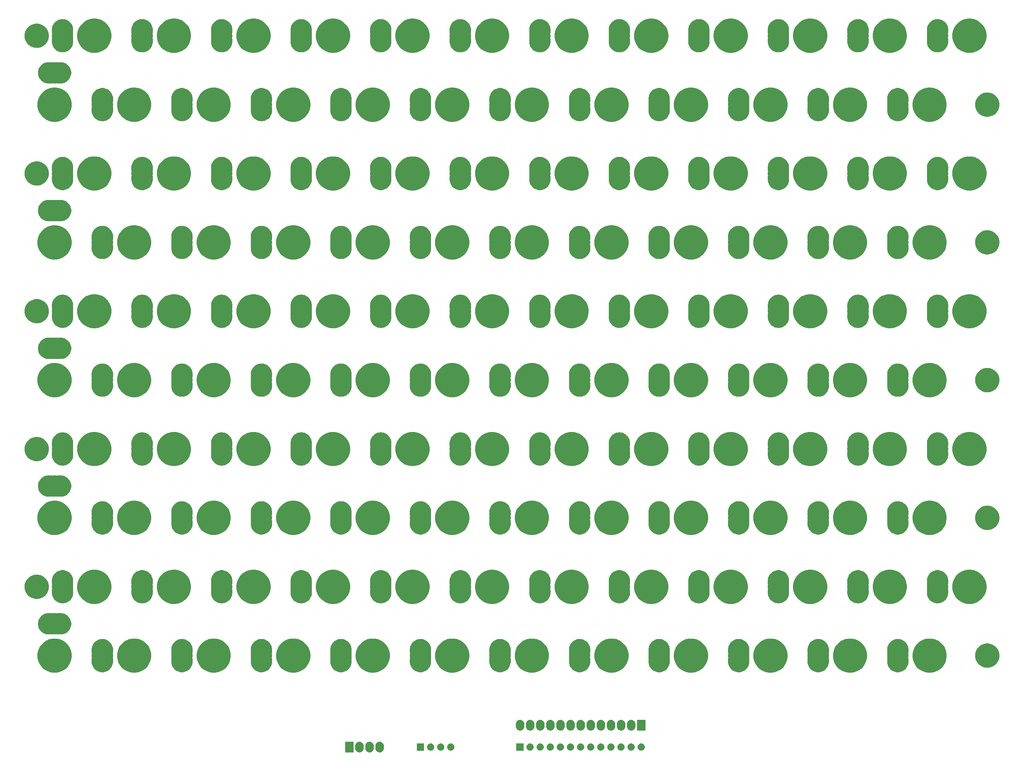
<source format=gbr>
G04 #@! TF.GenerationSoftware,KiCad,Pcbnew,5.1.0-unknown-c054944~86~ubuntu19.04.1*
G04 #@! TF.CreationDate,2019-05-13T16:05:14-04:00*
G04 #@! TF.ProjectId,pack,7061636b-2e6b-4696-9361-645f70636258,rev?*
G04 #@! TF.SameCoordinates,Original*
G04 #@! TF.FileFunction,Soldermask,Bot*
G04 #@! TF.FilePolarity,Negative*
%FSLAX46Y46*%
G04 Gerber Fmt 4.6, Leading zero omitted, Abs format (unit mm)*
G04 Created by KiCad (PCBNEW 5.1.0-unknown-c054944~86~ubuntu19.04.1) date 2019-05-13 16:05:14*
%MOMM*%
%LPD*%
G04 APERTURE LIST*
%ADD10C,0.100000*%
G04 APERTURE END LIST*
D10*
G36*
X91926031Y-186664207D02*
G01*
X92124145Y-186724305D01*
X92124148Y-186724306D01*
X92190030Y-186759521D01*
X92306729Y-186821897D01*
X92466765Y-186953235D01*
X92598103Y-187113271D01*
X92598104Y-187113273D01*
X92695694Y-187295851D01*
X92695694Y-187295852D01*
X92695695Y-187295854D01*
X92755793Y-187493968D01*
X92771000Y-187648370D01*
X92771000Y-188351629D01*
X92755793Y-188506031D01*
X92715097Y-188640185D01*
X92695694Y-188704149D01*
X92629291Y-188828379D01*
X92598103Y-188886729D01*
X92466765Y-189046765D01*
X92306729Y-189178103D01*
X92220975Y-189223939D01*
X92124149Y-189275694D01*
X92124146Y-189275695D01*
X91926032Y-189335793D01*
X91720000Y-189356085D01*
X91513969Y-189335793D01*
X91315855Y-189275695D01*
X91315852Y-189275694D01*
X91219026Y-189223939D01*
X91133272Y-189178103D01*
X90973236Y-189046765D01*
X90841898Y-188886729D01*
X90815019Y-188836442D01*
X90744305Y-188704147D01*
X90703296Y-188568960D01*
X90684207Y-188506032D01*
X90669000Y-188351630D01*
X90669000Y-187648371D01*
X90684207Y-187493969D01*
X90744305Y-187295855D01*
X90744306Y-187295852D01*
X90779521Y-187229970D01*
X90841897Y-187113271D01*
X90973235Y-186953235D01*
X91133271Y-186821897D01*
X91219025Y-186776061D01*
X91315851Y-186724306D01*
X91315854Y-186724305D01*
X91513968Y-186664207D01*
X91720000Y-186643915D01*
X91926031Y-186664207D01*
X91926031Y-186664207D01*
G37*
G36*
X86846031Y-186664207D02*
G01*
X87044145Y-186724305D01*
X87044148Y-186724306D01*
X87110030Y-186759521D01*
X87226729Y-186821897D01*
X87386765Y-186953235D01*
X87518103Y-187113271D01*
X87518104Y-187113273D01*
X87615694Y-187295851D01*
X87615694Y-187295852D01*
X87615695Y-187295854D01*
X87675793Y-187493968D01*
X87691000Y-187648370D01*
X87691000Y-188351629D01*
X87675793Y-188506031D01*
X87635097Y-188640185D01*
X87615694Y-188704149D01*
X87549291Y-188828379D01*
X87518103Y-188886729D01*
X87386765Y-189046765D01*
X87226729Y-189178103D01*
X87140975Y-189223939D01*
X87044149Y-189275694D01*
X87044146Y-189275695D01*
X86846032Y-189335793D01*
X86640000Y-189356085D01*
X86433969Y-189335793D01*
X86235855Y-189275695D01*
X86235852Y-189275694D01*
X86139026Y-189223939D01*
X86053272Y-189178103D01*
X85893236Y-189046765D01*
X85761898Y-188886729D01*
X85735019Y-188836442D01*
X85664305Y-188704147D01*
X85623296Y-188568960D01*
X85604207Y-188506032D01*
X85589000Y-188351630D01*
X85589000Y-187648371D01*
X85604207Y-187493969D01*
X85664305Y-187295855D01*
X85664306Y-187295852D01*
X85699521Y-187229970D01*
X85761897Y-187113271D01*
X85893235Y-186953235D01*
X86053271Y-186821897D01*
X86139025Y-186776061D01*
X86235851Y-186724306D01*
X86235854Y-186724305D01*
X86433968Y-186664207D01*
X86640000Y-186643915D01*
X86846031Y-186664207D01*
X86846031Y-186664207D01*
G37*
G36*
X89386031Y-186664207D02*
G01*
X89584145Y-186724305D01*
X89584148Y-186724306D01*
X89650030Y-186759521D01*
X89766729Y-186821897D01*
X89926765Y-186953235D01*
X90058103Y-187113271D01*
X90058104Y-187113273D01*
X90155694Y-187295851D01*
X90155694Y-187295852D01*
X90155695Y-187295854D01*
X90215793Y-187493968D01*
X90231000Y-187648370D01*
X90231000Y-188351629D01*
X90215793Y-188506031D01*
X90175097Y-188640185D01*
X90155694Y-188704149D01*
X90089291Y-188828379D01*
X90058103Y-188886729D01*
X89926765Y-189046765D01*
X89766729Y-189178103D01*
X89680975Y-189223939D01*
X89584149Y-189275694D01*
X89584146Y-189275695D01*
X89386032Y-189335793D01*
X89180000Y-189356085D01*
X88973969Y-189335793D01*
X88775855Y-189275695D01*
X88775852Y-189275694D01*
X88679026Y-189223939D01*
X88593272Y-189178103D01*
X88433236Y-189046765D01*
X88301898Y-188886729D01*
X88275019Y-188836442D01*
X88204305Y-188704147D01*
X88163296Y-188568960D01*
X88144207Y-188506032D01*
X88129000Y-188351630D01*
X88129000Y-187648371D01*
X88144207Y-187493969D01*
X88204305Y-187295855D01*
X88204306Y-187295852D01*
X88239521Y-187229970D01*
X88301897Y-187113271D01*
X88433235Y-186953235D01*
X88593271Y-186821897D01*
X88679025Y-186776061D01*
X88775851Y-186724306D01*
X88775854Y-186724305D01*
X88973968Y-186664207D01*
X89180000Y-186643915D01*
X89386031Y-186664207D01*
X89386031Y-186664207D01*
G37*
G36*
X85151000Y-189351000D02*
G01*
X83049000Y-189351000D01*
X83049000Y-186649000D01*
X85151000Y-186649000D01*
X85151000Y-189351000D01*
X85151000Y-189351000D01*
G37*
G36*
X155050442Y-187105518D02*
G01*
X155116627Y-187112037D01*
X155286466Y-187163557D01*
X155442991Y-187247222D01*
X155478729Y-187276552D01*
X155580186Y-187359814D01*
X155663448Y-187461271D01*
X155692778Y-187497009D01*
X155776443Y-187653534D01*
X155827963Y-187823373D01*
X155845359Y-188000000D01*
X155827963Y-188176627D01*
X155776443Y-188346466D01*
X155692778Y-188502991D01*
X155690283Y-188506031D01*
X155580186Y-188640186D01*
X155478729Y-188723448D01*
X155442991Y-188752778D01*
X155286466Y-188836443D01*
X155116627Y-188887963D01*
X155050442Y-188894482D01*
X154984260Y-188901000D01*
X154895740Y-188901000D01*
X154829558Y-188894482D01*
X154763373Y-188887963D01*
X154593534Y-188836443D01*
X154437009Y-188752778D01*
X154401271Y-188723448D01*
X154299814Y-188640186D01*
X154189717Y-188506031D01*
X154187222Y-188502991D01*
X154103557Y-188346466D01*
X154052037Y-188176627D01*
X154034641Y-188000000D01*
X154052037Y-187823373D01*
X154103557Y-187653534D01*
X154187222Y-187497009D01*
X154216552Y-187461271D01*
X154299814Y-187359814D01*
X154401271Y-187276552D01*
X154437009Y-187247222D01*
X154593534Y-187163557D01*
X154763373Y-187112037D01*
X154829558Y-187105518D01*
X154895740Y-187099000D01*
X154984260Y-187099000D01*
X155050442Y-187105518D01*
X155050442Y-187105518D01*
G37*
G36*
X152510442Y-187105518D02*
G01*
X152576627Y-187112037D01*
X152746466Y-187163557D01*
X152902991Y-187247222D01*
X152938729Y-187276552D01*
X153040186Y-187359814D01*
X153123448Y-187461271D01*
X153152778Y-187497009D01*
X153236443Y-187653534D01*
X153287963Y-187823373D01*
X153305359Y-188000000D01*
X153287963Y-188176627D01*
X153236443Y-188346466D01*
X153152778Y-188502991D01*
X153150283Y-188506031D01*
X153040186Y-188640186D01*
X152938729Y-188723448D01*
X152902991Y-188752778D01*
X152746466Y-188836443D01*
X152576627Y-188887963D01*
X152510442Y-188894482D01*
X152444260Y-188901000D01*
X152355740Y-188901000D01*
X152289558Y-188894482D01*
X152223373Y-188887963D01*
X152053534Y-188836443D01*
X151897009Y-188752778D01*
X151861271Y-188723448D01*
X151759814Y-188640186D01*
X151649717Y-188506031D01*
X151647222Y-188502991D01*
X151563557Y-188346466D01*
X151512037Y-188176627D01*
X151494641Y-188000000D01*
X151512037Y-187823373D01*
X151563557Y-187653534D01*
X151647222Y-187497009D01*
X151676552Y-187461271D01*
X151759814Y-187359814D01*
X151861271Y-187276552D01*
X151897009Y-187247222D01*
X152053534Y-187163557D01*
X152223373Y-187112037D01*
X152289558Y-187105518D01*
X152355740Y-187099000D01*
X152444260Y-187099000D01*
X152510442Y-187105518D01*
X152510442Y-187105518D01*
G37*
G36*
X149970442Y-187105518D02*
G01*
X150036627Y-187112037D01*
X150206466Y-187163557D01*
X150362991Y-187247222D01*
X150398729Y-187276552D01*
X150500186Y-187359814D01*
X150583448Y-187461271D01*
X150612778Y-187497009D01*
X150696443Y-187653534D01*
X150747963Y-187823373D01*
X150765359Y-188000000D01*
X150747963Y-188176627D01*
X150696443Y-188346466D01*
X150612778Y-188502991D01*
X150610283Y-188506031D01*
X150500186Y-188640186D01*
X150398729Y-188723448D01*
X150362991Y-188752778D01*
X150206466Y-188836443D01*
X150036627Y-188887963D01*
X149970442Y-188894482D01*
X149904260Y-188901000D01*
X149815740Y-188901000D01*
X149749558Y-188894482D01*
X149683373Y-188887963D01*
X149513534Y-188836443D01*
X149357009Y-188752778D01*
X149321271Y-188723448D01*
X149219814Y-188640186D01*
X149109717Y-188506031D01*
X149107222Y-188502991D01*
X149023557Y-188346466D01*
X148972037Y-188176627D01*
X148954641Y-188000000D01*
X148972037Y-187823373D01*
X149023557Y-187653534D01*
X149107222Y-187497009D01*
X149136552Y-187461271D01*
X149219814Y-187359814D01*
X149321271Y-187276552D01*
X149357009Y-187247222D01*
X149513534Y-187163557D01*
X149683373Y-187112037D01*
X149749558Y-187105518D01*
X149815740Y-187099000D01*
X149904260Y-187099000D01*
X149970442Y-187105518D01*
X149970442Y-187105518D01*
G37*
G36*
X147430442Y-187105518D02*
G01*
X147496627Y-187112037D01*
X147666466Y-187163557D01*
X147822991Y-187247222D01*
X147858729Y-187276552D01*
X147960186Y-187359814D01*
X148043448Y-187461271D01*
X148072778Y-187497009D01*
X148156443Y-187653534D01*
X148207963Y-187823373D01*
X148225359Y-188000000D01*
X148207963Y-188176627D01*
X148156443Y-188346466D01*
X148072778Y-188502991D01*
X148070283Y-188506031D01*
X147960186Y-188640186D01*
X147858729Y-188723448D01*
X147822991Y-188752778D01*
X147666466Y-188836443D01*
X147496627Y-188887963D01*
X147430442Y-188894482D01*
X147364260Y-188901000D01*
X147275740Y-188901000D01*
X147209558Y-188894482D01*
X147143373Y-188887963D01*
X146973534Y-188836443D01*
X146817009Y-188752778D01*
X146781271Y-188723448D01*
X146679814Y-188640186D01*
X146569717Y-188506031D01*
X146567222Y-188502991D01*
X146483557Y-188346466D01*
X146432037Y-188176627D01*
X146414641Y-188000000D01*
X146432037Y-187823373D01*
X146483557Y-187653534D01*
X146567222Y-187497009D01*
X146596552Y-187461271D01*
X146679814Y-187359814D01*
X146781271Y-187276552D01*
X146817009Y-187247222D01*
X146973534Y-187163557D01*
X147143373Y-187112037D01*
X147209558Y-187105518D01*
X147275740Y-187099000D01*
X147364260Y-187099000D01*
X147430442Y-187105518D01*
X147430442Y-187105518D01*
G37*
G36*
X144890442Y-187105518D02*
G01*
X144956627Y-187112037D01*
X145126466Y-187163557D01*
X145282991Y-187247222D01*
X145318729Y-187276552D01*
X145420186Y-187359814D01*
X145503448Y-187461271D01*
X145532778Y-187497009D01*
X145616443Y-187653534D01*
X145667963Y-187823373D01*
X145685359Y-188000000D01*
X145667963Y-188176627D01*
X145616443Y-188346466D01*
X145532778Y-188502991D01*
X145530283Y-188506031D01*
X145420186Y-188640186D01*
X145318729Y-188723448D01*
X145282991Y-188752778D01*
X145126466Y-188836443D01*
X144956627Y-188887963D01*
X144890442Y-188894482D01*
X144824260Y-188901000D01*
X144735740Y-188901000D01*
X144669558Y-188894482D01*
X144603373Y-188887963D01*
X144433534Y-188836443D01*
X144277009Y-188752778D01*
X144241271Y-188723448D01*
X144139814Y-188640186D01*
X144029717Y-188506031D01*
X144027222Y-188502991D01*
X143943557Y-188346466D01*
X143892037Y-188176627D01*
X143874641Y-188000000D01*
X143892037Y-187823373D01*
X143943557Y-187653534D01*
X144027222Y-187497009D01*
X144056552Y-187461271D01*
X144139814Y-187359814D01*
X144241271Y-187276552D01*
X144277009Y-187247222D01*
X144433534Y-187163557D01*
X144603373Y-187112037D01*
X144669558Y-187105518D01*
X144735740Y-187099000D01*
X144824260Y-187099000D01*
X144890442Y-187105518D01*
X144890442Y-187105518D01*
G37*
G36*
X142350442Y-187105518D02*
G01*
X142416627Y-187112037D01*
X142586466Y-187163557D01*
X142742991Y-187247222D01*
X142778729Y-187276552D01*
X142880186Y-187359814D01*
X142963448Y-187461271D01*
X142992778Y-187497009D01*
X143076443Y-187653534D01*
X143127963Y-187823373D01*
X143145359Y-188000000D01*
X143127963Y-188176627D01*
X143076443Y-188346466D01*
X142992778Y-188502991D01*
X142990283Y-188506031D01*
X142880186Y-188640186D01*
X142778729Y-188723448D01*
X142742991Y-188752778D01*
X142586466Y-188836443D01*
X142416627Y-188887963D01*
X142350442Y-188894482D01*
X142284260Y-188901000D01*
X142195740Y-188901000D01*
X142129558Y-188894482D01*
X142063373Y-188887963D01*
X141893534Y-188836443D01*
X141737009Y-188752778D01*
X141701271Y-188723448D01*
X141599814Y-188640186D01*
X141489717Y-188506031D01*
X141487222Y-188502991D01*
X141403557Y-188346466D01*
X141352037Y-188176627D01*
X141334641Y-188000000D01*
X141352037Y-187823373D01*
X141403557Y-187653534D01*
X141487222Y-187497009D01*
X141516552Y-187461271D01*
X141599814Y-187359814D01*
X141701271Y-187276552D01*
X141737009Y-187247222D01*
X141893534Y-187163557D01*
X142063373Y-187112037D01*
X142129558Y-187105518D01*
X142195740Y-187099000D01*
X142284260Y-187099000D01*
X142350442Y-187105518D01*
X142350442Y-187105518D01*
G37*
G36*
X139810442Y-187105518D02*
G01*
X139876627Y-187112037D01*
X140046466Y-187163557D01*
X140202991Y-187247222D01*
X140238729Y-187276552D01*
X140340186Y-187359814D01*
X140423448Y-187461271D01*
X140452778Y-187497009D01*
X140536443Y-187653534D01*
X140587963Y-187823373D01*
X140605359Y-188000000D01*
X140587963Y-188176627D01*
X140536443Y-188346466D01*
X140452778Y-188502991D01*
X140450283Y-188506031D01*
X140340186Y-188640186D01*
X140238729Y-188723448D01*
X140202991Y-188752778D01*
X140046466Y-188836443D01*
X139876627Y-188887963D01*
X139810442Y-188894482D01*
X139744260Y-188901000D01*
X139655740Y-188901000D01*
X139589558Y-188894482D01*
X139523373Y-188887963D01*
X139353534Y-188836443D01*
X139197009Y-188752778D01*
X139161271Y-188723448D01*
X139059814Y-188640186D01*
X138949717Y-188506031D01*
X138947222Y-188502991D01*
X138863557Y-188346466D01*
X138812037Y-188176627D01*
X138794641Y-188000000D01*
X138812037Y-187823373D01*
X138863557Y-187653534D01*
X138947222Y-187497009D01*
X138976552Y-187461271D01*
X139059814Y-187359814D01*
X139161271Y-187276552D01*
X139197009Y-187247222D01*
X139353534Y-187163557D01*
X139523373Y-187112037D01*
X139589558Y-187105518D01*
X139655740Y-187099000D01*
X139744260Y-187099000D01*
X139810442Y-187105518D01*
X139810442Y-187105518D01*
G37*
G36*
X137270442Y-187105518D02*
G01*
X137336627Y-187112037D01*
X137506466Y-187163557D01*
X137662991Y-187247222D01*
X137698729Y-187276552D01*
X137800186Y-187359814D01*
X137883448Y-187461271D01*
X137912778Y-187497009D01*
X137996443Y-187653534D01*
X138047963Y-187823373D01*
X138065359Y-188000000D01*
X138047963Y-188176627D01*
X137996443Y-188346466D01*
X137912778Y-188502991D01*
X137910283Y-188506031D01*
X137800186Y-188640186D01*
X137698729Y-188723448D01*
X137662991Y-188752778D01*
X137506466Y-188836443D01*
X137336627Y-188887963D01*
X137270442Y-188894482D01*
X137204260Y-188901000D01*
X137115740Y-188901000D01*
X137049558Y-188894482D01*
X136983373Y-188887963D01*
X136813534Y-188836443D01*
X136657009Y-188752778D01*
X136621271Y-188723448D01*
X136519814Y-188640186D01*
X136409717Y-188506031D01*
X136407222Y-188502991D01*
X136323557Y-188346466D01*
X136272037Y-188176627D01*
X136254641Y-188000000D01*
X136272037Y-187823373D01*
X136323557Y-187653534D01*
X136407222Y-187497009D01*
X136436552Y-187461271D01*
X136519814Y-187359814D01*
X136621271Y-187276552D01*
X136657009Y-187247222D01*
X136813534Y-187163557D01*
X136983373Y-187112037D01*
X137049558Y-187105518D01*
X137115740Y-187099000D01*
X137204260Y-187099000D01*
X137270442Y-187105518D01*
X137270442Y-187105518D01*
G37*
G36*
X132190442Y-187105518D02*
G01*
X132256627Y-187112037D01*
X132426466Y-187163557D01*
X132582991Y-187247222D01*
X132618729Y-187276552D01*
X132720186Y-187359814D01*
X132803448Y-187461271D01*
X132832778Y-187497009D01*
X132916443Y-187653534D01*
X132967963Y-187823373D01*
X132985359Y-188000000D01*
X132967963Y-188176627D01*
X132916443Y-188346466D01*
X132832778Y-188502991D01*
X132830283Y-188506031D01*
X132720186Y-188640186D01*
X132618729Y-188723448D01*
X132582991Y-188752778D01*
X132426466Y-188836443D01*
X132256627Y-188887963D01*
X132190442Y-188894482D01*
X132124260Y-188901000D01*
X132035740Y-188901000D01*
X131969558Y-188894482D01*
X131903373Y-188887963D01*
X131733534Y-188836443D01*
X131577009Y-188752778D01*
X131541271Y-188723448D01*
X131439814Y-188640186D01*
X131329717Y-188506031D01*
X131327222Y-188502991D01*
X131243557Y-188346466D01*
X131192037Y-188176627D01*
X131174641Y-188000000D01*
X131192037Y-187823373D01*
X131243557Y-187653534D01*
X131327222Y-187497009D01*
X131356552Y-187461271D01*
X131439814Y-187359814D01*
X131541271Y-187276552D01*
X131577009Y-187247222D01*
X131733534Y-187163557D01*
X131903373Y-187112037D01*
X131969558Y-187105518D01*
X132035740Y-187099000D01*
X132124260Y-187099000D01*
X132190442Y-187105518D01*
X132190442Y-187105518D01*
G37*
G36*
X129650442Y-187105518D02*
G01*
X129716627Y-187112037D01*
X129886466Y-187163557D01*
X130042991Y-187247222D01*
X130078729Y-187276552D01*
X130180186Y-187359814D01*
X130263448Y-187461271D01*
X130292778Y-187497009D01*
X130376443Y-187653534D01*
X130427963Y-187823373D01*
X130445359Y-188000000D01*
X130427963Y-188176627D01*
X130376443Y-188346466D01*
X130292778Y-188502991D01*
X130290283Y-188506031D01*
X130180186Y-188640186D01*
X130078729Y-188723448D01*
X130042991Y-188752778D01*
X129886466Y-188836443D01*
X129716627Y-188887963D01*
X129650442Y-188894482D01*
X129584260Y-188901000D01*
X129495740Y-188901000D01*
X129429558Y-188894482D01*
X129363373Y-188887963D01*
X129193534Y-188836443D01*
X129037009Y-188752778D01*
X129001271Y-188723448D01*
X128899814Y-188640186D01*
X128789717Y-188506031D01*
X128787222Y-188502991D01*
X128703557Y-188346466D01*
X128652037Y-188176627D01*
X128634641Y-188000000D01*
X128652037Y-187823373D01*
X128703557Y-187653534D01*
X128787222Y-187497009D01*
X128816552Y-187461271D01*
X128899814Y-187359814D01*
X129001271Y-187276552D01*
X129037009Y-187247222D01*
X129193534Y-187163557D01*
X129363373Y-187112037D01*
X129429558Y-187105518D01*
X129495740Y-187099000D01*
X129584260Y-187099000D01*
X129650442Y-187105518D01*
X129650442Y-187105518D01*
G37*
G36*
X127901000Y-188901000D02*
G01*
X126099000Y-188901000D01*
X126099000Y-187099000D01*
X127901000Y-187099000D01*
X127901000Y-188901000D01*
X127901000Y-188901000D01*
G37*
G36*
X109730442Y-187105518D02*
G01*
X109796627Y-187112037D01*
X109966466Y-187163557D01*
X110122991Y-187247222D01*
X110158729Y-187276552D01*
X110260186Y-187359814D01*
X110343448Y-187461271D01*
X110372778Y-187497009D01*
X110456443Y-187653534D01*
X110507963Y-187823373D01*
X110525359Y-188000000D01*
X110507963Y-188176627D01*
X110456443Y-188346466D01*
X110372778Y-188502991D01*
X110370283Y-188506031D01*
X110260186Y-188640186D01*
X110158729Y-188723448D01*
X110122991Y-188752778D01*
X109966466Y-188836443D01*
X109796627Y-188887963D01*
X109730442Y-188894482D01*
X109664260Y-188901000D01*
X109575740Y-188901000D01*
X109509558Y-188894482D01*
X109443373Y-188887963D01*
X109273534Y-188836443D01*
X109117009Y-188752778D01*
X109081271Y-188723448D01*
X108979814Y-188640186D01*
X108869717Y-188506031D01*
X108867222Y-188502991D01*
X108783557Y-188346466D01*
X108732037Y-188176627D01*
X108714641Y-188000000D01*
X108732037Y-187823373D01*
X108783557Y-187653534D01*
X108867222Y-187497009D01*
X108896552Y-187461271D01*
X108979814Y-187359814D01*
X109081271Y-187276552D01*
X109117009Y-187247222D01*
X109273534Y-187163557D01*
X109443373Y-187112037D01*
X109509558Y-187105518D01*
X109575740Y-187099000D01*
X109664260Y-187099000D01*
X109730442Y-187105518D01*
X109730442Y-187105518D01*
G37*
G36*
X107190442Y-187105518D02*
G01*
X107256627Y-187112037D01*
X107426466Y-187163557D01*
X107582991Y-187247222D01*
X107618729Y-187276552D01*
X107720186Y-187359814D01*
X107803448Y-187461271D01*
X107832778Y-187497009D01*
X107916443Y-187653534D01*
X107967963Y-187823373D01*
X107985359Y-188000000D01*
X107967963Y-188176627D01*
X107916443Y-188346466D01*
X107832778Y-188502991D01*
X107830283Y-188506031D01*
X107720186Y-188640186D01*
X107618729Y-188723448D01*
X107582991Y-188752778D01*
X107426466Y-188836443D01*
X107256627Y-188887963D01*
X107190442Y-188894482D01*
X107124260Y-188901000D01*
X107035740Y-188901000D01*
X106969558Y-188894482D01*
X106903373Y-188887963D01*
X106733534Y-188836443D01*
X106577009Y-188752778D01*
X106541271Y-188723448D01*
X106439814Y-188640186D01*
X106329717Y-188506031D01*
X106327222Y-188502991D01*
X106243557Y-188346466D01*
X106192037Y-188176627D01*
X106174641Y-188000000D01*
X106192037Y-187823373D01*
X106243557Y-187653534D01*
X106327222Y-187497009D01*
X106356552Y-187461271D01*
X106439814Y-187359814D01*
X106541271Y-187276552D01*
X106577009Y-187247222D01*
X106733534Y-187163557D01*
X106903373Y-187112037D01*
X106969558Y-187105518D01*
X107035740Y-187099000D01*
X107124260Y-187099000D01*
X107190442Y-187105518D01*
X107190442Y-187105518D01*
G37*
G36*
X104650442Y-187105518D02*
G01*
X104716627Y-187112037D01*
X104886466Y-187163557D01*
X105042991Y-187247222D01*
X105078729Y-187276552D01*
X105180186Y-187359814D01*
X105263448Y-187461271D01*
X105292778Y-187497009D01*
X105376443Y-187653534D01*
X105427963Y-187823373D01*
X105445359Y-188000000D01*
X105427963Y-188176627D01*
X105376443Y-188346466D01*
X105292778Y-188502991D01*
X105290283Y-188506031D01*
X105180186Y-188640186D01*
X105078729Y-188723448D01*
X105042991Y-188752778D01*
X104886466Y-188836443D01*
X104716627Y-188887963D01*
X104650442Y-188894482D01*
X104584260Y-188901000D01*
X104495740Y-188901000D01*
X104429558Y-188894482D01*
X104363373Y-188887963D01*
X104193534Y-188836443D01*
X104037009Y-188752778D01*
X104001271Y-188723448D01*
X103899814Y-188640186D01*
X103789717Y-188506031D01*
X103787222Y-188502991D01*
X103703557Y-188346466D01*
X103652037Y-188176627D01*
X103634641Y-188000000D01*
X103652037Y-187823373D01*
X103703557Y-187653534D01*
X103787222Y-187497009D01*
X103816552Y-187461271D01*
X103899814Y-187359814D01*
X104001271Y-187276552D01*
X104037009Y-187247222D01*
X104193534Y-187163557D01*
X104363373Y-187112037D01*
X104429558Y-187105518D01*
X104495740Y-187099000D01*
X104584260Y-187099000D01*
X104650442Y-187105518D01*
X104650442Y-187105518D01*
G37*
G36*
X157590442Y-187105518D02*
G01*
X157656627Y-187112037D01*
X157826466Y-187163557D01*
X157982991Y-187247222D01*
X158018729Y-187276552D01*
X158120186Y-187359814D01*
X158203448Y-187461271D01*
X158232778Y-187497009D01*
X158316443Y-187653534D01*
X158367963Y-187823373D01*
X158385359Y-188000000D01*
X158367963Y-188176627D01*
X158316443Y-188346466D01*
X158232778Y-188502991D01*
X158230283Y-188506031D01*
X158120186Y-188640186D01*
X158018729Y-188723448D01*
X157982991Y-188752778D01*
X157826466Y-188836443D01*
X157656627Y-188887963D01*
X157590442Y-188894482D01*
X157524260Y-188901000D01*
X157435740Y-188901000D01*
X157369558Y-188894482D01*
X157303373Y-188887963D01*
X157133534Y-188836443D01*
X156977009Y-188752778D01*
X156941271Y-188723448D01*
X156839814Y-188640186D01*
X156729717Y-188506031D01*
X156727222Y-188502991D01*
X156643557Y-188346466D01*
X156592037Y-188176627D01*
X156574641Y-188000000D01*
X156592037Y-187823373D01*
X156643557Y-187653534D01*
X156727222Y-187497009D01*
X156756552Y-187461271D01*
X156839814Y-187359814D01*
X156941271Y-187276552D01*
X156977009Y-187247222D01*
X157133534Y-187163557D01*
X157303373Y-187112037D01*
X157369558Y-187105518D01*
X157435740Y-187099000D01*
X157524260Y-187099000D01*
X157590442Y-187105518D01*
X157590442Y-187105518D01*
G37*
G36*
X102901000Y-188901000D02*
G01*
X101099000Y-188901000D01*
X101099000Y-187099000D01*
X102901000Y-187099000D01*
X102901000Y-188901000D01*
X102901000Y-188901000D01*
G37*
G36*
X134730442Y-187105518D02*
G01*
X134796627Y-187112037D01*
X134966466Y-187163557D01*
X135122991Y-187247222D01*
X135158729Y-187276552D01*
X135260186Y-187359814D01*
X135343448Y-187461271D01*
X135372778Y-187497009D01*
X135456443Y-187653534D01*
X135507963Y-187823373D01*
X135525359Y-188000000D01*
X135507963Y-188176627D01*
X135456443Y-188346466D01*
X135372778Y-188502991D01*
X135370283Y-188506031D01*
X135260186Y-188640186D01*
X135158729Y-188723448D01*
X135122991Y-188752778D01*
X134966466Y-188836443D01*
X134796627Y-188887963D01*
X134730442Y-188894482D01*
X134664260Y-188901000D01*
X134575740Y-188901000D01*
X134509558Y-188894482D01*
X134443373Y-188887963D01*
X134273534Y-188836443D01*
X134117009Y-188752778D01*
X134081271Y-188723448D01*
X133979814Y-188640186D01*
X133869717Y-188506031D01*
X133867222Y-188502991D01*
X133783557Y-188346466D01*
X133732037Y-188176627D01*
X133714641Y-188000000D01*
X133732037Y-187823373D01*
X133783557Y-187653534D01*
X133867222Y-187497009D01*
X133896552Y-187461271D01*
X133979814Y-187359814D01*
X134081271Y-187276552D01*
X134117009Y-187247222D01*
X134273534Y-187163557D01*
X134443373Y-187112037D01*
X134509558Y-187105518D01*
X134575740Y-187099000D01*
X134664260Y-187099000D01*
X134730442Y-187105518D01*
X134730442Y-187105518D01*
G37*
G36*
X142466032Y-181164207D02*
G01*
X142664146Y-181224305D01*
X142664149Y-181224306D01*
X142760975Y-181276061D01*
X142846729Y-181321897D01*
X143006765Y-181453235D01*
X143138103Y-181613271D01*
X143169291Y-181671621D01*
X143235694Y-181795851D01*
X143235695Y-181795855D01*
X143295793Y-181993969D01*
X143311000Y-182148371D01*
X143311000Y-182851630D01*
X143295793Y-183006032D01*
X143235695Y-183204145D01*
X143235694Y-183204149D01*
X143183939Y-183300975D01*
X143138103Y-183386729D01*
X143006765Y-183546765D01*
X142846729Y-183678103D01*
X142730030Y-183740479D01*
X142664148Y-183775694D01*
X142664145Y-183775695D01*
X142466031Y-183835793D01*
X142260000Y-183856085D01*
X142053968Y-183835793D01*
X141855854Y-183775695D01*
X141855851Y-183775694D01*
X141759025Y-183723939D01*
X141673271Y-183678103D01*
X141513235Y-183546765D01*
X141381897Y-183386729D01*
X141284307Y-183204149D01*
X141284306Y-183204148D01*
X141284305Y-183204145D01*
X141224207Y-183006031D01*
X141209000Y-182851629D01*
X141209000Y-182148370D01*
X141224207Y-181993968D01*
X141243296Y-181931040D01*
X141284305Y-181795853D01*
X141359184Y-181655765D01*
X141381898Y-181613271D01*
X141513236Y-181453235D01*
X141673272Y-181321897D01*
X141759026Y-181276061D01*
X141855852Y-181224306D01*
X141855855Y-181224305D01*
X142053969Y-181164207D01*
X142260000Y-181143915D01*
X142466032Y-181164207D01*
X142466032Y-181164207D01*
G37*
G36*
X127226032Y-181164207D02*
G01*
X127424146Y-181224305D01*
X127424149Y-181224306D01*
X127520975Y-181276061D01*
X127606729Y-181321897D01*
X127766765Y-181453235D01*
X127898103Y-181613271D01*
X127929291Y-181671621D01*
X127995694Y-181795851D01*
X127995695Y-181795855D01*
X128055793Y-181993969D01*
X128071000Y-182148371D01*
X128071000Y-182851630D01*
X128055793Y-183006032D01*
X127995695Y-183204145D01*
X127995694Y-183204149D01*
X127943939Y-183300975D01*
X127898103Y-183386729D01*
X127766765Y-183546765D01*
X127606729Y-183678103D01*
X127490030Y-183740479D01*
X127424148Y-183775694D01*
X127424145Y-183775695D01*
X127226031Y-183835793D01*
X127020000Y-183856085D01*
X126813968Y-183835793D01*
X126615854Y-183775695D01*
X126615851Y-183775694D01*
X126519025Y-183723939D01*
X126433271Y-183678103D01*
X126273235Y-183546765D01*
X126141897Y-183386729D01*
X126044307Y-183204149D01*
X126044306Y-183204148D01*
X126044305Y-183204145D01*
X125984207Y-183006031D01*
X125969000Y-182851629D01*
X125969000Y-182148370D01*
X125984207Y-181993968D01*
X126003296Y-181931040D01*
X126044305Y-181795853D01*
X126119184Y-181655765D01*
X126141898Y-181613271D01*
X126273236Y-181453235D01*
X126433272Y-181321897D01*
X126519026Y-181276061D01*
X126615852Y-181224306D01*
X126615855Y-181224305D01*
X126813969Y-181164207D01*
X127020000Y-181143915D01*
X127226032Y-181164207D01*
X127226032Y-181164207D01*
G37*
G36*
X129766032Y-181164207D02*
G01*
X129964146Y-181224305D01*
X129964149Y-181224306D01*
X130060975Y-181276061D01*
X130146729Y-181321897D01*
X130306765Y-181453235D01*
X130438103Y-181613271D01*
X130469291Y-181671621D01*
X130535694Y-181795851D01*
X130535695Y-181795855D01*
X130595793Y-181993969D01*
X130611000Y-182148371D01*
X130611000Y-182851630D01*
X130595793Y-183006032D01*
X130535695Y-183204145D01*
X130535694Y-183204149D01*
X130483939Y-183300975D01*
X130438103Y-183386729D01*
X130306765Y-183546765D01*
X130146729Y-183678103D01*
X130030030Y-183740479D01*
X129964148Y-183775694D01*
X129964145Y-183775695D01*
X129766031Y-183835793D01*
X129560000Y-183856085D01*
X129353968Y-183835793D01*
X129155854Y-183775695D01*
X129155851Y-183775694D01*
X129059025Y-183723939D01*
X128973271Y-183678103D01*
X128813235Y-183546765D01*
X128681897Y-183386729D01*
X128584307Y-183204149D01*
X128584306Y-183204148D01*
X128584305Y-183204145D01*
X128524207Y-183006031D01*
X128509000Y-182851629D01*
X128509000Y-182148370D01*
X128524207Y-181993968D01*
X128543296Y-181931040D01*
X128584305Y-181795853D01*
X128659184Y-181655765D01*
X128681898Y-181613271D01*
X128813236Y-181453235D01*
X128973272Y-181321897D01*
X129059026Y-181276061D01*
X129155852Y-181224306D01*
X129155855Y-181224305D01*
X129353969Y-181164207D01*
X129560000Y-181143915D01*
X129766032Y-181164207D01*
X129766032Y-181164207D01*
G37*
G36*
X132306032Y-181164207D02*
G01*
X132504146Y-181224305D01*
X132504149Y-181224306D01*
X132600975Y-181276061D01*
X132686729Y-181321897D01*
X132846765Y-181453235D01*
X132978103Y-181613271D01*
X133009291Y-181671621D01*
X133075694Y-181795851D01*
X133075695Y-181795855D01*
X133135793Y-181993969D01*
X133151000Y-182148371D01*
X133151000Y-182851630D01*
X133135793Y-183006032D01*
X133075695Y-183204145D01*
X133075694Y-183204149D01*
X133023939Y-183300975D01*
X132978103Y-183386729D01*
X132846765Y-183546765D01*
X132686729Y-183678103D01*
X132570030Y-183740479D01*
X132504148Y-183775694D01*
X132504145Y-183775695D01*
X132306031Y-183835793D01*
X132100000Y-183856085D01*
X131893968Y-183835793D01*
X131695854Y-183775695D01*
X131695851Y-183775694D01*
X131599025Y-183723939D01*
X131513271Y-183678103D01*
X131353235Y-183546765D01*
X131221897Y-183386729D01*
X131124307Y-183204149D01*
X131124306Y-183204148D01*
X131124305Y-183204145D01*
X131064207Y-183006031D01*
X131049000Y-182851629D01*
X131049000Y-182148370D01*
X131064207Y-181993968D01*
X131083296Y-181931040D01*
X131124305Y-181795853D01*
X131199184Y-181655765D01*
X131221898Y-181613271D01*
X131353236Y-181453235D01*
X131513272Y-181321897D01*
X131599026Y-181276061D01*
X131695852Y-181224306D01*
X131695855Y-181224305D01*
X131893969Y-181164207D01*
X132100000Y-181143915D01*
X132306032Y-181164207D01*
X132306032Y-181164207D01*
G37*
G36*
X134846032Y-181164207D02*
G01*
X135044146Y-181224305D01*
X135044149Y-181224306D01*
X135140975Y-181276061D01*
X135226729Y-181321897D01*
X135386765Y-181453235D01*
X135518103Y-181613271D01*
X135549291Y-181671621D01*
X135615694Y-181795851D01*
X135615695Y-181795855D01*
X135675793Y-181993969D01*
X135691000Y-182148371D01*
X135691000Y-182851630D01*
X135675793Y-183006032D01*
X135615695Y-183204145D01*
X135615694Y-183204149D01*
X135563939Y-183300975D01*
X135518103Y-183386729D01*
X135386765Y-183546765D01*
X135226729Y-183678103D01*
X135110030Y-183740479D01*
X135044148Y-183775694D01*
X135044145Y-183775695D01*
X134846031Y-183835793D01*
X134640000Y-183856085D01*
X134433968Y-183835793D01*
X134235854Y-183775695D01*
X134235851Y-183775694D01*
X134139025Y-183723939D01*
X134053271Y-183678103D01*
X133893235Y-183546765D01*
X133761897Y-183386729D01*
X133664307Y-183204149D01*
X133664306Y-183204148D01*
X133664305Y-183204145D01*
X133604207Y-183006031D01*
X133589000Y-182851629D01*
X133589000Y-182148370D01*
X133604207Y-181993968D01*
X133623296Y-181931040D01*
X133664305Y-181795853D01*
X133739184Y-181655765D01*
X133761898Y-181613271D01*
X133893236Y-181453235D01*
X134053272Y-181321897D01*
X134139026Y-181276061D01*
X134235852Y-181224306D01*
X134235855Y-181224305D01*
X134433969Y-181164207D01*
X134640000Y-181143915D01*
X134846032Y-181164207D01*
X134846032Y-181164207D01*
G37*
G36*
X137386032Y-181164207D02*
G01*
X137584146Y-181224305D01*
X137584149Y-181224306D01*
X137680975Y-181276061D01*
X137766729Y-181321897D01*
X137926765Y-181453235D01*
X138058103Y-181613271D01*
X138089291Y-181671621D01*
X138155694Y-181795851D01*
X138155695Y-181795855D01*
X138215793Y-181993969D01*
X138231000Y-182148371D01*
X138231000Y-182851630D01*
X138215793Y-183006032D01*
X138155695Y-183204145D01*
X138155694Y-183204149D01*
X138103939Y-183300975D01*
X138058103Y-183386729D01*
X137926765Y-183546765D01*
X137766729Y-183678103D01*
X137650030Y-183740479D01*
X137584148Y-183775694D01*
X137584145Y-183775695D01*
X137386031Y-183835793D01*
X137180000Y-183856085D01*
X136973968Y-183835793D01*
X136775854Y-183775695D01*
X136775851Y-183775694D01*
X136679025Y-183723939D01*
X136593271Y-183678103D01*
X136433235Y-183546765D01*
X136301897Y-183386729D01*
X136204307Y-183204149D01*
X136204306Y-183204148D01*
X136204305Y-183204145D01*
X136144207Y-183006031D01*
X136129000Y-182851629D01*
X136129000Y-182148370D01*
X136144207Y-181993968D01*
X136163296Y-181931040D01*
X136204305Y-181795853D01*
X136279184Y-181655765D01*
X136301898Y-181613271D01*
X136433236Y-181453235D01*
X136593272Y-181321897D01*
X136679026Y-181276061D01*
X136775852Y-181224306D01*
X136775855Y-181224305D01*
X136973969Y-181164207D01*
X137180000Y-181143915D01*
X137386032Y-181164207D01*
X137386032Y-181164207D01*
G37*
G36*
X139926032Y-181164207D02*
G01*
X140124146Y-181224305D01*
X140124149Y-181224306D01*
X140220975Y-181276061D01*
X140306729Y-181321897D01*
X140466765Y-181453235D01*
X140598103Y-181613271D01*
X140629291Y-181671621D01*
X140695694Y-181795851D01*
X140695695Y-181795855D01*
X140755793Y-181993969D01*
X140771000Y-182148371D01*
X140771000Y-182851630D01*
X140755793Y-183006032D01*
X140695695Y-183204145D01*
X140695694Y-183204149D01*
X140643939Y-183300975D01*
X140598103Y-183386729D01*
X140466765Y-183546765D01*
X140306729Y-183678103D01*
X140190030Y-183740479D01*
X140124148Y-183775694D01*
X140124145Y-183775695D01*
X139926031Y-183835793D01*
X139720000Y-183856085D01*
X139513968Y-183835793D01*
X139315854Y-183775695D01*
X139315851Y-183775694D01*
X139219025Y-183723939D01*
X139133271Y-183678103D01*
X138973235Y-183546765D01*
X138841897Y-183386729D01*
X138744307Y-183204149D01*
X138744306Y-183204148D01*
X138744305Y-183204145D01*
X138684207Y-183006031D01*
X138669000Y-182851629D01*
X138669000Y-182148370D01*
X138684207Y-181993968D01*
X138703296Y-181931040D01*
X138744305Y-181795853D01*
X138819184Y-181655765D01*
X138841898Y-181613271D01*
X138973236Y-181453235D01*
X139133272Y-181321897D01*
X139219026Y-181276061D01*
X139315852Y-181224306D01*
X139315855Y-181224305D01*
X139513969Y-181164207D01*
X139720000Y-181143915D01*
X139926032Y-181164207D01*
X139926032Y-181164207D01*
G37*
G36*
X145006032Y-181164207D02*
G01*
X145204146Y-181224305D01*
X145204149Y-181224306D01*
X145300975Y-181276061D01*
X145386729Y-181321897D01*
X145546765Y-181453235D01*
X145678103Y-181613271D01*
X145709291Y-181671621D01*
X145775694Y-181795851D01*
X145775695Y-181795855D01*
X145835793Y-181993969D01*
X145851000Y-182148371D01*
X145851000Y-182851630D01*
X145835793Y-183006032D01*
X145775695Y-183204145D01*
X145775694Y-183204149D01*
X145723939Y-183300975D01*
X145678103Y-183386729D01*
X145546765Y-183546765D01*
X145386729Y-183678103D01*
X145270030Y-183740479D01*
X145204148Y-183775694D01*
X145204145Y-183775695D01*
X145006031Y-183835793D01*
X144800000Y-183856085D01*
X144593968Y-183835793D01*
X144395854Y-183775695D01*
X144395851Y-183775694D01*
X144299025Y-183723939D01*
X144213271Y-183678103D01*
X144053235Y-183546765D01*
X143921897Y-183386729D01*
X143824307Y-183204149D01*
X143824306Y-183204148D01*
X143824305Y-183204145D01*
X143764207Y-183006031D01*
X143749000Y-182851629D01*
X143749000Y-182148370D01*
X143764207Y-181993968D01*
X143783296Y-181931040D01*
X143824305Y-181795853D01*
X143899184Y-181655765D01*
X143921898Y-181613271D01*
X144053236Y-181453235D01*
X144213272Y-181321897D01*
X144299026Y-181276061D01*
X144395852Y-181224306D01*
X144395855Y-181224305D01*
X144593969Y-181164207D01*
X144800000Y-181143915D01*
X145006032Y-181164207D01*
X145006032Y-181164207D01*
G37*
G36*
X147546032Y-181164207D02*
G01*
X147744146Y-181224305D01*
X147744149Y-181224306D01*
X147840975Y-181276061D01*
X147926729Y-181321897D01*
X148086765Y-181453235D01*
X148218103Y-181613271D01*
X148249291Y-181671621D01*
X148315694Y-181795851D01*
X148315695Y-181795855D01*
X148375793Y-181993969D01*
X148391000Y-182148371D01*
X148391000Y-182851630D01*
X148375793Y-183006032D01*
X148315695Y-183204145D01*
X148315694Y-183204149D01*
X148263939Y-183300975D01*
X148218103Y-183386729D01*
X148086765Y-183546765D01*
X147926729Y-183678103D01*
X147810030Y-183740479D01*
X147744148Y-183775694D01*
X147744145Y-183775695D01*
X147546031Y-183835793D01*
X147340000Y-183856085D01*
X147133968Y-183835793D01*
X146935854Y-183775695D01*
X146935851Y-183775694D01*
X146839025Y-183723939D01*
X146753271Y-183678103D01*
X146593235Y-183546765D01*
X146461897Y-183386729D01*
X146364307Y-183204149D01*
X146364306Y-183204148D01*
X146364305Y-183204145D01*
X146304207Y-183006031D01*
X146289000Y-182851629D01*
X146289000Y-182148370D01*
X146304207Y-181993968D01*
X146323296Y-181931040D01*
X146364305Y-181795853D01*
X146439184Y-181655765D01*
X146461898Y-181613271D01*
X146593236Y-181453235D01*
X146753272Y-181321897D01*
X146839026Y-181276061D01*
X146935852Y-181224306D01*
X146935855Y-181224305D01*
X147133969Y-181164207D01*
X147340000Y-181143915D01*
X147546032Y-181164207D01*
X147546032Y-181164207D01*
G37*
G36*
X150086032Y-181164207D02*
G01*
X150284146Y-181224305D01*
X150284149Y-181224306D01*
X150380975Y-181276061D01*
X150466729Y-181321897D01*
X150626765Y-181453235D01*
X150758103Y-181613271D01*
X150789291Y-181671621D01*
X150855694Y-181795851D01*
X150855695Y-181795855D01*
X150915793Y-181993969D01*
X150931000Y-182148371D01*
X150931000Y-182851630D01*
X150915793Y-183006032D01*
X150855695Y-183204145D01*
X150855694Y-183204149D01*
X150803939Y-183300975D01*
X150758103Y-183386729D01*
X150626765Y-183546765D01*
X150466729Y-183678103D01*
X150350030Y-183740479D01*
X150284148Y-183775694D01*
X150284145Y-183775695D01*
X150086031Y-183835793D01*
X149880000Y-183856085D01*
X149673968Y-183835793D01*
X149475854Y-183775695D01*
X149475851Y-183775694D01*
X149379025Y-183723939D01*
X149293271Y-183678103D01*
X149133235Y-183546765D01*
X149001897Y-183386729D01*
X148904307Y-183204149D01*
X148904306Y-183204148D01*
X148904305Y-183204145D01*
X148844207Y-183006031D01*
X148829000Y-182851629D01*
X148829000Y-182148370D01*
X148844207Y-181993968D01*
X148863296Y-181931040D01*
X148904305Y-181795853D01*
X148979184Y-181655765D01*
X149001898Y-181613271D01*
X149133236Y-181453235D01*
X149293272Y-181321897D01*
X149379026Y-181276061D01*
X149475852Y-181224306D01*
X149475855Y-181224305D01*
X149673969Y-181164207D01*
X149880000Y-181143915D01*
X150086032Y-181164207D01*
X150086032Y-181164207D01*
G37*
G36*
X152626032Y-181164207D02*
G01*
X152824146Y-181224305D01*
X152824149Y-181224306D01*
X152920975Y-181276061D01*
X153006729Y-181321897D01*
X153166765Y-181453235D01*
X153298103Y-181613271D01*
X153329291Y-181671621D01*
X153395694Y-181795851D01*
X153395695Y-181795855D01*
X153455793Y-181993969D01*
X153471000Y-182148371D01*
X153471000Y-182851630D01*
X153455793Y-183006032D01*
X153395695Y-183204145D01*
X153395694Y-183204149D01*
X153343939Y-183300975D01*
X153298103Y-183386729D01*
X153166765Y-183546765D01*
X153006729Y-183678103D01*
X152890030Y-183740479D01*
X152824148Y-183775694D01*
X152824145Y-183775695D01*
X152626031Y-183835793D01*
X152420000Y-183856085D01*
X152213968Y-183835793D01*
X152015854Y-183775695D01*
X152015851Y-183775694D01*
X151919025Y-183723939D01*
X151833271Y-183678103D01*
X151673235Y-183546765D01*
X151541897Y-183386729D01*
X151444307Y-183204149D01*
X151444306Y-183204148D01*
X151444305Y-183204145D01*
X151384207Y-183006031D01*
X151369000Y-182851629D01*
X151369000Y-182148370D01*
X151384207Y-181993968D01*
X151403296Y-181931040D01*
X151444305Y-181795853D01*
X151519184Y-181655765D01*
X151541898Y-181613271D01*
X151673236Y-181453235D01*
X151833272Y-181321897D01*
X151919026Y-181276061D01*
X152015852Y-181224306D01*
X152015855Y-181224305D01*
X152213969Y-181164207D01*
X152420000Y-181143915D01*
X152626032Y-181164207D01*
X152626032Y-181164207D01*
G37*
G36*
X155166032Y-181164207D02*
G01*
X155364146Y-181224305D01*
X155364149Y-181224306D01*
X155460975Y-181276061D01*
X155546729Y-181321897D01*
X155706765Y-181453235D01*
X155838103Y-181613271D01*
X155869291Y-181671621D01*
X155935694Y-181795851D01*
X155935695Y-181795855D01*
X155995793Y-181993969D01*
X156011000Y-182148371D01*
X156011000Y-182851630D01*
X155995793Y-183006032D01*
X155935695Y-183204145D01*
X155935694Y-183204149D01*
X155883939Y-183300975D01*
X155838103Y-183386729D01*
X155706765Y-183546765D01*
X155546729Y-183678103D01*
X155430030Y-183740479D01*
X155364148Y-183775694D01*
X155364145Y-183775695D01*
X155166031Y-183835793D01*
X154960000Y-183856085D01*
X154753968Y-183835793D01*
X154555854Y-183775695D01*
X154555851Y-183775694D01*
X154459025Y-183723939D01*
X154373271Y-183678103D01*
X154213235Y-183546765D01*
X154081897Y-183386729D01*
X153984307Y-183204149D01*
X153984306Y-183204148D01*
X153984305Y-183204145D01*
X153924207Y-183006031D01*
X153909000Y-182851629D01*
X153909000Y-182148370D01*
X153924207Y-181993968D01*
X153943296Y-181931040D01*
X153984305Y-181795853D01*
X154059184Y-181655765D01*
X154081898Y-181613271D01*
X154213236Y-181453235D01*
X154373272Y-181321897D01*
X154459026Y-181276061D01*
X154555852Y-181224306D01*
X154555855Y-181224305D01*
X154753969Y-181164207D01*
X154960000Y-181143915D01*
X155166032Y-181164207D01*
X155166032Y-181164207D01*
G37*
G36*
X158551000Y-183851000D02*
G01*
X156449000Y-183851000D01*
X156449000Y-181149000D01*
X158551000Y-181149000D01*
X158551000Y-183851000D01*
X158551000Y-183851000D01*
G37*
G36*
X231254554Y-160874284D02*
G01*
X231892573Y-161138560D01*
X232037288Y-161198503D01*
X232741728Y-161669195D01*
X233340805Y-162268272D01*
X233648948Y-162729441D01*
X233811498Y-162972714D01*
X234135716Y-163755446D01*
X234301000Y-164586387D01*
X234301000Y-165433613D01*
X234135716Y-166264554D01*
X234060894Y-166445190D01*
X233811497Y-167047288D01*
X233340805Y-167751728D01*
X232741728Y-168350805D01*
X232037288Y-168821497D01*
X232037287Y-168821498D01*
X232037286Y-168821498D01*
X231254554Y-169145716D01*
X230423613Y-169311000D01*
X229576387Y-169311000D01*
X228745446Y-169145716D01*
X227962714Y-168821498D01*
X227962713Y-168821498D01*
X227962712Y-168821497D01*
X227258272Y-168350805D01*
X226659195Y-167751728D01*
X226188503Y-167047288D01*
X225939106Y-166445190D01*
X225864284Y-166264554D01*
X225699000Y-165433613D01*
X225699000Y-164586387D01*
X225864284Y-163755446D01*
X226188502Y-162972714D01*
X226351052Y-162729441D01*
X226659195Y-162268272D01*
X227258272Y-161669195D01*
X227962712Y-161198503D01*
X228107427Y-161138560D01*
X228745446Y-160874284D01*
X229576387Y-160709000D01*
X230423613Y-160709000D01*
X231254554Y-160874284D01*
X231254554Y-160874284D01*
G37*
G36*
X71254554Y-160874284D02*
G01*
X71892573Y-161138560D01*
X72037288Y-161198503D01*
X72741728Y-161669195D01*
X73340805Y-162268272D01*
X73648948Y-162729441D01*
X73811498Y-162972714D01*
X74135716Y-163755446D01*
X74301000Y-164586387D01*
X74301000Y-165433613D01*
X74135716Y-166264554D01*
X74060894Y-166445190D01*
X73811497Y-167047288D01*
X73340805Y-167751728D01*
X72741728Y-168350805D01*
X72037288Y-168821497D01*
X72037287Y-168821498D01*
X72037286Y-168821498D01*
X71254554Y-169145716D01*
X70423613Y-169311000D01*
X69576387Y-169311000D01*
X68745446Y-169145716D01*
X67962714Y-168821498D01*
X67962713Y-168821498D01*
X67962712Y-168821497D01*
X67258272Y-168350805D01*
X66659195Y-167751728D01*
X66188503Y-167047288D01*
X65939106Y-166445190D01*
X65864284Y-166264554D01*
X65699000Y-165433613D01*
X65699000Y-164586387D01*
X65864284Y-163755446D01*
X66188502Y-162972714D01*
X66351052Y-162729441D01*
X66659195Y-162268272D01*
X67258272Y-161669195D01*
X67962712Y-161198503D01*
X68107427Y-161138560D01*
X68745446Y-160874284D01*
X69576387Y-160709000D01*
X70423613Y-160709000D01*
X71254554Y-160874284D01*
X71254554Y-160874284D01*
G37*
G36*
X91254554Y-160874284D02*
G01*
X91892573Y-161138560D01*
X92037288Y-161198503D01*
X92741728Y-161669195D01*
X93340805Y-162268272D01*
X93648948Y-162729441D01*
X93811498Y-162972714D01*
X94135716Y-163755446D01*
X94301000Y-164586387D01*
X94301000Y-165433613D01*
X94135716Y-166264554D01*
X94060894Y-166445190D01*
X93811497Y-167047288D01*
X93340805Y-167751728D01*
X92741728Y-168350805D01*
X92037288Y-168821497D01*
X92037287Y-168821498D01*
X92037286Y-168821498D01*
X91254554Y-169145716D01*
X90423613Y-169311000D01*
X89576387Y-169311000D01*
X88745446Y-169145716D01*
X87962714Y-168821498D01*
X87962713Y-168821498D01*
X87962712Y-168821497D01*
X87258272Y-168350805D01*
X86659195Y-167751728D01*
X86188503Y-167047288D01*
X85939106Y-166445190D01*
X85864284Y-166264554D01*
X85699000Y-165433613D01*
X85699000Y-164586387D01*
X85864284Y-163755446D01*
X86188502Y-162972714D01*
X86351052Y-162729441D01*
X86659195Y-162268272D01*
X87258272Y-161669195D01*
X87962712Y-161198503D01*
X88107427Y-161138560D01*
X88745446Y-160874284D01*
X89576387Y-160709000D01*
X90423613Y-160709000D01*
X91254554Y-160874284D01*
X91254554Y-160874284D01*
G37*
G36*
X111254554Y-160874284D02*
G01*
X111892573Y-161138560D01*
X112037288Y-161198503D01*
X112741728Y-161669195D01*
X113340805Y-162268272D01*
X113648948Y-162729441D01*
X113811498Y-162972714D01*
X114135716Y-163755446D01*
X114301000Y-164586387D01*
X114301000Y-165433613D01*
X114135716Y-166264554D01*
X114060894Y-166445190D01*
X113811497Y-167047288D01*
X113340805Y-167751728D01*
X112741728Y-168350805D01*
X112037288Y-168821497D01*
X112037287Y-168821498D01*
X112037286Y-168821498D01*
X111254554Y-169145716D01*
X110423613Y-169311000D01*
X109576387Y-169311000D01*
X108745446Y-169145716D01*
X107962714Y-168821498D01*
X107962713Y-168821498D01*
X107962712Y-168821497D01*
X107258272Y-168350805D01*
X106659195Y-167751728D01*
X106188503Y-167047288D01*
X105939106Y-166445190D01*
X105864284Y-166264554D01*
X105699000Y-165433613D01*
X105699000Y-164586387D01*
X105864284Y-163755446D01*
X106188502Y-162972714D01*
X106351052Y-162729441D01*
X106659195Y-162268272D01*
X107258272Y-161669195D01*
X107962712Y-161198503D01*
X108107427Y-161138560D01*
X108745446Y-160874284D01*
X109576387Y-160709000D01*
X110423613Y-160709000D01*
X111254554Y-160874284D01*
X111254554Y-160874284D01*
G37*
G36*
X131254554Y-160874284D02*
G01*
X131892573Y-161138560D01*
X132037288Y-161198503D01*
X132741728Y-161669195D01*
X133340805Y-162268272D01*
X133648948Y-162729441D01*
X133811498Y-162972714D01*
X134135716Y-163755446D01*
X134301000Y-164586387D01*
X134301000Y-165433613D01*
X134135716Y-166264554D01*
X134060894Y-166445190D01*
X133811497Y-167047288D01*
X133340805Y-167751728D01*
X132741728Y-168350805D01*
X132037288Y-168821497D01*
X132037287Y-168821498D01*
X132037286Y-168821498D01*
X131254554Y-169145716D01*
X130423613Y-169311000D01*
X129576387Y-169311000D01*
X128745446Y-169145716D01*
X127962714Y-168821498D01*
X127962713Y-168821498D01*
X127962712Y-168821497D01*
X127258272Y-168350805D01*
X126659195Y-167751728D01*
X126188503Y-167047288D01*
X125939106Y-166445190D01*
X125864284Y-166264554D01*
X125699000Y-165433613D01*
X125699000Y-164586387D01*
X125864284Y-163755446D01*
X126188502Y-162972714D01*
X126351052Y-162729441D01*
X126659195Y-162268272D01*
X127258272Y-161669195D01*
X127962712Y-161198503D01*
X128107427Y-161138560D01*
X128745446Y-160874284D01*
X129576387Y-160709000D01*
X130423613Y-160709000D01*
X131254554Y-160874284D01*
X131254554Y-160874284D01*
G37*
G36*
X151254554Y-160874284D02*
G01*
X151892573Y-161138560D01*
X152037288Y-161198503D01*
X152741728Y-161669195D01*
X153340805Y-162268272D01*
X153648948Y-162729441D01*
X153811498Y-162972714D01*
X154135716Y-163755446D01*
X154301000Y-164586387D01*
X154301000Y-165433613D01*
X154135716Y-166264554D01*
X154060894Y-166445190D01*
X153811497Y-167047288D01*
X153340805Y-167751728D01*
X152741728Y-168350805D01*
X152037288Y-168821497D01*
X152037287Y-168821498D01*
X152037286Y-168821498D01*
X151254554Y-169145716D01*
X150423613Y-169311000D01*
X149576387Y-169311000D01*
X148745446Y-169145716D01*
X147962714Y-168821498D01*
X147962713Y-168821498D01*
X147962712Y-168821497D01*
X147258272Y-168350805D01*
X146659195Y-167751728D01*
X146188503Y-167047288D01*
X145939106Y-166445190D01*
X145864284Y-166264554D01*
X145699000Y-165433613D01*
X145699000Y-164586387D01*
X145864284Y-163755446D01*
X146188502Y-162972714D01*
X146351052Y-162729441D01*
X146659195Y-162268272D01*
X147258272Y-161669195D01*
X147962712Y-161198503D01*
X148107427Y-161138560D01*
X148745446Y-160874284D01*
X149576387Y-160709000D01*
X150423613Y-160709000D01*
X151254554Y-160874284D01*
X151254554Y-160874284D01*
G37*
G36*
X191254554Y-160874284D02*
G01*
X191892573Y-161138560D01*
X192037288Y-161198503D01*
X192741728Y-161669195D01*
X193340805Y-162268272D01*
X193648948Y-162729441D01*
X193811498Y-162972714D01*
X194135716Y-163755446D01*
X194301000Y-164586387D01*
X194301000Y-165433613D01*
X194135716Y-166264554D01*
X194060894Y-166445190D01*
X193811497Y-167047288D01*
X193340805Y-167751728D01*
X192741728Y-168350805D01*
X192037288Y-168821497D01*
X192037287Y-168821498D01*
X192037286Y-168821498D01*
X191254554Y-169145716D01*
X190423613Y-169311000D01*
X189576387Y-169311000D01*
X188745446Y-169145716D01*
X187962714Y-168821498D01*
X187962713Y-168821498D01*
X187962712Y-168821497D01*
X187258272Y-168350805D01*
X186659195Y-167751728D01*
X186188503Y-167047288D01*
X185939106Y-166445190D01*
X185864284Y-166264554D01*
X185699000Y-165433613D01*
X185699000Y-164586387D01*
X185864284Y-163755446D01*
X186188502Y-162972714D01*
X186351052Y-162729441D01*
X186659195Y-162268272D01*
X187258272Y-161669195D01*
X187962712Y-161198503D01*
X188107427Y-161138560D01*
X188745446Y-160874284D01*
X189576387Y-160709000D01*
X190423613Y-160709000D01*
X191254554Y-160874284D01*
X191254554Y-160874284D01*
G37*
G36*
X11254554Y-160874284D02*
G01*
X11892573Y-161138560D01*
X12037288Y-161198503D01*
X12741728Y-161669195D01*
X13340805Y-162268272D01*
X13648948Y-162729441D01*
X13811498Y-162972714D01*
X14135716Y-163755446D01*
X14301000Y-164586387D01*
X14301000Y-165433613D01*
X14135716Y-166264554D01*
X14060894Y-166445190D01*
X13811497Y-167047288D01*
X13340805Y-167751728D01*
X12741728Y-168350805D01*
X12037288Y-168821497D01*
X12037287Y-168821498D01*
X12037286Y-168821498D01*
X11254554Y-169145716D01*
X10423613Y-169311000D01*
X9576387Y-169311000D01*
X8745446Y-169145716D01*
X7962714Y-168821498D01*
X7962713Y-168821498D01*
X7962712Y-168821497D01*
X7258272Y-168350805D01*
X6659195Y-167751728D01*
X6188503Y-167047288D01*
X5939106Y-166445190D01*
X5864284Y-166264554D01*
X5699000Y-165433613D01*
X5699000Y-164586387D01*
X5864284Y-163755446D01*
X6188502Y-162972714D01*
X6351052Y-162729441D01*
X6659195Y-162268272D01*
X7258272Y-161669195D01*
X7962712Y-161198503D01*
X8107427Y-161138560D01*
X8745446Y-160874284D01*
X9576387Y-160709000D01*
X10423613Y-160709000D01*
X11254554Y-160874284D01*
X11254554Y-160874284D01*
G37*
G36*
X211254554Y-160874284D02*
G01*
X211892573Y-161138560D01*
X212037288Y-161198503D01*
X212741728Y-161669195D01*
X213340805Y-162268272D01*
X213648948Y-162729441D01*
X213811498Y-162972714D01*
X214135716Y-163755446D01*
X214301000Y-164586387D01*
X214301000Y-165433613D01*
X214135716Y-166264554D01*
X214060894Y-166445190D01*
X213811497Y-167047288D01*
X213340805Y-167751728D01*
X212741728Y-168350805D01*
X212037288Y-168821497D01*
X212037287Y-168821498D01*
X212037286Y-168821498D01*
X211254554Y-169145716D01*
X210423613Y-169311000D01*
X209576387Y-169311000D01*
X208745446Y-169145716D01*
X207962714Y-168821498D01*
X207962713Y-168821498D01*
X207962712Y-168821497D01*
X207258272Y-168350805D01*
X206659195Y-167751728D01*
X206188503Y-167047288D01*
X205939106Y-166445190D01*
X205864284Y-166264554D01*
X205699000Y-165433613D01*
X205699000Y-164586387D01*
X205864284Y-163755446D01*
X206188502Y-162972714D01*
X206351052Y-162729441D01*
X206659195Y-162268272D01*
X207258272Y-161669195D01*
X207962712Y-161198503D01*
X208107427Y-161138560D01*
X208745446Y-160874284D01*
X209576387Y-160709000D01*
X210423613Y-160709000D01*
X211254554Y-160874284D01*
X211254554Y-160874284D01*
G37*
G36*
X31254554Y-160874284D02*
G01*
X31892573Y-161138560D01*
X32037288Y-161198503D01*
X32741728Y-161669195D01*
X33340805Y-162268272D01*
X33648948Y-162729441D01*
X33811498Y-162972714D01*
X34135716Y-163755446D01*
X34301000Y-164586387D01*
X34301000Y-165433613D01*
X34135716Y-166264554D01*
X34060894Y-166445190D01*
X33811497Y-167047288D01*
X33340805Y-167751728D01*
X32741728Y-168350805D01*
X32037288Y-168821497D01*
X32037287Y-168821498D01*
X32037286Y-168821498D01*
X31254554Y-169145716D01*
X30423613Y-169311000D01*
X29576387Y-169311000D01*
X28745446Y-169145716D01*
X27962714Y-168821498D01*
X27962713Y-168821498D01*
X27962712Y-168821497D01*
X27258272Y-168350805D01*
X26659195Y-167751728D01*
X26188503Y-167047288D01*
X25939106Y-166445190D01*
X25864284Y-166264554D01*
X25699000Y-165433613D01*
X25699000Y-164586387D01*
X25864284Y-163755446D01*
X26188502Y-162972714D01*
X26351052Y-162729441D01*
X26659195Y-162268272D01*
X27258272Y-161669195D01*
X27962712Y-161198503D01*
X28107427Y-161138560D01*
X28745446Y-160874284D01*
X29576387Y-160709000D01*
X30423613Y-160709000D01*
X31254554Y-160874284D01*
X31254554Y-160874284D01*
G37*
G36*
X51254554Y-160874284D02*
G01*
X51892573Y-161138560D01*
X52037288Y-161198503D01*
X52741728Y-161669195D01*
X53340805Y-162268272D01*
X53648948Y-162729441D01*
X53811498Y-162972714D01*
X54135716Y-163755446D01*
X54301000Y-164586387D01*
X54301000Y-165433613D01*
X54135716Y-166264554D01*
X54060894Y-166445190D01*
X53811497Y-167047288D01*
X53340805Y-167751728D01*
X52741728Y-168350805D01*
X52037288Y-168821497D01*
X52037287Y-168821498D01*
X52037286Y-168821498D01*
X51254554Y-169145716D01*
X50423613Y-169311000D01*
X49576387Y-169311000D01*
X48745446Y-169145716D01*
X47962714Y-168821498D01*
X47962713Y-168821498D01*
X47962712Y-168821497D01*
X47258272Y-168350805D01*
X46659195Y-167751728D01*
X46188503Y-167047288D01*
X45939106Y-166445190D01*
X45864284Y-166264554D01*
X45699000Y-165433613D01*
X45699000Y-164586387D01*
X45864284Y-163755446D01*
X46188502Y-162972714D01*
X46351052Y-162729441D01*
X46659195Y-162268272D01*
X47258272Y-161669195D01*
X47962712Y-161198503D01*
X48107427Y-161138560D01*
X48745446Y-160874284D01*
X49576387Y-160709000D01*
X50423613Y-160709000D01*
X51254554Y-160874284D01*
X51254554Y-160874284D01*
G37*
G36*
X171254554Y-160874284D02*
G01*
X171892573Y-161138560D01*
X172037288Y-161198503D01*
X172741728Y-161669195D01*
X173340805Y-162268272D01*
X173648948Y-162729441D01*
X173811498Y-162972714D01*
X174135716Y-163755446D01*
X174301000Y-164586387D01*
X174301000Y-165433613D01*
X174135716Y-166264554D01*
X174060894Y-166445190D01*
X173811497Y-167047288D01*
X173340805Y-167751728D01*
X172741728Y-168350805D01*
X172037288Y-168821497D01*
X172037287Y-168821498D01*
X172037286Y-168821498D01*
X171254554Y-169145716D01*
X170423613Y-169311000D01*
X169576387Y-169311000D01*
X168745446Y-169145716D01*
X167962714Y-168821498D01*
X167962713Y-168821498D01*
X167962712Y-168821497D01*
X167258272Y-168350805D01*
X166659195Y-167751728D01*
X166188503Y-167047288D01*
X165939106Y-166445190D01*
X165864284Y-166264554D01*
X165699000Y-165433613D01*
X165699000Y-164586387D01*
X165864284Y-163755446D01*
X166188502Y-162972714D01*
X166351052Y-162729441D01*
X166659195Y-162268272D01*
X167258272Y-161669195D01*
X167962712Y-161198503D01*
X168107427Y-161138560D01*
X168745446Y-160874284D01*
X169576387Y-160709000D01*
X170423613Y-160709000D01*
X171254554Y-160874284D01*
X171254554Y-160874284D01*
G37*
G36*
X62466085Y-160874284D02*
G01*
X62780560Y-160936837D01*
X62982282Y-161020393D01*
X63267560Y-161138559D01*
X63412995Y-161235736D01*
X63705851Y-161431415D01*
X64078585Y-161804149D01*
X64163621Y-161931415D01*
X64371441Y-162242440D01*
X64409366Y-162334000D01*
X64573163Y-162729440D01*
X64613338Y-162931415D01*
X64676000Y-163246436D01*
X64676000Y-164273564D01*
X64633820Y-164485614D01*
X64631418Y-164510000D01*
X64633820Y-164534386D01*
X64676000Y-164746436D01*
X64676000Y-165273564D01*
X64633820Y-165485614D01*
X64631418Y-165510000D01*
X64633820Y-165534386D01*
X64676000Y-165746436D01*
X64676000Y-166773563D01*
X64575749Y-167277561D01*
X64573163Y-167290559D01*
X64371441Y-167777560D01*
X64371440Y-167777561D01*
X64078585Y-168215851D01*
X63705851Y-168588585D01*
X63412995Y-168784264D01*
X63267560Y-168881441D01*
X62982282Y-168999607D01*
X62780560Y-169083163D01*
X62522062Y-169134581D01*
X62263564Y-169186000D01*
X61736436Y-169186000D01*
X61477938Y-169134581D01*
X61219440Y-169083163D01*
X61017718Y-168999607D01*
X60732440Y-168881441D01*
X60587005Y-168784264D01*
X60294149Y-168588585D01*
X59921415Y-168215851D01*
X59628560Y-167777561D01*
X59628559Y-167777560D01*
X59426837Y-167290559D01*
X59424252Y-167277561D01*
X59324000Y-166773563D01*
X59324000Y-165746436D01*
X59366180Y-165534386D01*
X59368582Y-165510000D01*
X59366180Y-165485614D01*
X59324000Y-165273564D01*
X59324000Y-164746436D01*
X59366180Y-164534386D01*
X59368582Y-164510000D01*
X59366180Y-164485614D01*
X59324000Y-164273564D01*
X59324000Y-163246436D01*
X59386662Y-162931415D01*
X59426837Y-162729440D01*
X59590634Y-162334000D01*
X59628559Y-162242440D01*
X59836379Y-161931415D01*
X59921415Y-161804149D01*
X60294149Y-161431415D01*
X60587005Y-161235736D01*
X60732440Y-161138559D01*
X61017718Y-161020393D01*
X61219440Y-160936837D01*
X61533915Y-160874284D01*
X61736436Y-160834000D01*
X62263564Y-160834000D01*
X62466085Y-160874284D01*
X62466085Y-160874284D01*
G37*
G36*
X42466085Y-160874284D02*
G01*
X42780560Y-160936837D01*
X42982282Y-161020393D01*
X43267560Y-161138559D01*
X43412995Y-161235736D01*
X43705851Y-161431415D01*
X44078585Y-161804149D01*
X44163621Y-161931415D01*
X44371441Y-162242440D01*
X44409366Y-162334000D01*
X44573163Y-162729440D01*
X44613338Y-162931415D01*
X44676000Y-163246436D01*
X44676000Y-164273564D01*
X44633820Y-164485614D01*
X44631418Y-164510000D01*
X44633820Y-164534386D01*
X44676000Y-164746436D01*
X44676000Y-165273564D01*
X44633820Y-165485614D01*
X44631418Y-165510000D01*
X44633820Y-165534386D01*
X44676000Y-165746436D01*
X44676000Y-166773563D01*
X44575749Y-167277561D01*
X44573163Y-167290559D01*
X44371441Y-167777560D01*
X44371440Y-167777561D01*
X44078585Y-168215851D01*
X43705851Y-168588585D01*
X43412995Y-168784264D01*
X43267560Y-168881441D01*
X42982282Y-168999607D01*
X42780560Y-169083163D01*
X42522062Y-169134581D01*
X42263564Y-169186000D01*
X41736436Y-169186000D01*
X41477938Y-169134581D01*
X41219440Y-169083163D01*
X41017718Y-168999607D01*
X40732440Y-168881441D01*
X40587005Y-168784264D01*
X40294149Y-168588585D01*
X39921415Y-168215851D01*
X39628560Y-167777561D01*
X39628559Y-167777560D01*
X39426837Y-167290559D01*
X39424252Y-167277561D01*
X39324000Y-166773563D01*
X39324000Y-165746436D01*
X39366180Y-165534386D01*
X39368582Y-165510000D01*
X39366180Y-165485614D01*
X39324000Y-165273564D01*
X39324000Y-164746436D01*
X39366180Y-164534386D01*
X39368582Y-164510000D01*
X39366180Y-164485614D01*
X39324000Y-164273564D01*
X39324000Y-163246436D01*
X39386662Y-162931415D01*
X39426837Y-162729440D01*
X39590634Y-162334000D01*
X39628559Y-162242440D01*
X39836379Y-161931415D01*
X39921415Y-161804149D01*
X40294149Y-161431415D01*
X40587005Y-161235736D01*
X40732440Y-161138559D01*
X41017718Y-161020393D01*
X41219440Y-160936837D01*
X41533915Y-160874284D01*
X41736436Y-160834000D01*
X42263564Y-160834000D01*
X42466085Y-160874284D01*
X42466085Y-160874284D01*
G37*
G36*
X22466085Y-160874284D02*
G01*
X22780560Y-160936837D01*
X22982282Y-161020393D01*
X23267560Y-161138559D01*
X23412995Y-161235736D01*
X23705851Y-161431415D01*
X24078585Y-161804149D01*
X24163621Y-161931415D01*
X24371441Y-162242440D01*
X24409366Y-162334000D01*
X24573163Y-162729440D01*
X24613338Y-162931415D01*
X24676000Y-163246436D01*
X24676000Y-164273564D01*
X24633820Y-164485614D01*
X24631418Y-164510000D01*
X24633820Y-164534386D01*
X24676000Y-164746436D01*
X24676000Y-165273564D01*
X24633820Y-165485614D01*
X24631418Y-165510000D01*
X24633820Y-165534386D01*
X24676000Y-165746436D01*
X24676000Y-166773563D01*
X24575749Y-167277561D01*
X24573163Y-167290559D01*
X24371441Y-167777560D01*
X24371440Y-167777561D01*
X24078585Y-168215851D01*
X23705851Y-168588585D01*
X23412995Y-168784264D01*
X23267560Y-168881441D01*
X22982282Y-168999607D01*
X22780560Y-169083163D01*
X22522062Y-169134581D01*
X22263564Y-169186000D01*
X21736436Y-169186000D01*
X21477938Y-169134581D01*
X21219440Y-169083163D01*
X21017718Y-168999607D01*
X20732440Y-168881441D01*
X20587005Y-168784264D01*
X20294149Y-168588585D01*
X19921415Y-168215851D01*
X19628560Y-167777561D01*
X19628559Y-167777560D01*
X19426837Y-167290559D01*
X19424252Y-167277561D01*
X19324000Y-166773563D01*
X19324000Y-165746436D01*
X19366180Y-165534386D01*
X19368582Y-165510000D01*
X19366180Y-165485614D01*
X19324000Y-165273564D01*
X19324000Y-164746436D01*
X19366180Y-164534386D01*
X19368582Y-164510000D01*
X19366180Y-164485614D01*
X19324000Y-164273564D01*
X19324000Y-163246436D01*
X19386662Y-162931415D01*
X19426837Y-162729440D01*
X19590634Y-162334000D01*
X19628559Y-162242440D01*
X19836379Y-161931415D01*
X19921415Y-161804149D01*
X20294149Y-161431415D01*
X20587005Y-161235736D01*
X20732440Y-161138559D01*
X21017718Y-161020393D01*
X21219440Y-160936837D01*
X21533915Y-160874284D01*
X21736436Y-160834000D01*
X22263564Y-160834000D01*
X22466085Y-160874284D01*
X22466085Y-160874284D01*
G37*
G36*
X122466085Y-160874284D02*
G01*
X122780560Y-160936837D01*
X122982282Y-161020393D01*
X123267560Y-161138559D01*
X123412995Y-161235736D01*
X123705851Y-161431415D01*
X124078585Y-161804149D01*
X124163621Y-161931415D01*
X124371441Y-162242440D01*
X124409366Y-162334000D01*
X124573163Y-162729440D01*
X124613338Y-162931415D01*
X124676000Y-163246436D01*
X124676000Y-164273564D01*
X124633820Y-164485614D01*
X124631418Y-164510000D01*
X124633820Y-164534386D01*
X124676000Y-164746436D01*
X124676000Y-165273564D01*
X124633820Y-165485614D01*
X124631418Y-165510000D01*
X124633820Y-165534386D01*
X124676000Y-165746436D01*
X124676000Y-166773563D01*
X124575749Y-167277561D01*
X124573163Y-167290559D01*
X124371441Y-167777560D01*
X124371440Y-167777561D01*
X124078585Y-168215851D01*
X123705851Y-168588585D01*
X123412995Y-168784264D01*
X123267560Y-168881441D01*
X122982282Y-168999607D01*
X122780560Y-169083163D01*
X122522062Y-169134581D01*
X122263564Y-169186000D01*
X121736436Y-169186000D01*
X121477938Y-169134581D01*
X121219440Y-169083163D01*
X121017718Y-168999607D01*
X120732440Y-168881441D01*
X120587005Y-168784264D01*
X120294149Y-168588585D01*
X119921415Y-168215851D01*
X119628560Y-167777561D01*
X119628559Y-167777560D01*
X119426837Y-167290559D01*
X119424252Y-167277561D01*
X119324000Y-166773563D01*
X119324000Y-165746436D01*
X119366180Y-165534386D01*
X119368582Y-165510000D01*
X119366180Y-165485614D01*
X119324000Y-165273564D01*
X119324000Y-164746436D01*
X119366180Y-164534386D01*
X119368582Y-164510000D01*
X119366180Y-164485614D01*
X119324000Y-164273564D01*
X119324000Y-163246436D01*
X119386662Y-162931415D01*
X119426837Y-162729440D01*
X119590634Y-162334000D01*
X119628559Y-162242440D01*
X119836379Y-161931415D01*
X119921415Y-161804149D01*
X120294149Y-161431415D01*
X120587005Y-161235736D01*
X120732440Y-161138559D01*
X121017718Y-161020393D01*
X121219440Y-160936837D01*
X121533915Y-160874284D01*
X121736436Y-160834000D01*
X122263564Y-160834000D01*
X122466085Y-160874284D01*
X122466085Y-160874284D01*
G37*
G36*
X82466085Y-160874284D02*
G01*
X82780560Y-160936837D01*
X82982282Y-161020393D01*
X83267560Y-161138559D01*
X83412995Y-161235736D01*
X83705851Y-161431415D01*
X84078585Y-161804149D01*
X84163621Y-161931415D01*
X84371441Y-162242440D01*
X84409366Y-162334000D01*
X84573163Y-162729440D01*
X84613338Y-162931415D01*
X84676000Y-163246436D01*
X84676000Y-164273564D01*
X84633820Y-164485614D01*
X84631418Y-164510000D01*
X84633820Y-164534386D01*
X84676000Y-164746436D01*
X84676000Y-165273564D01*
X84633820Y-165485614D01*
X84631418Y-165510000D01*
X84633820Y-165534386D01*
X84676000Y-165746436D01*
X84676000Y-166773563D01*
X84575749Y-167277561D01*
X84573163Y-167290559D01*
X84371441Y-167777560D01*
X84371440Y-167777561D01*
X84078585Y-168215851D01*
X83705851Y-168588585D01*
X83412995Y-168784264D01*
X83267560Y-168881441D01*
X82982282Y-168999607D01*
X82780560Y-169083163D01*
X82522062Y-169134581D01*
X82263564Y-169186000D01*
X81736436Y-169186000D01*
X81477938Y-169134581D01*
X81219440Y-169083163D01*
X81017718Y-168999607D01*
X80732440Y-168881441D01*
X80587005Y-168784264D01*
X80294149Y-168588585D01*
X79921415Y-168215851D01*
X79628560Y-167777561D01*
X79628559Y-167777560D01*
X79426837Y-167290559D01*
X79424252Y-167277561D01*
X79324000Y-166773563D01*
X79324000Y-165746436D01*
X79366180Y-165534386D01*
X79368582Y-165510000D01*
X79366180Y-165485614D01*
X79324000Y-165273564D01*
X79324000Y-164746436D01*
X79366180Y-164534386D01*
X79368582Y-164510000D01*
X79366180Y-164485614D01*
X79324000Y-164273564D01*
X79324000Y-163246436D01*
X79386662Y-162931415D01*
X79426837Y-162729440D01*
X79590634Y-162334000D01*
X79628559Y-162242440D01*
X79836379Y-161931415D01*
X79921415Y-161804149D01*
X80294149Y-161431415D01*
X80587005Y-161235736D01*
X80732440Y-161138559D01*
X81017718Y-161020393D01*
X81219440Y-160936837D01*
X81533915Y-160874284D01*
X81736436Y-160834000D01*
X82263564Y-160834000D01*
X82466085Y-160874284D01*
X82466085Y-160874284D01*
G37*
G36*
X202466085Y-160874284D02*
G01*
X202780560Y-160936837D01*
X202982282Y-161020393D01*
X203267560Y-161138559D01*
X203412995Y-161235736D01*
X203705851Y-161431415D01*
X204078585Y-161804149D01*
X204163621Y-161931415D01*
X204371441Y-162242440D01*
X204409366Y-162334000D01*
X204573163Y-162729440D01*
X204613338Y-162931415D01*
X204676000Y-163246436D01*
X204676000Y-164273564D01*
X204633820Y-164485614D01*
X204631418Y-164510000D01*
X204633820Y-164534386D01*
X204676000Y-164746436D01*
X204676000Y-165273564D01*
X204633820Y-165485614D01*
X204631418Y-165510000D01*
X204633820Y-165534386D01*
X204676000Y-165746436D01*
X204676000Y-166773563D01*
X204575749Y-167277561D01*
X204573163Y-167290559D01*
X204371441Y-167777560D01*
X204371440Y-167777561D01*
X204078585Y-168215851D01*
X203705851Y-168588585D01*
X203412995Y-168784264D01*
X203267560Y-168881441D01*
X202982282Y-168999607D01*
X202780560Y-169083163D01*
X202522062Y-169134581D01*
X202263564Y-169186000D01*
X201736436Y-169186000D01*
X201477938Y-169134581D01*
X201219440Y-169083163D01*
X201017718Y-168999607D01*
X200732440Y-168881441D01*
X200587005Y-168784264D01*
X200294149Y-168588585D01*
X199921415Y-168215851D01*
X199628560Y-167777561D01*
X199628559Y-167777560D01*
X199426837Y-167290559D01*
X199424252Y-167277561D01*
X199324000Y-166773563D01*
X199324000Y-165746436D01*
X199366180Y-165534386D01*
X199368582Y-165510000D01*
X199366180Y-165485614D01*
X199324000Y-165273564D01*
X199324000Y-164746436D01*
X199366180Y-164534386D01*
X199368582Y-164510000D01*
X199366180Y-164485614D01*
X199324000Y-164273564D01*
X199324000Y-163246436D01*
X199386662Y-162931415D01*
X199426837Y-162729440D01*
X199590634Y-162334000D01*
X199628559Y-162242440D01*
X199836379Y-161931415D01*
X199921415Y-161804149D01*
X200294149Y-161431415D01*
X200587005Y-161235736D01*
X200732440Y-161138559D01*
X201017718Y-161020393D01*
X201219440Y-160936837D01*
X201533915Y-160874284D01*
X201736436Y-160834000D01*
X202263564Y-160834000D01*
X202466085Y-160874284D01*
X202466085Y-160874284D01*
G37*
G36*
X142466085Y-160874284D02*
G01*
X142780560Y-160936837D01*
X142982282Y-161020393D01*
X143267560Y-161138559D01*
X143412995Y-161235736D01*
X143705851Y-161431415D01*
X144078585Y-161804149D01*
X144163621Y-161931415D01*
X144371441Y-162242440D01*
X144409366Y-162334000D01*
X144573163Y-162729440D01*
X144613338Y-162931415D01*
X144676000Y-163246436D01*
X144676000Y-164273564D01*
X144633820Y-164485614D01*
X144631418Y-164510000D01*
X144633820Y-164534386D01*
X144676000Y-164746436D01*
X144676000Y-165273564D01*
X144633820Y-165485614D01*
X144631418Y-165510000D01*
X144633820Y-165534386D01*
X144676000Y-165746436D01*
X144676000Y-166773563D01*
X144575749Y-167277561D01*
X144573163Y-167290559D01*
X144371441Y-167777560D01*
X144371440Y-167777561D01*
X144078585Y-168215851D01*
X143705851Y-168588585D01*
X143412995Y-168784264D01*
X143267560Y-168881441D01*
X142982282Y-168999607D01*
X142780560Y-169083163D01*
X142522062Y-169134581D01*
X142263564Y-169186000D01*
X141736436Y-169186000D01*
X141477938Y-169134581D01*
X141219440Y-169083163D01*
X141017718Y-168999607D01*
X140732440Y-168881441D01*
X140587005Y-168784264D01*
X140294149Y-168588585D01*
X139921415Y-168215851D01*
X139628560Y-167777561D01*
X139628559Y-167777560D01*
X139426837Y-167290559D01*
X139424252Y-167277561D01*
X139324000Y-166773563D01*
X139324000Y-165746436D01*
X139366180Y-165534386D01*
X139368582Y-165510000D01*
X139366180Y-165485614D01*
X139324000Y-165273564D01*
X139324000Y-164746436D01*
X139366180Y-164534386D01*
X139368582Y-164510000D01*
X139366180Y-164485614D01*
X139324000Y-164273564D01*
X139324000Y-163246436D01*
X139386662Y-162931415D01*
X139426837Y-162729440D01*
X139590634Y-162334000D01*
X139628559Y-162242440D01*
X139836379Y-161931415D01*
X139921415Y-161804149D01*
X140294149Y-161431415D01*
X140587005Y-161235736D01*
X140732440Y-161138559D01*
X141017718Y-161020393D01*
X141219440Y-160936837D01*
X141533915Y-160874284D01*
X141736436Y-160834000D01*
X142263564Y-160834000D01*
X142466085Y-160874284D01*
X142466085Y-160874284D01*
G37*
G36*
X222466085Y-160874284D02*
G01*
X222780560Y-160936837D01*
X222982282Y-161020393D01*
X223267560Y-161138559D01*
X223412995Y-161235736D01*
X223705851Y-161431415D01*
X224078585Y-161804149D01*
X224163621Y-161931415D01*
X224371441Y-162242440D01*
X224409366Y-162334000D01*
X224573163Y-162729440D01*
X224613338Y-162931415D01*
X224676000Y-163246436D01*
X224676000Y-164273564D01*
X224633820Y-164485614D01*
X224631418Y-164510000D01*
X224633820Y-164534386D01*
X224676000Y-164746436D01*
X224676000Y-165273564D01*
X224633820Y-165485614D01*
X224631418Y-165510000D01*
X224633820Y-165534386D01*
X224676000Y-165746436D01*
X224676000Y-166773563D01*
X224575749Y-167277561D01*
X224573163Y-167290559D01*
X224371441Y-167777560D01*
X224371440Y-167777561D01*
X224078585Y-168215851D01*
X223705851Y-168588585D01*
X223412995Y-168784264D01*
X223267560Y-168881441D01*
X222982282Y-168999607D01*
X222780560Y-169083163D01*
X222522062Y-169134581D01*
X222263564Y-169186000D01*
X221736436Y-169186000D01*
X221477938Y-169134581D01*
X221219440Y-169083163D01*
X221017718Y-168999607D01*
X220732440Y-168881441D01*
X220587005Y-168784264D01*
X220294149Y-168588585D01*
X219921415Y-168215851D01*
X219628560Y-167777561D01*
X219628559Y-167777560D01*
X219426837Y-167290559D01*
X219424252Y-167277561D01*
X219324000Y-166773563D01*
X219324000Y-165746436D01*
X219366180Y-165534386D01*
X219368582Y-165510000D01*
X219366180Y-165485614D01*
X219324000Y-165273564D01*
X219324000Y-164746436D01*
X219366180Y-164534386D01*
X219368582Y-164510000D01*
X219366180Y-164485614D01*
X219324000Y-164273564D01*
X219324000Y-163246436D01*
X219386662Y-162931415D01*
X219426837Y-162729440D01*
X219590634Y-162334000D01*
X219628559Y-162242440D01*
X219836379Y-161931415D01*
X219921415Y-161804149D01*
X220294149Y-161431415D01*
X220587005Y-161235736D01*
X220732440Y-161138559D01*
X221017718Y-161020393D01*
X221219440Y-160936837D01*
X221533915Y-160874284D01*
X221736436Y-160834000D01*
X222263564Y-160834000D01*
X222466085Y-160874284D01*
X222466085Y-160874284D01*
G37*
G36*
X182466085Y-160874284D02*
G01*
X182780560Y-160936837D01*
X182982282Y-161020393D01*
X183267560Y-161138559D01*
X183412995Y-161235736D01*
X183705851Y-161431415D01*
X184078585Y-161804149D01*
X184163621Y-161931415D01*
X184371441Y-162242440D01*
X184409366Y-162334000D01*
X184573163Y-162729440D01*
X184613338Y-162931415D01*
X184676000Y-163246436D01*
X184676000Y-164273564D01*
X184633820Y-164485614D01*
X184631418Y-164510000D01*
X184633820Y-164534386D01*
X184676000Y-164746436D01*
X184676000Y-165273564D01*
X184633820Y-165485614D01*
X184631418Y-165510000D01*
X184633820Y-165534386D01*
X184676000Y-165746436D01*
X184676000Y-166773563D01*
X184575749Y-167277561D01*
X184573163Y-167290559D01*
X184371441Y-167777560D01*
X184371440Y-167777561D01*
X184078585Y-168215851D01*
X183705851Y-168588585D01*
X183412995Y-168784264D01*
X183267560Y-168881441D01*
X182982282Y-168999607D01*
X182780560Y-169083163D01*
X182522062Y-169134581D01*
X182263564Y-169186000D01*
X181736436Y-169186000D01*
X181477938Y-169134581D01*
X181219440Y-169083163D01*
X181017718Y-168999607D01*
X180732440Y-168881441D01*
X180587005Y-168784264D01*
X180294149Y-168588585D01*
X179921415Y-168215851D01*
X179628560Y-167777561D01*
X179628559Y-167777560D01*
X179426837Y-167290559D01*
X179424252Y-167277561D01*
X179324000Y-166773563D01*
X179324000Y-165746436D01*
X179366180Y-165534386D01*
X179368582Y-165510000D01*
X179366180Y-165485614D01*
X179324000Y-165273564D01*
X179324000Y-164746436D01*
X179366180Y-164534386D01*
X179368582Y-164510000D01*
X179366180Y-164485614D01*
X179324000Y-164273564D01*
X179324000Y-163246436D01*
X179386662Y-162931415D01*
X179426837Y-162729440D01*
X179590634Y-162334000D01*
X179628559Y-162242440D01*
X179836379Y-161931415D01*
X179921415Y-161804149D01*
X180294149Y-161431415D01*
X180587005Y-161235736D01*
X180732440Y-161138559D01*
X181017718Y-161020393D01*
X181219440Y-160936837D01*
X181533915Y-160874284D01*
X181736436Y-160834000D01*
X182263564Y-160834000D01*
X182466085Y-160874284D01*
X182466085Y-160874284D01*
G37*
G36*
X102466085Y-160874284D02*
G01*
X102780560Y-160936837D01*
X102982282Y-161020393D01*
X103267560Y-161138559D01*
X103412995Y-161235736D01*
X103705851Y-161431415D01*
X104078585Y-161804149D01*
X104163621Y-161931415D01*
X104371441Y-162242440D01*
X104409366Y-162334000D01*
X104573163Y-162729440D01*
X104613338Y-162931415D01*
X104676000Y-163246436D01*
X104676000Y-164273564D01*
X104633820Y-164485614D01*
X104631418Y-164510000D01*
X104633820Y-164534386D01*
X104676000Y-164746436D01*
X104676000Y-165273564D01*
X104633820Y-165485614D01*
X104631418Y-165510000D01*
X104633820Y-165534386D01*
X104676000Y-165746436D01*
X104676000Y-166773563D01*
X104575749Y-167277561D01*
X104573163Y-167290559D01*
X104371441Y-167777560D01*
X104371440Y-167777561D01*
X104078585Y-168215851D01*
X103705851Y-168588585D01*
X103412995Y-168784264D01*
X103267560Y-168881441D01*
X102982282Y-168999607D01*
X102780560Y-169083163D01*
X102522062Y-169134581D01*
X102263564Y-169186000D01*
X101736436Y-169186000D01*
X101477938Y-169134581D01*
X101219440Y-169083163D01*
X101017718Y-168999607D01*
X100732440Y-168881441D01*
X100587005Y-168784264D01*
X100294149Y-168588585D01*
X99921415Y-168215851D01*
X99628560Y-167777561D01*
X99628559Y-167777560D01*
X99426837Y-167290559D01*
X99424252Y-167277561D01*
X99324000Y-166773563D01*
X99324000Y-165746436D01*
X99366180Y-165534386D01*
X99368582Y-165510000D01*
X99366180Y-165485614D01*
X99324000Y-165273564D01*
X99324000Y-164746436D01*
X99366180Y-164534386D01*
X99368582Y-164510000D01*
X99366180Y-164485614D01*
X99324000Y-164273564D01*
X99324000Y-163246436D01*
X99386662Y-162931415D01*
X99426837Y-162729440D01*
X99590634Y-162334000D01*
X99628559Y-162242440D01*
X99836379Y-161931415D01*
X99921415Y-161804149D01*
X100294149Y-161431415D01*
X100587005Y-161235736D01*
X100732440Y-161138559D01*
X101017718Y-161020393D01*
X101219440Y-160936837D01*
X101533915Y-160874284D01*
X101736436Y-160834000D01*
X102263564Y-160834000D01*
X102466085Y-160874284D01*
X102466085Y-160874284D01*
G37*
G36*
X162466085Y-160874284D02*
G01*
X162780560Y-160936837D01*
X162982282Y-161020393D01*
X163267560Y-161138559D01*
X163412995Y-161235736D01*
X163705851Y-161431415D01*
X164078585Y-161804149D01*
X164163621Y-161931415D01*
X164371441Y-162242440D01*
X164409366Y-162334000D01*
X164573163Y-162729440D01*
X164613338Y-162931415D01*
X164676000Y-163246436D01*
X164676000Y-164273564D01*
X164633820Y-164485614D01*
X164631418Y-164510000D01*
X164633820Y-164534386D01*
X164676000Y-164746436D01*
X164676000Y-165273564D01*
X164633820Y-165485614D01*
X164631418Y-165510000D01*
X164633820Y-165534386D01*
X164676000Y-165746436D01*
X164676000Y-166773563D01*
X164575749Y-167277561D01*
X164573163Y-167290559D01*
X164371441Y-167777560D01*
X164371440Y-167777561D01*
X164078585Y-168215851D01*
X163705851Y-168588585D01*
X163412995Y-168784264D01*
X163267560Y-168881441D01*
X162982282Y-168999607D01*
X162780560Y-169083163D01*
X162522062Y-169134581D01*
X162263564Y-169186000D01*
X161736436Y-169186000D01*
X161477938Y-169134581D01*
X161219440Y-169083163D01*
X161017718Y-168999607D01*
X160732440Y-168881441D01*
X160587005Y-168784264D01*
X160294149Y-168588585D01*
X159921415Y-168215851D01*
X159628560Y-167777561D01*
X159628559Y-167777560D01*
X159426837Y-167290559D01*
X159424252Y-167277561D01*
X159324000Y-166773563D01*
X159324000Y-165746436D01*
X159366180Y-165534386D01*
X159368582Y-165510000D01*
X159366180Y-165485614D01*
X159324000Y-165273564D01*
X159324000Y-164746436D01*
X159366180Y-164534386D01*
X159368582Y-164510000D01*
X159366180Y-164485614D01*
X159324000Y-164273564D01*
X159324000Y-163246436D01*
X159386662Y-162931415D01*
X159426837Y-162729440D01*
X159590634Y-162334000D01*
X159628559Y-162242440D01*
X159836379Y-161931415D01*
X159921415Y-161804149D01*
X160294149Y-161431415D01*
X160587005Y-161235736D01*
X160732440Y-161138559D01*
X161017718Y-161020393D01*
X161219440Y-160936837D01*
X161533915Y-160874284D01*
X161736436Y-160834000D01*
X162263564Y-160834000D01*
X162466085Y-160874284D01*
X162466085Y-160874284D01*
G37*
G36*
X245389943Y-162066248D02*
G01*
X245945189Y-162296238D01*
X246155610Y-162436837D01*
X246444899Y-162630134D01*
X246869866Y-163055101D01*
X246869867Y-163055103D01*
X247203762Y-163554811D01*
X247433752Y-164110057D01*
X247551000Y-164699501D01*
X247551000Y-165300499D01*
X247433752Y-165889943D01*
X247203762Y-166445189D01*
X247042857Y-166686000D01*
X246869866Y-166944899D01*
X246444899Y-167369866D01*
X246427577Y-167381440D01*
X245945189Y-167703762D01*
X245389943Y-167933752D01*
X244800499Y-168051000D01*
X244199501Y-168051000D01*
X243610057Y-167933752D01*
X243054811Y-167703762D01*
X242572423Y-167381440D01*
X242555101Y-167369866D01*
X242130134Y-166944899D01*
X241957143Y-166686000D01*
X241796238Y-166445189D01*
X241566248Y-165889943D01*
X241449000Y-165300499D01*
X241449000Y-164699501D01*
X241566248Y-164110057D01*
X241796238Y-163554811D01*
X242130133Y-163055103D01*
X242130134Y-163055101D01*
X242555101Y-162630134D01*
X242844390Y-162436837D01*
X243054811Y-162296238D01*
X243610057Y-162066248D01*
X244199501Y-161949000D01*
X244800499Y-161949000D01*
X245389943Y-162066248D01*
X245389943Y-162066248D01*
G37*
G36*
X9326297Y-154346479D02*
G01*
X9475619Y-154376180D01*
X9500000Y-154378582D01*
X9524381Y-154376180D01*
X9673703Y-154346479D01*
X9736436Y-154334000D01*
X10263564Y-154334000D01*
X10326297Y-154346479D01*
X10475619Y-154376180D01*
X10500000Y-154378582D01*
X10524381Y-154376180D01*
X10673703Y-154346479D01*
X10736436Y-154334000D01*
X11763564Y-154334000D01*
X11987692Y-154378582D01*
X12280560Y-154436837D01*
X12482282Y-154520393D01*
X12767560Y-154638559D01*
X12767561Y-154638560D01*
X13205851Y-154931415D01*
X13578585Y-155304149D01*
X13774264Y-155597005D01*
X13871441Y-155742440D01*
X14073163Y-156229441D01*
X14176000Y-156746436D01*
X14176000Y-157273564D01*
X14073163Y-157790559D01*
X13871441Y-158277560D01*
X13871440Y-158277561D01*
X13578585Y-158715851D01*
X13205851Y-159088585D01*
X12912995Y-159284264D01*
X12767560Y-159381441D01*
X12482282Y-159499607D01*
X12280560Y-159583163D01*
X12022062Y-159634581D01*
X11763564Y-159686000D01*
X10736436Y-159686000D01*
X10673703Y-159673521D01*
X10524381Y-159643820D01*
X10500000Y-159641418D01*
X10475619Y-159643820D01*
X10326297Y-159673521D01*
X10263564Y-159686000D01*
X9736436Y-159686000D01*
X9673703Y-159673521D01*
X9524381Y-159643820D01*
X9500000Y-159641418D01*
X9475619Y-159643820D01*
X9326297Y-159673521D01*
X9263564Y-159686000D01*
X8236436Y-159686000D01*
X7977938Y-159634581D01*
X7719440Y-159583163D01*
X7517718Y-159499607D01*
X7232440Y-159381441D01*
X7087005Y-159284264D01*
X6794149Y-159088585D01*
X6421415Y-158715851D01*
X6128560Y-158277561D01*
X6128559Y-158277560D01*
X5926837Y-157790559D01*
X5824000Y-157273564D01*
X5824000Y-156746436D01*
X5926837Y-156229441D01*
X6128559Y-155742440D01*
X6225736Y-155597005D01*
X6421415Y-155304149D01*
X6794149Y-154931415D01*
X7232439Y-154638560D01*
X7232440Y-154638559D01*
X7517718Y-154520393D01*
X7719440Y-154436837D01*
X8012308Y-154378582D01*
X8236436Y-154334000D01*
X9263564Y-154334000D01*
X9326297Y-154346479D01*
X9326297Y-154346479D01*
G37*
G36*
X21254554Y-143553284D02*
G01*
X21892573Y-143817560D01*
X22037288Y-143877503D01*
X22741728Y-144348195D01*
X23340805Y-144947272D01*
X23648948Y-145408441D01*
X23811498Y-145651714D01*
X24135716Y-146434446D01*
X24301000Y-147265387D01*
X24301000Y-148112613D01*
X24135716Y-148943554D01*
X24135715Y-148943556D01*
X23811497Y-149726288D01*
X23340805Y-150430728D01*
X22741728Y-151029805D01*
X22037288Y-151500497D01*
X22037287Y-151500498D01*
X22037286Y-151500498D01*
X21254554Y-151824716D01*
X20423613Y-151990000D01*
X19576387Y-151990000D01*
X18745446Y-151824716D01*
X17962714Y-151500498D01*
X17962713Y-151500498D01*
X17962712Y-151500497D01*
X17258272Y-151029805D01*
X16659195Y-150430728D01*
X16188503Y-149726288D01*
X15864285Y-148943556D01*
X15864284Y-148943554D01*
X15699000Y-148112613D01*
X15699000Y-147265387D01*
X15864284Y-146434446D01*
X16188502Y-145651714D01*
X16351052Y-145408441D01*
X16659195Y-144947272D01*
X17258272Y-144348195D01*
X17962712Y-143877503D01*
X18107427Y-143817560D01*
X18745446Y-143553284D01*
X19576387Y-143388000D01*
X20423613Y-143388000D01*
X21254554Y-143553284D01*
X21254554Y-143553284D01*
G37*
G36*
X241254554Y-143553284D02*
G01*
X241892573Y-143817560D01*
X242037288Y-143877503D01*
X242741728Y-144348195D01*
X243340805Y-144947272D01*
X243648948Y-145408441D01*
X243811498Y-145651714D01*
X244135716Y-146434446D01*
X244301000Y-147265387D01*
X244301000Y-148112613D01*
X244135716Y-148943554D01*
X244135715Y-148943556D01*
X243811497Y-149726288D01*
X243340805Y-150430728D01*
X242741728Y-151029805D01*
X242037288Y-151500497D01*
X242037287Y-151500498D01*
X242037286Y-151500498D01*
X241254554Y-151824716D01*
X240423613Y-151990000D01*
X239576387Y-151990000D01*
X238745446Y-151824716D01*
X237962714Y-151500498D01*
X237962713Y-151500498D01*
X237962712Y-151500497D01*
X237258272Y-151029805D01*
X236659195Y-150430728D01*
X236188503Y-149726288D01*
X235864285Y-148943556D01*
X235864284Y-148943554D01*
X235699000Y-148112613D01*
X235699000Y-147265387D01*
X235864284Y-146434446D01*
X236188502Y-145651714D01*
X236351052Y-145408441D01*
X236659195Y-144947272D01*
X237258272Y-144348195D01*
X237962712Y-143877503D01*
X238107427Y-143817560D01*
X238745446Y-143553284D01*
X239576387Y-143388000D01*
X240423613Y-143388000D01*
X241254554Y-143553284D01*
X241254554Y-143553284D01*
G37*
G36*
X221254554Y-143553284D02*
G01*
X221892573Y-143817560D01*
X222037288Y-143877503D01*
X222741728Y-144348195D01*
X223340805Y-144947272D01*
X223648948Y-145408441D01*
X223811498Y-145651714D01*
X224135716Y-146434446D01*
X224301000Y-147265387D01*
X224301000Y-148112613D01*
X224135716Y-148943554D01*
X224135715Y-148943556D01*
X223811497Y-149726288D01*
X223340805Y-150430728D01*
X222741728Y-151029805D01*
X222037288Y-151500497D01*
X222037287Y-151500498D01*
X222037286Y-151500498D01*
X221254554Y-151824716D01*
X220423613Y-151990000D01*
X219576387Y-151990000D01*
X218745446Y-151824716D01*
X217962714Y-151500498D01*
X217962713Y-151500498D01*
X217962712Y-151500497D01*
X217258272Y-151029805D01*
X216659195Y-150430728D01*
X216188503Y-149726288D01*
X215864285Y-148943556D01*
X215864284Y-148943554D01*
X215699000Y-148112613D01*
X215699000Y-147265387D01*
X215864284Y-146434446D01*
X216188502Y-145651714D01*
X216351052Y-145408441D01*
X216659195Y-144947272D01*
X217258272Y-144348195D01*
X217962712Y-143877503D01*
X218107427Y-143817560D01*
X218745446Y-143553284D01*
X219576387Y-143388000D01*
X220423613Y-143388000D01*
X221254554Y-143553284D01*
X221254554Y-143553284D01*
G37*
G36*
X201254554Y-143553284D02*
G01*
X201892573Y-143817560D01*
X202037288Y-143877503D01*
X202741728Y-144348195D01*
X203340805Y-144947272D01*
X203648948Y-145408441D01*
X203811498Y-145651714D01*
X204135716Y-146434446D01*
X204301000Y-147265387D01*
X204301000Y-148112613D01*
X204135716Y-148943554D01*
X204135715Y-148943556D01*
X203811497Y-149726288D01*
X203340805Y-150430728D01*
X202741728Y-151029805D01*
X202037288Y-151500497D01*
X202037287Y-151500498D01*
X202037286Y-151500498D01*
X201254554Y-151824716D01*
X200423613Y-151990000D01*
X199576387Y-151990000D01*
X198745446Y-151824716D01*
X197962714Y-151500498D01*
X197962713Y-151500498D01*
X197962712Y-151500497D01*
X197258272Y-151029805D01*
X196659195Y-150430728D01*
X196188503Y-149726288D01*
X195864285Y-148943556D01*
X195864284Y-148943554D01*
X195699000Y-148112613D01*
X195699000Y-147265387D01*
X195864284Y-146434446D01*
X196188502Y-145651714D01*
X196351052Y-145408441D01*
X196659195Y-144947272D01*
X197258272Y-144348195D01*
X197962712Y-143877503D01*
X198107427Y-143817560D01*
X198745446Y-143553284D01*
X199576387Y-143388000D01*
X200423613Y-143388000D01*
X201254554Y-143553284D01*
X201254554Y-143553284D01*
G37*
G36*
X181254554Y-143553284D02*
G01*
X181892573Y-143817560D01*
X182037288Y-143877503D01*
X182741728Y-144348195D01*
X183340805Y-144947272D01*
X183648948Y-145408441D01*
X183811498Y-145651714D01*
X184135716Y-146434446D01*
X184301000Y-147265387D01*
X184301000Y-148112613D01*
X184135716Y-148943554D01*
X184135715Y-148943556D01*
X183811497Y-149726288D01*
X183340805Y-150430728D01*
X182741728Y-151029805D01*
X182037288Y-151500497D01*
X182037287Y-151500498D01*
X182037286Y-151500498D01*
X181254554Y-151824716D01*
X180423613Y-151990000D01*
X179576387Y-151990000D01*
X178745446Y-151824716D01*
X177962714Y-151500498D01*
X177962713Y-151500498D01*
X177962712Y-151500497D01*
X177258272Y-151029805D01*
X176659195Y-150430728D01*
X176188503Y-149726288D01*
X175864285Y-148943556D01*
X175864284Y-148943554D01*
X175699000Y-148112613D01*
X175699000Y-147265387D01*
X175864284Y-146434446D01*
X176188502Y-145651714D01*
X176351052Y-145408441D01*
X176659195Y-144947272D01*
X177258272Y-144348195D01*
X177962712Y-143877503D01*
X178107427Y-143817560D01*
X178745446Y-143553284D01*
X179576387Y-143388000D01*
X180423613Y-143388000D01*
X181254554Y-143553284D01*
X181254554Y-143553284D01*
G37*
G36*
X161254554Y-143553284D02*
G01*
X161892573Y-143817560D01*
X162037288Y-143877503D01*
X162741728Y-144348195D01*
X163340805Y-144947272D01*
X163648948Y-145408441D01*
X163811498Y-145651714D01*
X164135716Y-146434446D01*
X164301000Y-147265387D01*
X164301000Y-148112613D01*
X164135716Y-148943554D01*
X164135715Y-148943556D01*
X163811497Y-149726288D01*
X163340805Y-150430728D01*
X162741728Y-151029805D01*
X162037288Y-151500497D01*
X162037287Y-151500498D01*
X162037286Y-151500498D01*
X161254554Y-151824716D01*
X160423613Y-151990000D01*
X159576387Y-151990000D01*
X158745446Y-151824716D01*
X157962714Y-151500498D01*
X157962713Y-151500498D01*
X157962712Y-151500497D01*
X157258272Y-151029805D01*
X156659195Y-150430728D01*
X156188503Y-149726288D01*
X155864285Y-148943556D01*
X155864284Y-148943554D01*
X155699000Y-148112613D01*
X155699000Y-147265387D01*
X155864284Y-146434446D01*
X156188502Y-145651714D01*
X156351052Y-145408441D01*
X156659195Y-144947272D01*
X157258272Y-144348195D01*
X157962712Y-143877503D01*
X158107427Y-143817560D01*
X158745446Y-143553284D01*
X159576387Y-143388000D01*
X160423613Y-143388000D01*
X161254554Y-143553284D01*
X161254554Y-143553284D01*
G37*
G36*
X121254554Y-143553284D02*
G01*
X121892573Y-143817560D01*
X122037288Y-143877503D01*
X122741728Y-144348195D01*
X123340805Y-144947272D01*
X123648948Y-145408441D01*
X123811498Y-145651714D01*
X124135716Y-146434446D01*
X124301000Y-147265387D01*
X124301000Y-148112613D01*
X124135716Y-148943554D01*
X124135715Y-148943556D01*
X123811497Y-149726288D01*
X123340805Y-150430728D01*
X122741728Y-151029805D01*
X122037288Y-151500497D01*
X122037287Y-151500498D01*
X122037286Y-151500498D01*
X121254554Y-151824716D01*
X120423613Y-151990000D01*
X119576387Y-151990000D01*
X118745446Y-151824716D01*
X117962714Y-151500498D01*
X117962713Y-151500498D01*
X117962712Y-151500497D01*
X117258272Y-151029805D01*
X116659195Y-150430728D01*
X116188503Y-149726288D01*
X115864285Y-148943556D01*
X115864284Y-148943554D01*
X115699000Y-148112613D01*
X115699000Y-147265387D01*
X115864284Y-146434446D01*
X116188502Y-145651714D01*
X116351052Y-145408441D01*
X116659195Y-144947272D01*
X117258272Y-144348195D01*
X117962712Y-143877503D01*
X118107427Y-143817560D01*
X118745446Y-143553284D01*
X119576387Y-143388000D01*
X120423613Y-143388000D01*
X121254554Y-143553284D01*
X121254554Y-143553284D01*
G37*
G36*
X141254554Y-143553284D02*
G01*
X141892573Y-143817560D01*
X142037288Y-143877503D01*
X142741728Y-144348195D01*
X143340805Y-144947272D01*
X143648948Y-145408441D01*
X143811498Y-145651714D01*
X144135716Y-146434446D01*
X144301000Y-147265387D01*
X144301000Y-148112613D01*
X144135716Y-148943554D01*
X144135715Y-148943556D01*
X143811497Y-149726288D01*
X143340805Y-150430728D01*
X142741728Y-151029805D01*
X142037288Y-151500497D01*
X142037287Y-151500498D01*
X142037286Y-151500498D01*
X141254554Y-151824716D01*
X140423613Y-151990000D01*
X139576387Y-151990000D01*
X138745446Y-151824716D01*
X137962714Y-151500498D01*
X137962713Y-151500498D01*
X137962712Y-151500497D01*
X137258272Y-151029805D01*
X136659195Y-150430728D01*
X136188503Y-149726288D01*
X135864285Y-148943556D01*
X135864284Y-148943554D01*
X135699000Y-148112613D01*
X135699000Y-147265387D01*
X135864284Y-146434446D01*
X136188502Y-145651714D01*
X136351052Y-145408441D01*
X136659195Y-144947272D01*
X137258272Y-144348195D01*
X137962712Y-143877503D01*
X138107427Y-143817560D01*
X138745446Y-143553284D01*
X139576387Y-143388000D01*
X140423613Y-143388000D01*
X141254554Y-143553284D01*
X141254554Y-143553284D01*
G37*
G36*
X81254554Y-143553284D02*
G01*
X81892573Y-143817560D01*
X82037288Y-143877503D01*
X82741728Y-144348195D01*
X83340805Y-144947272D01*
X83648948Y-145408441D01*
X83811498Y-145651714D01*
X84135716Y-146434446D01*
X84301000Y-147265387D01*
X84301000Y-148112613D01*
X84135716Y-148943554D01*
X84135715Y-148943556D01*
X83811497Y-149726288D01*
X83340805Y-150430728D01*
X82741728Y-151029805D01*
X82037288Y-151500497D01*
X82037287Y-151500498D01*
X82037286Y-151500498D01*
X81254554Y-151824716D01*
X80423613Y-151990000D01*
X79576387Y-151990000D01*
X78745446Y-151824716D01*
X77962714Y-151500498D01*
X77962713Y-151500498D01*
X77962712Y-151500497D01*
X77258272Y-151029805D01*
X76659195Y-150430728D01*
X76188503Y-149726288D01*
X75864285Y-148943556D01*
X75864284Y-148943554D01*
X75699000Y-148112613D01*
X75699000Y-147265387D01*
X75864284Y-146434446D01*
X76188502Y-145651714D01*
X76351052Y-145408441D01*
X76659195Y-144947272D01*
X77258272Y-144348195D01*
X77962712Y-143877503D01*
X78107427Y-143817560D01*
X78745446Y-143553284D01*
X79576387Y-143388000D01*
X80423613Y-143388000D01*
X81254554Y-143553284D01*
X81254554Y-143553284D01*
G37*
G36*
X101254554Y-143553284D02*
G01*
X101892573Y-143817560D01*
X102037288Y-143877503D01*
X102741728Y-144348195D01*
X103340805Y-144947272D01*
X103648948Y-145408441D01*
X103811498Y-145651714D01*
X104135716Y-146434446D01*
X104301000Y-147265387D01*
X104301000Y-148112613D01*
X104135716Y-148943554D01*
X104135715Y-148943556D01*
X103811497Y-149726288D01*
X103340805Y-150430728D01*
X102741728Y-151029805D01*
X102037288Y-151500497D01*
X102037287Y-151500498D01*
X102037286Y-151500498D01*
X101254554Y-151824716D01*
X100423613Y-151990000D01*
X99576387Y-151990000D01*
X98745446Y-151824716D01*
X97962714Y-151500498D01*
X97962713Y-151500498D01*
X97962712Y-151500497D01*
X97258272Y-151029805D01*
X96659195Y-150430728D01*
X96188503Y-149726288D01*
X95864285Y-148943556D01*
X95864284Y-148943554D01*
X95699000Y-148112613D01*
X95699000Y-147265387D01*
X95864284Y-146434446D01*
X96188502Y-145651714D01*
X96351052Y-145408441D01*
X96659195Y-144947272D01*
X97258272Y-144348195D01*
X97962712Y-143877503D01*
X98107427Y-143817560D01*
X98745446Y-143553284D01*
X99576387Y-143388000D01*
X100423613Y-143388000D01*
X101254554Y-143553284D01*
X101254554Y-143553284D01*
G37*
G36*
X61254554Y-143553284D02*
G01*
X61892573Y-143817560D01*
X62037288Y-143877503D01*
X62741728Y-144348195D01*
X63340805Y-144947272D01*
X63648948Y-145408441D01*
X63811498Y-145651714D01*
X64135716Y-146434446D01*
X64301000Y-147265387D01*
X64301000Y-148112613D01*
X64135716Y-148943554D01*
X64135715Y-148943556D01*
X63811497Y-149726288D01*
X63340805Y-150430728D01*
X62741728Y-151029805D01*
X62037288Y-151500497D01*
X62037287Y-151500498D01*
X62037286Y-151500498D01*
X61254554Y-151824716D01*
X60423613Y-151990000D01*
X59576387Y-151990000D01*
X58745446Y-151824716D01*
X57962714Y-151500498D01*
X57962713Y-151500498D01*
X57962712Y-151500497D01*
X57258272Y-151029805D01*
X56659195Y-150430728D01*
X56188503Y-149726288D01*
X55864285Y-148943556D01*
X55864284Y-148943554D01*
X55699000Y-148112613D01*
X55699000Y-147265387D01*
X55864284Y-146434446D01*
X56188502Y-145651714D01*
X56351052Y-145408441D01*
X56659195Y-144947272D01*
X57258272Y-144348195D01*
X57962712Y-143877503D01*
X58107427Y-143817560D01*
X58745446Y-143553284D01*
X59576387Y-143388000D01*
X60423613Y-143388000D01*
X61254554Y-143553284D01*
X61254554Y-143553284D01*
G37*
G36*
X41254554Y-143553284D02*
G01*
X41892573Y-143817560D01*
X42037288Y-143877503D01*
X42741728Y-144348195D01*
X43340805Y-144947272D01*
X43648948Y-145408441D01*
X43811498Y-145651714D01*
X44135716Y-146434446D01*
X44301000Y-147265387D01*
X44301000Y-148112613D01*
X44135716Y-148943554D01*
X44135715Y-148943556D01*
X43811497Y-149726288D01*
X43340805Y-150430728D01*
X42741728Y-151029805D01*
X42037288Y-151500497D01*
X42037287Y-151500498D01*
X42037286Y-151500498D01*
X41254554Y-151824716D01*
X40423613Y-151990000D01*
X39576387Y-151990000D01*
X38745446Y-151824716D01*
X37962714Y-151500498D01*
X37962713Y-151500498D01*
X37962712Y-151500497D01*
X37258272Y-151029805D01*
X36659195Y-150430728D01*
X36188503Y-149726288D01*
X35864285Y-148943556D01*
X35864284Y-148943554D01*
X35699000Y-148112613D01*
X35699000Y-147265387D01*
X35864284Y-146434446D01*
X36188502Y-145651714D01*
X36351052Y-145408441D01*
X36659195Y-144947272D01*
X37258272Y-144348195D01*
X37962712Y-143877503D01*
X38107427Y-143817560D01*
X38745446Y-143553284D01*
X39576387Y-143388000D01*
X40423613Y-143388000D01*
X41254554Y-143553284D01*
X41254554Y-143553284D01*
G37*
G36*
X92466085Y-143553284D02*
G01*
X92780560Y-143615837D01*
X92982282Y-143699393D01*
X93267560Y-143817559D01*
X93412995Y-143914736D01*
X93705851Y-144110415D01*
X94078585Y-144483149D01*
X94260395Y-144755248D01*
X94371441Y-144921440D01*
X94397867Y-144985239D01*
X94573163Y-145408440D01*
X94613338Y-145610415D01*
X94676000Y-145925436D01*
X94676000Y-146952564D01*
X94633820Y-147164614D01*
X94631418Y-147189000D01*
X94633820Y-147213386D01*
X94676000Y-147425436D01*
X94676000Y-147952564D01*
X94633820Y-148164614D01*
X94631418Y-148189000D01*
X94633820Y-148213386D01*
X94676000Y-148425436D01*
X94676000Y-149452564D01*
X94639930Y-149633899D01*
X94573163Y-149969560D01*
X94535519Y-150060440D01*
X94371441Y-150456560D01*
X94371440Y-150456561D01*
X94078585Y-150894851D01*
X93705851Y-151267585D01*
X93412995Y-151463264D01*
X93267560Y-151560441D01*
X92982282Y-151678607D01*
X92780560Y-151762163D01*
X92522061Y-151813582D01*
X92263564Y-151865000D01*
X91736436Y-151865000D01*
X91477939Y-151813582D01*
X91219440Y-151762163D01*
X91017718Y-151678607D01*
X90732440Y-151560441D01*
X90587005Y-151463264D01*
X90294149Y-151267585D01*
X89921415Y-150894851D01*
X89628560Y-150456561D01*
X89628559Y-150456560D01*
X89464481Y-150060440D01*
X89426837Y-149969560D01*
X89360070Y-149633899D01*
X89324000Y-149452564D01*
X89324000Y-148425436D01*
X89366180Y-148213386D01*
X89368582Y-148189000D01*
X89366180Y-148164614D01*
X89324000Y-147952564D01*
X89324000Y-147425436D01*
X89366180Y-147213386D01*
X89368582Y-147189000D01*
X89366180Y-147164614D01*
X89324000Y-146952564D01*
X89324000Y-145925436D01*
X89386662Y-145610415D01*
X89426837Y-145408440D01*
X89602133Y-144985239D01*
X89628559Y-144921440D01*
X89739605Y-144755248D01*
X89921415Y-144483149D01*
X90294149Y-144110415D01*
X90587005Y-143914736D01*
X90732440Y-143817559D01*
X91017718Y-143699393D01*
X91219440Y-143615837D01*
X91533915Y-143553284D01*
X91736436Y-143513000D01*
X92263564Y-143513000D01*
X92466085Y-143553284D01*
X92466085Y-143553284D01*
G37*
G36*
X32466085Y-143553284D02*
G01*
X32780560Y-143615837D01*
X32982282Y-143699393D01*
X33267560Y-143817559D01*
X33412995Y-143914736D01*
X33705851Y-144110415D01*
X34078585Y-144483149D01*
X34260395Y-144755248D01*
X34371441Y-144921440D01*
X34397867Y-144985239D01*
X34573163Y-145408440D01*
X34613338Y-145610415D01*
X34676000Y-145925436D01*
X34676000Y-146952564D01*
X34633820Y-147164614D01*
X34631418Y-147189000D01*
X34633820Y-147213386D01*
X34676000Y-147425436D01*
X34676000Y-147952564D01*
X34633820Y-148164614D01*
X34631418Y-148189000D01*
X34633820Y-148213386D01*
X34676000Y-148425436D01*
X34676000Y-149452564D01*
X34639930Y-149633899D01*
X34573163Y-149969560D01*
X34535519Y-150060440D01*
X34371441Y-150456560D01*
X34371440Y-150456561D01*
X34078585Y-150894851D01*
X33705851Y-151267585D01*
X33412995Y-151463264D01*
X33267560Y-151560441D01*
X32982282Y-151678607D01*
X32780560Y-151762163D01*
X32522061Y-151813582D01*
X32263564Y-151865000D01*
X31736436Y-151865000D01*
X31477939Y-151813582D01*
X31219440Y-151762163D01*
X31017718Y-151678607D01*
X30732440Y-151560441D01*
X30587005Y-151463264D01*
X30294149Y-151267585D01*
X29921415Y-150894851D01*
X29628560Y-150456561D01*
X29628559Y-150456560D01*
X29464481Y-150060440D01*
X29426837Y-149969560D01*
X29360070Y-149633899D01*
X29324000Y-149452564D01*
X29324000Y-148425436D01*
X29366180Y-148213386D01*
X29368582Y-148189000D01*
X29366180Y-148164614D01*
X29324000Y-147952564D01*
X29324000Y-147425436D01*
X29366180Y-147213386D01*
X29368582Y-147189000D01*
X29366180Y-147164614D01*
X29324000Y-146952564D01*
X29324000Y-145925436D01*
X29386662Y-145610415D01*
X29426837Y-145408440D01*
X29602133Y-144985239D01*
X29628559Y-144921440D01*
X29739605Y-144755248D01*
X29921415Y-144483149D01*
X30294149Y-144110415D01*
X30587005Y-143914736D01*
X30732440Y-143817559D01*
X31017718Y-143699393D01*
X31219440Y-143615837D01*
X31533915Y-143553284D01*
X31736436Y-143513000D01*
X32263564Y-143513000D01*
X32466085Y-143553284D01*
X32466085Y-143553284D01*
G37*
G36*
X12466085Y-143553284D02*
G01*
X12780560Y-143615837D01*
X12982282Y-143699393D01*
X13267560Y-143817559D01*
X13412995Y-143914736D01*
X13705851Y-144110415D01*
X14078585Y-144483149D01*
X14260395Y-144755248D01*
X14371441Y-144921440D01*
X14397867Y-144985239D01*
X14573163Y-145408440D01*
X14613338Y-145610415D01*
X14676000Y-145925436D01*
X14676000Y-146952564D01*
X14633820Y-147164614D01*
X14631418Y-147189000D01*
X14633820Y-147213386D01*
X14676000Y-147425436D01*
X14676000Y-147952564D01*
X14633820Y-148164614D01*
X14631418Y-148189000D01*
X14633820Y-148213386D01*
X14676000Y-148425436D01*
X14676000Y-149452564D01*
X14639930Y-149633899D01*
X14573163Y-149969560D01*
X14535519Y-150060440D01*
X14371441Y-150456560D01*
X14371440Y-150456561D01*
X14078585Y-150894851D01*
X13705851Y-151267585D01*
X13412995Y-151463264D01*
X13267560Y-151560441D01*
X12982282Y-151678607D01*
X12780560Y-151762163D01*
X12522061Y-151813582D01*
X12263564Y-151865000D01*
X11736436Y-151865000D01*
X11477939Y-151813582D01*
X11219440Y-151762163D01*
X11017718Y-151678607D01*
X10732440Y-151560441D01*
X10587005Y-151463264D01*
X10294149Y-151267585D01*
X9921415Y-150894851D01*
X9628560Y-150456561D01*
X9628559Y-150456560D01*
X9464481Y-150060440D01*
X9426837Y-149969560D01*
X9360070Y-149633899D01*
X9324000Y-149452564D01*
X9324000Y-148425436D01*
X9366180Y-148213386D01*
X9368582Y-148189000D01*
X9366180Y-148164614D01*
X9324000Y-147952564D01*
X9324000Y-147425436D01*
X9366180Y-147213386D01*
X9368582Y-147189000D01*
X9366180Y-147164614D01*
X9324000Y-146952564D01*
X9324000Y-145925436D01*
X9386662Y-145610415D01*
X9426837Y-145408440D01*
X9602133Y-144985239D01*
X9628559Y-144921440D01*
X9739605Y-144755248D01*
X9921415Y-144483149D01*
X10294149Y-144110415D01*
X10587005Y-143914736D01*
X10732440Y-143817559D01*
X11017718Y-143699393D01*
X11219440Y-143615837D01*
X11533915Y-143553284D01*
X11736436Y-143513000D01*
X12263564Y-143513000D01*
X12466085Y-143553284D01*
X12466085Y-143553284D01*
G37*
G36*
X232466085Y-143553284D02*
G01*
X232780560Y-143615837D01*
X232982282Y-143699393D01*
X233267560Y-143817559D01*
X233412995Y-143914736D01*
X233705851Y-144110415D01*
X234078585Y-144483149D01*
X234260395Y-144755248D01*
X234371441Y-144921440D01*
X234397867Y-144985239D01*
X234573163Y-145408440D01*
X234613338Y-145610415D01*
X234676000Y-145925436D01*
X234676000Y-146952564D01*
X234633820Y-147164614D01*
X234631418Y-147189000D01*
X234633820Y-147213386D01*
X234676000Y-147425436D01*
X234676000Y-147952564D01*
X234633820Y-148164614D01*
X234631418Y-148189000D01*
X234633820Y-148213386D01*
X234676000Y-148425436D01*
X234676000Y-149452564D01*
X234639930Y-149633899D01*
X234573163Y-149969560D01*
X234535519Y-150060440D01*
X234371441Y-150456560D01*
X234371440Y-150456561D01*
X234078585Y-150894851D01*
X233705851Y-151267585D01*
X233412995Y-151463264D01*
X233267560Y-151560441D01*
X232982282Y-151678607D01*
X232780560Y-151762163D01*
X232522061Y-151813582D01*
X232263564Y-151865000D01*
X231736436Y-151865000D01*
X231477939Y-151813582D01*
X231219440Y-151762163D01*
X231017718Y-151678607D01*
X230732440Y-151560441D01*
X230587005Y-151463264D01*
X230294149Y-151267585D01*
X229921415Y-150894851D01*
X229628560Y-150456561D01*
X229628559Y-150456560D01*
X229464481Y-150060440D01*
X229426837Y-149969560D01*
X229360070Y-149633899D01*
X229324000Y-149452564D01*
X229324000Y-148425436D01*
X229366180Y-148213386D01*
X229368582Y-148189000D01*
X229366180Y-148164614D01*
X229324000Y-147952564D01*
X229324000Y-147425436D01*
X229366180Y-147213386D01*
X229368582Y-147189000D01*
X229366180Y-147164614D01*
X229324000Y-146952564D01*
X229324000Y-145925436D01*
X229386662Y-145610415D01*
X229426837Y-145408440D01*
X229602133Y-144985239D01*
X229628559Y-144921440D01*
X229739605Y-144755248D01*
X229921415Y-144483149D01*
X230294149Y-144110415D01*
X230587005Y-143914736D01*
X230732440Y-143817559D01*
X231017718Y-143699393D01*
X231219440Y-143615837D01*
X231533915Y-143553284D01*
X231736436Y-143513000D01*
X232263564Y-143513000D01*
X232466085Y-143553284D01*
X232466085Y-143553284D01*
G37*
G36*
X112466085Y-143553284D02*
G01*
X112780560Y-143615837D01*
X112982282Y-143699393D01*
X113267560Y-143817559D01*
X113412995Y-143914736D01*
X113705851Y-144110415D01*
X114078585Y-144483149D01*
X114260395Y-144755248D01*
X114371441Y-144921440D01*
X114397867Y-144985239D01*
X114573163Y-145408440D01*
X114613338Y-145610415D01*
X114676000Y-145925436D01*
X114676000Y-146952564D01*
X114633820Y-147164614D01*
X114631418Y-147189000D01*
X114633820Y-147213386D01*
X114676000Y-147425436D01*
X114676000Y-147952564D01*
X114633820Y-148164614D01*
X114631418Y-148189000D01*
X114633820Y-148213386D01*
X114676000Y-148425436D01*
X114676000Y-149452564D01*
X114639930Y-149633899D01*
X114573163Y-149969560D01*
X114535519Y-150060440D01*
X114371441Y-150456560D01*
X114371440Y-150456561D01*
X114078585Y-150894851D01*
X113705851Y-151267585D01*
X113412995Y-151463264D01*
X113267560Y-151560441D01*
X112982282Y-151678607D01*
X112780560Y-151762163D01*
X112522061Y-151813582D01*
X112263564Y-151865000D01*
X111736436Y-151865000D01*
X111477939Y-151813582D01*
X111219440Y-151762163D01*
X111017718Y-151678607D01*
X110732440Y-151560441D01*
X110587005Y-151463264D01*
X110294149Y-151267585D01*
X109921415Y-150894851D01*
X109628560Y-150456561D01*
X109628559Y-150456560D01*
X109464481Y-150060440D01*
X109426837Y-149969560D01*
X109360070Y-149633899D01*
X109324000Y-149452564D01*
X109324000Y-148425436D01*
X109366180Y-148213386D01*
X109368582Y-148189000D01*
X109366180Y-148164614D01*
X109324000Y-147952564D01*
X109324000Y-147425436D01*
X109366180Y-147213386D01*
X109368582Y-147189000D01*
X109366180Y-147164614D01*
X109324000Y-146952564D01*
X109324000Y-145925436D01*
X109386662Y-145610415D01*
X109426837Y-145408440D01*
X109602133Y-144985239D01*
X109628559Y-144921440D01*
X109739605Y-144755248D01*
X109921415Y-144483149D01*
X110294149Y-144110415D01*
X110587005Y-143914736D01*
X110732440Y-143817559D01*
X111017718Y-143699393D01*
X111219440Y-143615837D01*
X111533915Y-143553284D01*
X111736436Y-143513000D01*
X112263564Y-143513000D01*
X112466085Y-143553284D01*
X112466085Y-143553284D01*
G37*
G36*
X132466085Y-143553284D02*
G01*
X132780560Y-143615837D01*
X132982282Y-143699393D01*
X133267560Y-143817559D01*
X133412995Y-143914736D01*
X133705851Y-144110415D01*
X134078585Y-144483149D01*
X134260395Y-144755248D01*
X134371441Y-144921440D01*
X134397867Y-144985239D01*
X134573163Y-145408440D01*
X134613338Y-145610415D01*
X134676000Y-145925436D01*
X134676000Y-146952564D01*
X134633820Y-147164614D01*
X134631418Y-147189000D01*
X134633820Y-147213386D01*
X134676000Y-147425436D01*
X134676000Y-147952564D01*
X134633820Y-148164614D01*
X134631418Y-148189000D01*
X134633820Y-148213386D01*
X134676000Y-148425436D01*
X134676000Y-149452564D01*
X134639930Y-149633899D01*
X134573163Y-149969560D01*
X134535519Y-150060440D01*
X134371441Y-150456560D01*
X134371440Y-150456561D01*
X134078585Y-150894851D01*
X133705851Y-151267585D01*
X133412995Y-151463264D01*
X133267560Y-151560441D01*
X132982282Y-151678607D01*
X132780560Y-151762163D01*
X132522061Y-151813582D01*
X132263564Y-151865000D01*
X131736436Y-151865000D01*
X131477939Y-151813582D01*
X131219440Y-151762163D01*
X131017718Y-151678607D01*
X130732440Y-151560441D01*
X130587005Y-151463264D01*
X130294149Y-151267585D01*
X129921415Y-150894851D01*
X129628560Y-150456561D01*
X129628559Y-150456560D01*
X129464481Y-150060440D01*
X129426837Y-149969560D01*
X129360070Y-149633899D01*
X129324000Y-149452564D01*
X129324000Y-148425436D01*
X129366180Y-148213386D01*
X129368582Y-148189000D01*
X129366180Y-148164614D01*
X129324000Y-147952564D01*
X129324000Y-147425436D01*
X129366180Y-147213386D01*
X129368582Y-147189000D01*
X129366180Y-147164614D01*
X129324000Y-146952564D01*
X129324000Y-145925436D01*
X129386662Y-145610415D01*
X129426837Y-145408440D01*
X129602133Y-144985239D01*
X129628559Y-144921440D01*
X129739605Y-144755248D01*
X129921415Y-144483149D01*
X130294149Y-144110415D01*
X130587005Y-143914736D01*
X130732440Y-143817559D01*
X131017718Y-143699393D01*
X131219440Y-143615837D01*
X131533915Y-143553284D01*
X131736436Y-143513000D01*
X132263564Y-143513000D01*
X132466085Y-143553284D01*
X132466085Y-143553284D01*
G37*
G36*
X152466085Y-143553284D02*
G01*
X152780560Y-143615837D01*
X152982282Y-143699393D01*
X153267560Y-143817559D01*
X153412995Y-143914736D01*
X153705851Y-144110415D01*
X154078585Y-144483149D01*
X154260395Y-144755248D01*
X154371441Y-144921440D01*
X154397867Y-144985239D01*
X154573163Y-145408440D01*
X154613338Y-145610415D01*
X154676000Y-145925436D01*
X154676000Y-146952564D01*
X154633820Y-147164614D01*
X154631418Y-147189000D01*
X154633820Y-147213386D01*
X154676000Y-147425436D01*
X154676000Y-147952564D01*
X154633820Y-148164614D01*
X154631418Y-148189000D01*
X154633820Y-148213386D01*
X154676000Y-148425436D01*
X154676000Y-149452564D01*
X154639930Y-149633899D01*
X154573163Y-149969560D01*
X154535519Y-150060440D01*
X154371441Y-150456560D01*
X154371440Y-150456561D01*
X154078585Y-150894851D01*
X153705851Y-151267585D01*
X153412995Y-151463264D01*
X153267560Y-151560441D01*
X152982282Y-151678607D01*
X152780560Y-151762163D01*
X152522061Y-151813582D01*
X152263564Y-151865000D01*
X151736436Y-151865000D01*
X151477939Y-151813582D01*
X151219440Y-151762163D01*
X151017718Y-151678607D01*
X150732440Y-151560441D01*
X150587005Y-151463264D01*
X150294149Y-151267585D01*
X149921415Y-150894851D01*
X149628560Y-150456561D01*
X149628559Y-150456560D01*
X149464481Y-150060440D01*
X149426837Y-149969560D01*
X149360070Y-149633899D01*
X149324000Y-149452564D01*
X149324000Y-148425436D01*
X149366180Y-148213386D01*
X149368582Y-148189000D01*
X149366180Y-148164614D01*
X149324000Y-147952564D01*
X149324000Y-147425436D01*
X149366180Y-147213386D01*
X149368582Y-147189000D01*
X149366180Y-147164614D01*
X149324000Y-146952564D01*
X149324000Y-145925436D01*
X149386662Y-145610415D01*
X149426837Y-145408440D01*
X149602133Y-144985239D01*
X149628559Y-144921440D01*
X149739605Y-144755248D01*
X149921415Y-144483149D01*
X150294149Y-144110415D01*
X150587005Y-143914736D01*
X150732440Y-143817559D01*
X151017718Y-143699393D01*
X151219440Y-143615837D01*
X151533915Y-143553284D01*
X151736436Y-143513000D01*
X152263564Y-143513000D01*
X152466085Y-143553284D01*
X152466085Y-143553284D01*
G37*
G36*
X172466085Y-143553284D02*
G01*
X172780560Y-143615837D01*
X172982282Y-143699393D01*
X173267560Y-143817559D01*
X173412995Y-143914736D01*
X173705851Y-144110415D01*
X174078585Y-144483149D01*
X174260395Y-144755248D01*
X174371441Y-144921440D01*
X174397867Y-144985239D01*
X174573163Y-145408440D01*
X174613338Y-145610415D01*
X174676000Y-145925436D01*
X174676000Y-146952564D01*
X174633820Y-147164614D01*
X174631418Y-147189000D01*
X174633820Y-147213386D01*
X174676000Y-147425436D01*
X174676000Y-147952564D01*
X174633820Y-148164614D01*
X174631418Y-148189000D01*
X174633820Y-148213386D01*
X174676000Y-148425436D01*
X174676000Y-149452564D01*
X174639930Y-149633899D01*
X174573163Y-149969560D01*
X174535519Y-150060440D01*
X174371441Y-150456560D01*
X174371440Y-150456561D01*
X174078585Y-150894851D01*
X173705851Y-151267585D01*
X173412995Y-151463264D01*
X173267560Y-151560441D01*
X172982282Y-151678607D01*
X172780560Y-151762163D01*
X172522061Y-151813582D01*
X172263564Y-151865000D01*
X171736436Y-151865000D01*
X171477939Y-151813582D01*
X171219440Y-151762163D01*
X171017718Y-151678607D01*
X170732440Y-151560441D01*
X170587005Y-151463264D01*
X170294149Y-151267585D01*
X169921415Y-150894851D01*
X169628560Y-150456561D01*
X169628559Y-150456560D01*
X169464481Y-150060440D01*
X169426837Y-149969560D01*
X169360070Y-149633899D01*
X169324000Y-149452564D01*
X169324000Y-148425436D01*
X169366180Y-148213386D01*
X169368582Y-148189000D01*
X169366180Y-148164614D01*
X169324000Y-147952564D01*
X169324000Y-147425436D01*
X169366180Y-147213386D01*
X169368582Y-147189000D01*
X169366180Y-147164614D01*
X169324000Y-146952564D01*
X169324000Y-145925436D01*
X169386662Y-145610415D01*
X169426837Y-145408440D01*
X169602133Y-144985239D01*
X169628559Y-144921440D01*
X169739605Y-144755248D01*
X169921415Y-144483149D01*
X170294149Y-144110415D01*
X170587005Y-143914736D01*
X170732440Y-143817559D01*
X171017718Y-143699393D01*
X171219440Y-143615837D01*
X171533915Y-143553284D01*
X171736436Y-143513000D01*
X172263564Y-143513000D01*
X172466085Y-143553284D01*
X172466085Y-143553284D01*
G37*
G36*
X72466085Y-143553284D02*
G01*
X72780560Y-143615837D01*
X72982282Y-143699393D01*
X73267560Y-143817559D01*
X73412995Y-143914736D01*
X73705851Y-144110415D01*
X74078585Y-144483149D01*
X74260395Y-144755248D01*
X74371441Y-144921440D01*
X74397867Y-144985239D01*
X74573163Y-145408440D01*
X74613338Y-145610415D01*
X74676000Y-145925436D01*
X74676000Y-146952564D01*
X74633820Y-147164614D01*
X74631418Y-147189000D01*
X74633820Y-147213386D01*
X74676000Y-147425436D01*
X74676000Y-147952564D01*
X74633820Y-148164614D01*
X74631418Y-148189000D01*
X74633820Y-148213386D01*
X74676000Y-148425436D01*
X74676000Y-149452564D01*
X74639930Y-149633899D01*
X74573163Y-149969560D01*
X74535519Y-150060440D01*
X74371441Y-150456560D01*
X74371440Y-150456561D01*
X74078585Y-150894851D01*
X73705851Y-151267585D01*
X73412995Y-151463264D01*
X73267560Y-151560441D01*
X72982282Y-151678607D01*
X72780560Y-151762163D01*
X72522061Y-151813582D01*
X72263564Y-151865000D01*
X71736436Y-151865000D01*
X71477939Y-151813582D01*
X71219440Y-151762163D01*
X71017718Y-151678607D01*
X70732440Y-151560441D01*
X70587005Y-151463264D01*
X70294149Y-151267585D01*
X69921415Y-150894851D01*
X69628560Y-150456561D01*
X69628559Y-150456560D01*
X69464481Y-150060440D01*
X69426837Y-149969560D01*
X69360070Y-149633899D01*
X69324000Y-149452564D01*
X69324000Y-148425436D01*
X69366180Y-148213386D01*
X69368582Y-148189000D01*
X69366180Y-148164614D01*
X69324000Y-147952564D01*
X69324000Y-147425436D01*
X69366180Y-147213386D01*
X69368582Y-147189000D01*
X69366180Y-147164614D01*
X69324000Y-146952564D01*
X69324000Y-145925436D01*
X69386662Y-145610415D01*
X69426837Y-145408440D01*
X69602133Y-144985239D01*
X69628559Y-144921440D01*
X69739605Y-144755248D01*
X69921415Y-144483149D01*
X70294149Y-144110415D01*
X70587005Y-143914736D01*
X70732440Y-143817559D01*
X71017718Y-143699393D01*
X71219440Y-143615837D01*
X71533915Y-143553284D01*
X71736436Y-143513000D01*
X72263564Y-143513000D01*
X72466085Y-143553284D01*
X72466085Y-143553284D01*
G37*
G36*
X52466085Y-143553284D02*
G01*
X52780560Y-143615837D01*
X52982282Y-143699393D01*
X53267560Y-143817559D01*
X53412995Y-143914736D01*
X53705851Y-144110415D01*
X54078585Y-144483149D01*
X54260395Y-144755248D01*
X54371441Y-144921440D01*
X54397867Y-144985239D01*
X54573163Y-145408440D01*
X54613338Y-145610415D01*
X54676000Y-145925436D01*
X54676000Y-146952564D01*
X54633820Y-147164614D01*
X54631418Y-147189000D01*
X54633820Y-147213386D01*
X54676000Y-147425436D01*
X54676000Y-147952564D01*
X54633820Y-148164614D01*
X54631418Y-148189000D01*
X54633820Y-148213386D01*
X54676000Y-148425436D01*
X54676000Y-149452564D01*
X54639930Y-149633899D01*
X54573163Y-149969560D01*
X54535519Y-150060440D01*
X54371441Y-150456560D01*
X54371440Y-150456561D01*
X54078585Y-150894851D01*
X53705851Y-151267585D01*
X53412995Y-151463264D01*
X53267560Y-151560441D01*
X52982282Y-151678607D01*
X52780560Y-151762163D01*
X52522061Y-151813582D01*
X52263564Y-151865000D01*
X51736436Y-151865000D01*
X51477939Y-151813582D01*
X51219440Y-151762163D01*
X51017718Y-151678607D01*
X50732440Y-151560441D01*
X50587005Y-151463264D01*
X50294149Y-151267585D01*
X49921415Y-150894851D01*
X49628560Y-150456561D01*
X49628559Y-150456560D01*
X49464481Y-150060440D01*
X49426837Y-149969560D01*
X49360070Y-149633899D01*
X49324000Y-149452564D01*
X49324000Y-148425436D01*
X49366180Y-148213386D01*
X49368582Y-148189000D01*
X49366180Y-148164614D01*
X49324000Y-147952564D01*
X49324000Y-147425436D01*
X49366180Y-147213386D01*
X49368582Y-147189000D01*
X49366180Y-147164614D01*
X49324000Y-146952564D01*
X49324000Y-145925436D01*
X49386662Y-145610415D01*
X49426837Y-145408440D01*
X49602133Y-144985239D01*
X49628559Y-144921440D01*
X49739605Y-144755248D01*
X49921415Y-144483149D01*
X50294149Y-144110415D01*
X50587005Y-143914736D01*
X50732440Y-143817559D01*
X51017718Y-143699393D01*
X51219440Y-143615837D01*
X51533915Y-143553284D01*
X51736436Y-143513000D01*
X52263564Y-143513000D01*
X52466085Y-143553284D01*
X52466085Y-143553284D01*
G37*
G36*
X192466085Y-143553284D02*
G01*
X192780560Y-143615837D01*
X192982282Y-143699393D01*
X193267560Y-143817559D01*
X193412995Y-143914736D01*
X193705851Y-144110415D01*
X194078585Y-144483149D01*
X194260395Y-144755248D01*
X194371441Y-144921440D01*
X194397867Y-144985239D01*
X194573163Y-145408440D01*
X194613338Y-145610415D01*
X194676000Y-145925436D01*
X194676000Y-146952564D01*
X194633820Y-147164614D01*
X194631418Y-147189000D01*
X194633820Y-147213386D01*
X194676000Y-147425436D01*
X194676000Y-147952564D01*
X194633820Y-148164614D01*
X194631418Y-148189000D01*
X194633820Y-148213386D01*
X194676000Y-148425436D01*
X194676000Y-149452564D01*
X194639930Y-149633899D01*
X194573163Y-149969560D01*
X194535519Y-150060440D01*
X194371441Y-150456560D01*
X194371440Y-150456561D01*
X194078585Y-150894851D01*
X193705851Y-151267585D01*
X193412995Y-151463264D01*
X193267560Y-151560441D01*
X192982282Y-151678607D01*
X192780560Y-151762163D01*
X192522061Y-151813582D01*
X192263564Y-151865000D01*
X191736436Y-151865000D01*
X191477939Y-151813582D01*
X191219440Y-151762163D01*
X191017718Y-151678607D01*
X190732440Y-151560441D01*
X190587005Y-151463264D01*
X190294149Y-151267585D01*
X189921415Y-150894851D01*
X189628560Y-150456561D01*
X189628559Y-150456560D01*
X189464481Y-150060440D01*
X189426837Y-149969560D01*
X189360070Y-149633899D01*
X189324000Y-149452564D01*
X189324000Y-148425436D01*
X189366180Y-148213386D01*
X189368582Y-148189000D01*
X189366180Y-148164614D01*
X189324000Y-147952564D01*
X189324000Y-147425436D01*
X189366180Y-147213386D01*
X189368582Y-147189000D01*
X189366180Y-147164614D01*
X189324000Y-146952564D01*
X189324000Y-145925436D01*
X189386662Y-145610415D01*
X189426837Y-145408440D01*
X189602133Y-144985239D01*
X189628559Y-144921440D01*
X189739605Y-144755248D01*
X189921415Y-144483149D01*
X190294149Y-144110415D01*
X190587005Y-143914736D01*
X190732440Y-143817559D01*
X191017718Y-143699393D01*
X191219440Y-143615837D01*
X191533915Y-143553284D01*
X191736436Y-143513000D01*
X192263564Y-143513000D01*
X192466085Y-143553284D01*
X192466085Y-143553284D01*
G37*
G36*
X212466085Y-143553284D02*
G01*
X212780560Y-143615837D01*
X212982282Y-143699393D01*
X213267560Y-143817559D01*
X213412995Y-143914736D01*
X213705851Y-144110415D01*
X214078585Y-144483149D01*
X214260395Y-144755248D01*
X214371441Y-144921440D01*
X214397867Y-144985239D01*
X214573163Y-145408440D01*
X214613338Y-145610415D01*
X214676000Y-145925436D01*
X214676000Y-146952564D01*
X214633820Y-147164614D01*
X214631418Y-147189000D01*
X214633820Y-147213386D01*
X214676000Y-147425436D01*
X214676000Y-147952564D01*
X214633820Y-148164614D01*
X214631418Y-148189000D01*
X214633820Y-148213386D01*
X214676000Y-148425436D01*
X214676000Y-149452564D01*
X214639930Y-149633899D01*
X214573163Y-149969560D01*
X214535519Y-150060440D01*
X214371441Y-150456560D01*
X214371440Y-150456561D01*
X214078585Y-150894851D01*
X213705851Y-151267585D01*
X213412995Y-151463264D01*
X213267560Y-151560441D01*
X212982282Y-151678607D01*
X212780560Y-151762163D01*
X212522061Y-151813582D01*
X212263564Y-151865000D01*
X211736436Y-151865000D01*
X211477939Y-151813582D01*
X211219440Y-151762163D01*
X211017718Y-151678607D01*
X210732440Y-151560441D01*
X210587005Y-151463264D01*
X210294149Y-151267585D01*
X209921415Y-150894851D01*
X209628560Y-150456561D01*
X209628559Y-150456560D01*
X209464481Y-150060440D01*
X209426837Y-149969560D01*
X209360070Y-149633899D01*
X209324000Y-149452564D01*
X209324000Y-148425436D01*
X209366180Y-148213386D01*
X209368582Y-148189000D01*
X209366180Y-148164614D01*
X209324000Y-147952564D01*
X209324000Y-147425436D01*
X209366180Y-147213386D01*
X209368582Y-147189000D01*
X209366180Y-147164614D01*
X209324000Y-146952564D01*
X209324000Y-145925436D01*
X209386662Y-145610415D01*
X209426837Y-145408440D01*
X209602133Y-144985239D01*
X209628559Y-144921440D01*
X209739605Y-144755248D01*
X209921415Y-144483149D01*
X210294149Y-144110415D01*
X210587005Y-143914736D01*
X210732440Y-143817559D01*
X211017718Y-143699393D01*
X211219440Y-143615837D01*
X211533915Y-143553284D01*
X211736436Y-143513000D01*
X212263564Y-143513000D01*
X212466085Y-143553284D01*
X212466085Y-143553284D01*
G37*
G36*
X6389943Y-144755248D02*
G01*
X6945189Y-144985238D01*
X7140644Y-145115837D01*
X7444899Y-145319134D01*
X7869866Y-145744101D01*
X7869867Y-145744103D01*
X8203762Y-146243811D01*
X8433752Y-146799057D01*
X8551000Y-147388501D01*
X8551000Y-147989499D01*
X8433752Y-148578943D01*
X8203762Y-149134189D01*
X8203761Y-149134190D01*
X7869866Y-149633899D01*
X7444899Y-150058866D01*
X7442543Y-150060440D01*
X6945189Y-150392762D01*
X6389943Y-150622752D01*
X5800499Y-150740000D01*
X5199501Y-150740000D01*
X4610057Y-150622752D01*
X4054811Y-150392762D01*
X3557457Y-150060440D01*
X3555101Y-150058866D01*
X3130134Y-149633899D01*
X2796239Y-149134190D01*
X2796238Y-149134189D01*
X2566248Y-148578943D01*
X2449000Y-147989499D01*
X2449000Y-147388501D01*
X2566248Y-146799057D01*
X2796238Y-146243811D01*
X3130133Y-145744103D01*
X3130134Y-145744101D01*
X3555101Y-145319134D01*
X3859356Y-145115837D01*
X4054811Y-144985238D01*
X4610057Y-144755248D01*
X5199501Y-144638000D01*
X5800499Y-144638000D01*
X6389943Y-144755248D01*
X6389943Y-144755248D01*
G37*
G36*
X171254554Y-126233284D02*
G01*
X171892573Y-126497560D01*
X172037288Y-126557503D01*
X172741728Y-127028195D01*
X173340805Y-127627272D01*
X173648948Y-128088441D01*
X173811498Y-128331714D01*
X174135716Y-129114446D01*
X174301000Y-129945387D01*
X174301000Y-130792613D01*
X174135716Y-131623554D01*
X174060894Y-131804190D01*
X173811497Y-132406288D01*
X173340805Y-133110728D01*
X172741728Y-133709805D01*
X172037288Y-134180497D01*
X172037287Y-134180498D01*
X172037286Y-134180498D01*
X171254554Y-134504716D01*
X170423613Y-134670000D01*
X169576387Y-134670000D01*
X168745446Y-134504716D01*
X167962714Y-134180498D01*
X167962713Y-134180498D01*
X167962712Y-134180497D01*
X167258272Y-133709805D01*
X166659195Y-133110728D01*
X166188503Y-132406288D01*
X165939106Y-131804190D01*
X165864284Y-131623554D01*
X165699000Y-130792613D01*
X165699000Y-129945387D01*
X165864284Y-129114446D01*
X166188502Y-128331714D01*
X166351052Y-128088441D01*
X166659195Y-127627272D01*
X167258272Y-127028195D01*
X167962712Y-126557503D01*
X168107427Y-126497560D01*
X168745446Y-126233284D01*
X169576387Y-126068000D01*
X170423613Y-126068000D01*
X171254554Y-126233284D01*
X171254554Y-126233284D01*
G37*
G36*
X231254554Y-126233284D02*
G01*
X231892573Y-126497560D01*
X232037288Y-126557503D01*
X232741728Y-127028195D01*
X233340805Y-127627272D01*
X233648948Y-128088441D01*
X233811498Y-128331714D01*
X234135716Y-129114446D01*
X234301000Y-129945387D01*
X234301000Y-130792613D01*
X234135716Y-131623554D01*
X234060894Y-131804190D01*
X233811497Y-132406288D01*
X233340805Y-133110728D01*
X232741728Y-133709805D01*
X232037288Y-134180497D01*
X232037287Y-134180498D01*
X232037286Y-134180498D01*
X231254554Y-134504716D01*
X230423613Y-134670000D01*
X229576387Y-134670000D01*
X228745446Y-134504716D01*
X227962714Y-134180498D01*
X227962713Y-134180498D01*
X227962712Y-134180497D01*
X227258272Y-133709805D01*
X226659195Y-133110728D01*
X226188503Y-132406288D01*
X225939106Y-131804190D01*
X225864284Y-131623554D01*
X225699000Y-130792613D01*
X225699000Y-129945387D01*
X225864284Y-129114446D01*
X226188502Y-128331714D01*
X226351052Y-128088441D01*
X226659195Y-127627272D01*
X227258272Y-127028195D01*
X227962712Y-126557503D01*
X228107427Y-126497560D01*
X228745446Y-126233284D01*
X229576387Y-126068000D01*
X230423613Y-126068000D01*
X231254554Y-126233284D01*
X231254554Y-126233284D01*
G37*
G36*
X131254554Y-126233284D02*
G01*
X131892573Y-126497560D01*
X132037288Y-126557503D01*
X132741728Y-127028195D01*
X133340805Y-127627272D01*
X133648948Y-128088441D01*
X133811498Y-128331714D01*
X134135716Y-129114446D01*
X134301000Y-129945387D01*
X134301000Y-130792613D01*
X134135716Y-131623554D01*
X134060894Y-131804190D01*
X133811497Y-132406288D01*
X133340805Y-133110728D01*
X132741728Y-133709805D01*
X132037288Y-134180497D01*
X132037287Y-134180498D01*
X132037286Y-134180498D01*
X131254554Y-134504716D01*
X130423613Y-134670000D01*
X129576387Y-134670000D01*
X128745446Y-134504716D01*
X127962714Y-134180498D01*
X127962713Y-134180498D01*
X127962712Y-134180497D01*
X127258272Y-133709805D01*
X126659195Y-133110728D01*
X126188503Y-132406288D01*
X125939106Y-131804190D01*
X125864284Y-131623554D01*
X125699000Y-130792613D01*
X125699000Y-129945387D01*
X125864284Y-129114446D01*
X126188502Y-128331714D01*
X126351052Y-128088441D01*
X126659195Y-127627272D01*
X127258272Y-127028195D01*
X127962712Y-126557503D01*
X128107427Y-126497560D01*
X128745446Y-126233284D01*
X129576387Y-126068000D01*
X130423613Y-126068000D01*
X131254554Y-126233284D01*
X131254554Y-126233284D01*
G37*
G36*
X111254554Y-126233284D02*
G01*
X111892573Y-126497560D01*
X112037288Y-126557503D01*
X112741728Y-127028195D01*
X113340805Y-127627272D01*
X113648948Y-128088441D01*
X113811498Y-128331714D01*
X114135716Y-129114446D01*
X114301000Y-129945387D01*
X114301000Y-130792613D01*
X114135716Y-131623554D01*
X114060894Y-131804190D01*
X113811497Y-132406288D01*
X113340805Y-133110728D01*
X112741728Y-133709805D01*
X112037288Y-134180497D01*
X112037287Y-134180498D01*
X112037286Y-134180498D01*
X111254554Y-134504716D01*
X110423613Y-134670000D01*
X109576387Y-134670000D01*
X108745446Y-134504716D01*
X107962714Y-134180498D01*
X107962713Y-134180498D01*
X107962712Y-134180497D01*
X107258272Y-133709805D01*
X106659195Y-133110728D01*
X106188503Y-132406288D01*
X105939106Y-131804190D01*
X105864284Y-131623554D01*
X105699000Y-130792613D01*
X105699000Y-129945387D01*
X105864284Y-129114446D01*
X106188502Y-128331714D01*
X106351052Y-128088441D01*
X106659195Y-127627272D01*
X107258272Y-127028195D01*
X107962712Y-126557503D01*
X108107427Y-126497560D01*
X108745446Y-126233284D01*
X109576387Y-126068000D01*
X110423613Y-126068000D01*
X111254554Y-126233284D01*
X111254554Y-126233284D01*
G37*
G36*
X91254554Y-126233284D02*
G01*
X91892573Y-126497560D01*
X92037288Y-126557503D01*
X92741728Y-127028195D01*
X93340805Y-127627272D01*
X93648948Y-128088441D01*
X93811498Y-128331714D01*
X94135716Y-129114446D01*
X94301000Y-129945387D01*
X94301000Y-130792613D01*
X94135716Y-131623554D01*
X94060894Y-131804190D01*
X93811497Y-132406288D01*
X93340805Y-133110728D01*
X92741728Y-133709805D01*
X92037288Y-134180497D01*
X92037287Y-134180498D01*
X92037286Y-134180498D01*
X91254554Y-134504716D01*
X90423613Y-134670000D01*
X89576387Y-134670000D01*
X88745446Y-134504716D01*
X87962714Y-134180498D01*
X87962713Y-134180498D01*
X87962712Y-134180497D01*
X87258272Y-133709805D01*
X86659195Y-133110728D01*
X86188503Y-132406288D01*
X85939106Y-131804190D01*
X85864284Y-131623554D01*
X85699000Y-130792613D01*
X85699000Y-129945387D01*
X85864284Y-129114446D01*
X86188502Y-128331714D01*
X86351052Y-128088441D01*
X86659195Y-127627272D01*
X87258272Y-127028195D01*
X87962712Y-126557503D01*
X88107427Y-126497560D01*
X88745446Y-126233284D01*
X89576387Y-126068000D01*
X90423613Y-126068000D01*
X91254554Y-126233284D01*
X91254554Y-126233284D01*
G37*
G36*
X71254554Y-126233284D02*
G01*
X71892573Y-126497560D01*
X72037288Y-126557503D01*
X72741728Y-127028195D01*
X73340805Y-127627272D01*
X73648948Y-128088441D01*
X73811498Y-128331714D01*
X74135716Y-129114446D01*
X74301000Y-129945387D01*
X74301000Y-130792613D01*
X74135716Y-131623554D01*
X74060894Y-131804190D01*
X73811497Y-132406288D01*
X73340805Y-133110728D01*
X72741728Y-133709805D01*
X72037288Y-134180497D01*
X72037287Y-134180498D01*
X72037286Y-134180498D01*
X71254554Y-134504716D01*
X70423613Y-134670000D01*
X69576387Y-134670000D01*
X68745446Y-134504716D01*
X67962714Y-134180498D01*
X67962713Y-134180498D01*
X67962712Y-134180497D01*
X67258272Y-133709805D01*
X66659195Y-133110728D01*
X66188503Y-132406288D01*
X65939106Y-131804190D01*
X65864284Y-131623554D01*
X65699000Y-130792613D01*
X65699000Y-129945387D01*
X65864284Y-129114446D01*
X66188502Y-128331714D01*
X66351052Y-128088441D01*
X66659195Y-127627272D01*
X67258272Y-127028195D01*
X67962712Y-126557503D01*
X68107427Y-126497560D01*
X68745446Y-126233284D01*
X69576387Y-126068000D01*
X70423613Y-126068000D01*
X71254554Y-126233284D01*
X71254554Y-126233284D01*
G37*
G36*
X51254554Y-126233284D02*
G01*
X51892573Y-126497560D01*
X52037288Y-126557503D01*
X52741728Y-127028195D01*
X53340805Y-127627272D01*
X53648948Y-128088441D01*
X53811498Y-128331714D01*
X54135716Y-129114446D01*
X54301000Y-129945387D01*
X54301000Y-130792613D01*
X54135716Y-131623554D01*
X54060894Y-131804190D01*
X53811497Y-132406288D01*
X53340805Y-133110728D01*
X52741728Y-133709805D01*
X52037288Y-134180497D01*
X52037287Y-134180498D01*
X52037286Y-134180498D01*
X51254554Y-134504716D01*
X50423613Y-134670000D01*
X49576387Y-134670000D01*
X48745446Y-134504716D01*
X47962714Y-134180498D01*
X47962713Y-134180498D01*
X47962712Y-134180497D01*
X47258272Y-133709805D01*
X46659195Y-133110728D01*
X46188503Y-132406288D01*
X45939106Y-131804190D01*
X45864284Y-131623554D01*
X45699000Y-130792613D01*
X45699000Y-129945387D01*
X45864284Y-129114446D01*
X46188502Y-128331714D01*
X46351052Y-128088441D01*
X46659195Y-127627272D01*
X47258272Y-127028195D01*
X47962712Y-126557503D01*
X48107427Y-126497560D01*
X48745446Y-126233284D01*
X49576387Y-126068000D01*
X50423613Y-126068000D01*
X51254554Y-126233284D01*
X51254554Y-126233284D01*
G37*
G36*
X31254554Y-126233284D02*
G01*
X31892573Y-126497560D01*
X32037288Y-126557503D01*
X32741728Y-127028195D01*
X33340805Y-127627272D01*
X33648948Y-128088441D01*
X33811498Y-128331714D01*
X34135716Y-129114446D01*
X34301000Y-129945387D01*
X34301000Y-130792613D01*
X34135716Y-131623554D01*
X34060894Y-131804190D01*
X33811497Y-132406288D01*
X33340805Y-133110728D01*
X32741728Y-133709805D01*
X32037288Y-134180497D01*
X32037287Y-134180498D01*
X32037286Y-134180498D01*
X31254554Y-134504716D01*
X30423613Y-134670000D01*
X29576387Y-134670000D01*
X28745446Y-134504716D01*
X27962714Y-134180498D01*
X27962713Y-134180498D01*
X27962712Y-134180497D01*
X27258272Y-133709805D01*
X26659195Y-133110728D01*
X26188503Y-132406288D01*
X25939106Y-131804190D01*
X25864284Y-131623554D01*
X25699000Y-130792613D01*
X25699000Y-129945387D01*
X25864284Y-129114446D01*
X26188502Y-128331714D01*
X26351052Y-128088441D01*
X26659195Y-127627272D01*
X27258272Y-127028195D01*
X27962712Y-126557503D01*
X28107427Y-126497560D01*
X28745446Y-126233284D01*
X29576387Y-126068000D01*
X30423613Y-126068000D01*
X31254554Y-126233284D01*
X31254554Y-126233284D01*
G37*
G36*
X11254554Y-126233284D02*
G01*
X11892573Y-126497560D01*
X12037288Y-126557503D01*
X12741728Y-127028195D01*
X13340805Y-127627272D01*
X13648948Y-128088441D01*
X13811498Y-128331714D01*
X14135716Y-129114446D01*
X14301000Y-129945387D01*
X14301000Y-130792613D01*
X14135716Y-131623554D01*
X14060894Y-131804190D01*
X13811497Y-132406288D01*
X13340805Y-133110728D01*
X12741728Y-133709805D01*
X12037288Y-134180497D01*
X12037287Y-134180498D01*
X12037286Y-134180498D01*
X11254554Y-134504716D01*
X10423613Y-134670000D01*
X9576387Y-134670000D01*
X8745446Y-134504716D01*
X7962714Y-134180498D01*
X7962713Y-134180498D01*
X7962712Y-134180497D01*
X7258272Y-133709805D01*
X6659195Y-133110728D01*
X6188503Y-132406288D01*
X5939106Y-131804190D01*
X5864284Y-131623554D01*
X5699000Y-130792613D01*
X5699000Y-129945387D01*
X5864284Y-129114446D01*
X6188502Y-128331714D01*
X6351052Y-128088441D01*
X6659195Y-127627272D01*
X7258272Y-127028195D01*
X7962712Y-126557503D01*
X8107427Y-126497560D01*
X8745446Y-126233284D01*
X9576387Y-126068000D01*
X10423613Y-126068000D01*
X11254554Y-126233284D01*
X11254554Y-126233284D01*
G37*
G36*
X151254554Y-126233284D02*
G01*
X151892573Y-126497560D01*
X152037288Y-126557503D01*
X152741728Y-127028195D01*
X153340805Y-127627272D01*
X153648948Y-128088441D01*
X153811498Y-128331714D01*
X154135716Y-129114446D01*
X154301000Y-129945387D01*
X154301000Y-130792613D01*
X154135716Y-131623554D01*
X154060894Y-131804190D01*
X153811497Y-132406288D01*
X153340805Y-133110728D01*
X152741728Y-133709805D01*
X152037288Y-134180497D01*
X152037287Y-134180498D01*
X152037286Y-134180498D01*
X151254554Y-134504716D01*
X150423613Y-134670000D01*
X149576387Y-134670000D01*
X148745446Y-134504716D01*
X147962714Y-134180498D01*
X147962713Y-134180498D01*
X147962712Y-134180497D01*
X147258272Y-133709805D01*
X146659195Y-133110728D01*
X146188503Y-132406288D01*
X145939106Y-131804190D01*
X145864284Y-131623554D01*
X145699000Y-130792613D01*
X145699000Y-129945387D01*
X145864284Y-129114446D01*
X146188502Y-128331714D01*
X146351052Y-128088441D01*
X146659195Y-127627272D01*
X147258272Y-127028195D01*
X147962712Y-126557503D01*
X148107427Y-126497560D01*
X148745446Y-126233284D01*
X149576387Y-126068000D01*
X150423613Y-126068000D01*
X151254554Y-126233284D01*
X151254554Y-126233284D01*
G37*
G36*
X191254554Y-126233284D02*
G01*
X191892573Y-126497560D01*
X192037288Y-126557503D01*
X192741728Y-127028195D01*
X193340805Y-127627272D01*
X193648948Y-128088441D01*
X193811498Y-128331714D01*
X194135716Y-129114446D01*
X194301000Y-129945387D01*
X194301000Y-130792613D01*
X194135716Y-131623554D01*
X194060894Y-131804190D01*
X193811497Y-132406288D01*
X193340805Y-133110728D01*
X192741728Y-133709805D01*
X192037288Y-134180497D01*
X192037287Y-134180498D01*
X192037286Y-134180498D01*
X191254554Y-134504716D01*
X190423613Y-134670000D01*
X189576387Y-134670000D01*
X188745446Y-134504716D01*
X187962714Y-134180498D01*
X187962713Y-134180498D01*
X187962712Y-134180497D01*
X187258272Y-133709805D01*
X186659195Y-133110728D01*
X186188503Y-132406288D01*
X185939106Y-131804190D01*
X185864284Y-131623554D01*
X185699000Y-130792613D01*
X185699000Y-129945387D01*
X185864284Y-129114446D01*
X186188502Y-128331714D01*
X186351052Y-128088441D01*
X186659195Y-127627272D01*
X187258272Y-127028195D01*
X187962712Y-126557503D01*
X188107427Y-126497560D01*
X188745446Y-126233284D01*
X189576387Y-126068000D01*
X190423613Y-126068000D01*
X191254554Y-126233284D01*
X191254554Y-126233284D01*
G37*
G36*
X211254554Y-126233284D02*
G01*
X211892573Y-126497560D01*
X212037288Y-126557503D01*
X212741728Y-127028195D01*
X213340805Y-127627272D01*
X213648948Y-128088441D01*
X213811498Y-128331714D01*
X214135716Y-129114446D01*
X214301000Y-129945387D01*
X214301000Y-130792613D01*
X214135716Y-131623554D01*
X214060894Y-131804190D01*
X213811497Y-132406288D01*
X213340805Y-133110728D01*
X212741728Y-133709805D01*
X212037288Y-134180497D01*
X212037287Y-134180498D01*
X212037286Y-134180498D01*
X211254554Y-134504716D01*
X210423613Y-134670000D01*
X209576387Y-134670000D01*
X208745446Y-134504716D01*
X207962714Y-134180498D01*
X207962713Y-134180498D01*
X207962712Y-134180497D01*
X207258272Y-133709805D01*
X206659195Y-133110728D01*
X206188503Y-132406288D01*
X205939106Y-131804190D01*
X205864284Y-131623554D01*
X205699000Y-130792613D01*
X205699000Y-129945387D01*
X205864284Y-129114446D01*
X206188502Y-128331714D01*
X206351052Y-128088441D01*
X206659195Y-127627272D01*
X207258272Y-127028195D01*
X207962712Y-126557503D01*
X208107427Y-126497560D01*
X208745446Y-126233284D01*
X209576387Y-126068000D01*
X210423613Y-126068000D01*
X211254554Y-126233284D01*
X211254554Y-126233284D01*
G37*
G36*
X22466085Y-126233284D02*
G01*
X22780560Y-126295837D01*
X22982282Y-126379393D01*
X23267560Y-126497559D01*
X23412995Y-126594736D01*
X23705851Y-126790415D01*
X24078585Y-127163149D01*
X24163621Y-127290415D01*
X24371441Y-127601440D01*
X24409366Y-127693000D01*
X24573163Y-128088440D01*
X24613338Y-128290415D01*
X24676000Y-128605436D01*
X24676000Y-129632564D01*
X24633820Y-129844614D01*
X24631418Y-129869000D01*
X24633820Y-129893386D01*
X24676000Y-130105436D01*
X24676000Y-130632564D01*
X24633820Y-130844614D01*
X24631418Y-130869000D01*
X24633820Y-130893386D01*
X24676000Y-131105436D01*
X24676000Y-132132563D01*
X24575749Y-132636561D01*
X24573163Y-132649559D01*
X24371441Y-133136560D01*
X24371440Y-133136561D01*
X24078585Y-133574851D01*
X23705851Y-133947585D01*
X23412995Y-134143264D01*
X23267560Y-134240441D01*
X22982282Y-134358607D01*
X22780560Y-134442163D01*
X22522062Y-134493581D01*
X22263564Y-134545000D01*
X21736436Y-134545000D01*
X21477938Y-134493581D01*
X21219440Y-134442163D01*
X21017718Y-134358607D01*
X20732440Y-134240441D01*
X20587005Y-134143264D01*
X20294149Y-133947585D01*
X19921415Y-133574851D01*
X19628560Y-133136561D01*
X19628559Y-133136560D01*
X19426837Y-132649559D01*
X19424252Y-132636561D01*
X19324000Y-132132563D01*
X19324000Y-131105436D01*
X19366180Y-130893386D01*
X19368582Y-130869000D01*
X19366180Y-130844614D01*
X19324000Y-130632564D01*
X19324000Y-130105436D01*
X19366180Y-129893386D01*
X19368582Y-129869000D01*
X19366180Y-129844614D01*
X19324000Y-129632564D01*
X19324000Y-128605436D01*
X19386662Y-128290415D01*
X19426837Y-128088440D01*
X19590634Y-127693000D01*
X19628559Y-127601440D01*
X19836379Y-127290415D01*
X19921415Y-127163149D01*
X20294149Y-126790415D01*
X20587005Y-126594736D01*
X20732440Y-126497559D01*
X21017718Y-126379393D01*
X21219440Y-126295837D01*
X21533915Y-126233284D01*
X21736436Y-126193000D01*
X22263564Y-126193000D01*
X22466085Y-126233284D01*
X22466085Y-126233284D01*
G37*
G36*
X222466085Y-126233284D02*
G01*
X222780560Y-126295837D01*
X222982282Y-126379393D01*
X223267560Y-126497559D01*
X223412995Y-126594736D01*
X223705851Y-126790415D01*
X224078585Y-127163149D01*
X224163621Y-127290415D01*
X224371441Y-127601440D01*
X224409366Y-127693000D01*
X224573163Y-128088440D01*
X224613338Y-128290415D01*
X224676000Y-128605436D01*
X224676000Y-129632564D01*
X224633820Y-129844614D01*
X224631418Y-129869000D01*
X224633820Y-129893386D01*
X224676000Y-130105436D01*
X224676000Y-130632564D01*
X224633820Y-130844614D01*
X224631418Y-130869000D01*
X224633820Y-130893386D01*
X224676000Y-131105436D01*
X224676000Y-132132563D01*
X224575749Y-132636561D01*
X224573163Y-132649559D01*
X224371441Y-133136560D01*
X224371440Y-133136561D01*
X224078585Y-133574851D01*
X223705851Y-133947585D01*
X223412995Y-134143264D01*
X223267560Y-134240441D01*
X222982282Y-134358607D01*
X222780560Y-134442163D01*
X222522062Y-134493581D01*
X222263564Y-134545000D01*
X221736436Y-134545000D01*
X221477938Y-134493581D01*
X221219440Y-134442163D01*
X221017718Y-134358607D01*
X220732440Y-134240441D01*
X220587005Y-134143264D01*
X220294149Y-133947585D01*
X219921415Y-133574851D01*
X219628560Y-133136561D01*
X219628559Y-133136560D01*
X219426837Y-132649559D01*
X219424252Y-132636561D01*
X219324000Y-132132563D01*
X219324000Y-131105436D01*
X219366180Y-130893386D01*
X219368582Y-130869000D01*
X219366180Y-130844614D01*
X219324000Y-130632564D01*
X219324000Y-130105436D01*
X219366180Y-129893386D01*
X219368582Y-129869000D01*
X219366180Y-129844614D01*
X219324000Y-129632564D01*
X219324000Y-128605436D01*
X219386662Y-128290415D01*
X219426837Y-128088440D01*
X219590634Y-127693000D01*
X219628559Y-127601440D01*
X219836379Y-127290415D01*
X219921415Y-127163149D01*
X220294149Y-126790415D01*
X220587005Y-126594736D01*
X220732440Y-126497559D01*
X221017718Y-126379393D01*
X221219440Y-126295837D01*
X221533915Y-126233284D01*
X221736436Y-126193000D01*
X222263564Y-126193000D01*
X222466085Y-126233284D01*
X222466085Y-126233284D01*
G37*
G36*
X42466085Y-126233284D02*
G01*
X42780560Y-126295837D01*
X42982282Y-126379393D01*
X43267560Y-126497559D01*
X43412995Y-126594736D01*
X43705851Y-126790415D01*
X44078585Y-127163149D01*
X44163621Y-127290415D01*
X44371441Y-127601440D01*
X44409366Y-127693000D01*
X44573163Y-128088440D01*
X44613338Y-128290415D01*
X44676000Y-128605436D01*
X44676000Y-129632564D01*
X44633820Y-129844614D01*
X44631418Y-129869000D01*
X44633820Y-129893386D01*
X44676000Y-130105436D01*
X44676000Y-130632564D01*
X44633820Y-130844614D01*
X44631418Y-130869000D01*
X44633820Y-130893386D01*
X44676000Y-131105436D01*
X44676000Y-132132563D01*
X44575749Y-132636561D01*
X44573163Y-132649559D01*
X44371441Y-133136560D01*
X44371440Y-133136561D01*
X44078585Y-133574851D01*
X43705851Y-133947585D01*
X43412995Y-134143264D01*
X43267560Y-134240441D01*
X42982282Y-134358607D01*
X42780560Y-134442163D01*
X42522062Y-134493581D01*
X42263564Y-134545000D01*
X41736436Y-134545000D01*
X41477938Y-134493581D01*
X41219440Y-134442163D01*
X41017718Y-134358607D01*
X40732440Y-134240441D01*
X40587005Y-134143264D01*
X40294149Y-133947585D01*
X39921415Y-133574851D01*
X39628560Y-133136561D01*
X39628559Y-133136560D01*
X39426837Y-132649559D01*
X39424252Y-132636561D01*
X39324000Y-132132563D01*
X39324000Y-131105436D01*
X39366180Y-130893386D01*
X39368582Y-130869000D01*
X39366180Y-130844614D01*
X39324000Y-130632564D01*
X39324000Y-130105436D01*
X39366180Y-129893386D01*
X39368582Y-129869000D01*
X39366180Y-129844614D01*
X39324000Y-129632564D01*
X39324000Y-128605436D01*
X39386662Y-128290415D01*
X39426837Y-128088440D01*
X39590634Y-127693000D01*
X39628559Y-127601440D01*
X39836379Y-127290415D01*
X39921415Y-127163149D01*
X40294149Y-126790415D01*
X40587005Y-126594736D01*
X40732440Y-126497559D01*
X41017718Y-126379393D01*
X41219440Y-126295837D01*
X41533915Y-126233284D01*
X41736436Y-126193000D01*
X42263564Y-126193000D01*
X42466085Y-126233284D01*
X42466085Y-126233284D01*
G37*
G36*
X202466085Y-126233284D02*
G01*
X202780560Y-126295837D01*
X202982282Y-126379393D01*
X203267560Y-126497559D01*
X203412995Y-126594736D01*
X203705851Y-126790415D01*
X204078585Y-127163149D01*
X204163621Y-127290415D01*
X204371441Y-127601440D01*
X204409366Y-127693000D01*
X204573163Y-128088440D01*
X204613338Y-128290415D01*
X204676000Y-128605436D01*
X204676000Y-129632564D01*
X204633820Y-129844614D01*
X204631418Y-129869000D01*
X204633820Y-129893386D01*
X204676000Y-130105436D01*
X204676000Y-130632564D01*
X204633820Y-130844614D01*
X204631418Y-130869000D01*
X204633820Y-130893386D01*
X204676000Y-131105436D01*
X204676000Y-132132563D01*
X204575749Y-132636561D01*
X204573163Y-132649559D01*
X204371441Y-133136560D01*
X204371440Y-133136561D01*
X204078585Y-133574851D01*
X203705851Y-133947585D01*
X203412995Y-134143264D01*
X203267560Y-134240441D01*
X202982282Y-134358607D01*
X202780560Y-134442163D01*
X202522062Y-134493581D01*
X202263564Y-134545000D01*
X201736436Y-134545000D01*
X201477938Y-134493581D01*
X201219440Y-134442163D01*
X201017718Y-134358607D01*
X200732440Y-134240441D01*
X200587005Y-134143264D01*
X200294149Y-133947585D01*
X199921415Y-133574851D01*
X199628560Y-133136561D01*
X199628559Y-133136560D01*
X199426837Y-132649559D01*
X199424252Y-132636561D01*
X199324000Y-132132563D01*
X199324000Y-131105436D01*
X199366180Y-130893386D01*
X199368582Y-130869000D01*
X199366180Y-130844614D01*
X199324000Y-130632564D01*
X199324000Y-130105436D01*
X199366180Y-129893386D01*
X199368582Y-129869000D01*
X199366180Y-129844614D01*
X199324000Y-129632564D01*
X199324000Y-128605436D01*
X199386662Y-128290415D01*
X199426837Y-128088440D01*
X199590634Y-127693000D01*
X199628559Y-127601440D01*
X199836379Y-127290415D01*
X199921415Y-127163149D01*
X200294149Y-126790415D01*
X200587005Y-126594736D01*
X200732440Y-126497559D01*
X201017718Y-126379393D01*
X201219440Y-126295837D01*
X201533915Y-126233284D01*
X201736436Y-126193000D01*
X202263564Y-126193000D01*
X202466085Y-126233284D01*
X202466085Y-126233284D01*
G37*
G36*
X182466085Y-126233284D02*
G01*
X182780560Y-126295837D01*
X182982282Y-126379393D01*
X183267560Y-126497559D01*
X183412995Y-126594736D01*
X183705851Y-126790415D01*
X184078585Y-127163149D01*
X184163621Y-127290415D01*
X184371441Y-127601440D01*
X184409366Y-127693000D01*
X184573163Y-128088440D01*
X184613338Y-128290415D01*
X184676000Y-128605436D01*
X184676000Y-129632564D01*
X184633820Y-129844614D01*
X184631418Y-129869000D01*
X184633820Y-129893386D01*
X184676000Y-130105436D01*
X184676000Y-130632564D01*
X184633820Y-130844614D01*
X184631418Y-130869000D01*
X184633820Y-130893386D01*
X184676000Y-131105436D01*
X184676000Y-132132563D01*
X184575749Y-132636561D01*
X184573163Y-132649559D01*
X184371441Y-133136560D01*
X184371440Y-133136561D01*
X184078585Y-133574851D01*
X183705851Y-133947585D01*
X183412995Y-134143264D01*
X183267560Y-134240441D01*
X182982282Y-134358607D01*
X182780560Y-134442163D01*
X182522062Y-134493581D01*
X182263564Y-134545000D01*
X181736436Y-134545000D01*
X181477938Y-134493581D01*
X181219440Y-134442163D01*
X181017718Y-134358607D01*
X180732440Y-134240441D01*
X180587005Y-134143264D01*
X180294149Y-133947585D01*
X179921415Y-133574851D01*
X179628560Y-133136561D01*
X179628559Y-133136560D01*
X179426837Y-132649559D01*
X179424252Y-132636561D01*
X179324000Y-132132563D01*
X179324000Y-131105436D01*
X179366180Y-130893386D01*
X179368582Y-130869000D01*
X179366180Y-130844614D01*
X179324000Y-130632564D01*
X179324000Y-130105436D01*
X179366180Y-129893386D01*
X179368582Y-129869000D01*
X179366180Y-129844614D01*
X179324000Y-129632564D01*
X179324000Y-128605436D01*
X179386662Y-128290415D01*
X179426837Y-128088440D01*
X179590634Y-127693000D01*
X179628559Y-127601440D01*
X179836379Y-127290415D01*
X179921415Y-127163149D01*
X180294149Y-126790415D01*
X180587005Y-126594736D01*
X180732440Y-126497559D01*
X181017718Y-126379393D01*
X181219440Y-126295837D01*
X181533915Y-126233284D01*
X181736436Y-126193000D01*
X182263564Y-126193000D01*
X182466085Y-126233284D01*
X182466085Y-126233284D01*
G37*
G36*
X122466085Y-126233284D02*
G01*
X122780560Y-126295837D01*
X122982282Y-126379393D01*
X123267560Y-126497559D01*
X123412995Y-126594736D01*
X123705851Y-126790415D01*
X124078585Y-127163149D01*
X124163621Y-127290415D01*
X124371441Y-127601440D01*
X124409366Y-127693000D01*
X124573163Y-128088440D01*
X124613338Y-128290415D01*
X124676000Y-128605436D01*
X124676000Y-129632564D01*
X124633820Y-129844614D01*
X124631418Y-129869000D01*
X124633820Y-129893386D01*
X124676000Y-130105436D01*
X124676000Y-130632564D01*
X124633820Y-130844614D01*
X124631418Y-130869000D01*
X124633820Y-130893386D01*
X124676000Y-131105436D01*
X124676000Y-132132563D01*
X124575749Y-132636561D01*
X124573163Y-132649559D01*
X124371441Y-133136560D01*
X124371440Y-133136561D01*
X124078585Y-133574851D01*
X123705851Y-133947585D01*
X123412995Y-134143264D01*
X123267560Y-134240441D01*
X122982282Y-134358607D01*
X122780560Y-134442163D01*
X122522062Y-134493581D01*
X122263564Y-134545000D01*
X121736436Y-134545000D01*
X121477938Y-134493581D01*
X121219440Y-134442163D01*
X121017718Y-134358607D01*
X120732440Y-134240441D01*
X120587005Y-134143264D01*
X120294149Y-133947585D01*
X119921415Y-133574851D01*
X119628560Y-133136561D01*
X119628559Y-133136560D01*
X119426837Y-132649559D01*
X119424252Y-132636561D01*
X119324000Y-132132563D01*
X119324000Y-131105436D01*
X119366180Y-130893386D01*
X119368582Y-130869000D01*
X119366180Y-130844614D01*
X119324000Y-130632564D01*
X119324000Y-130105436D01*
X119366180Y-129893386D01*
X119368582Y-129869000D01*
X119366180Y-129844614D01*
X119324000Y-129632564D01*
X119324000Y-128605436D01*
X119386662Y-128290415D01*
X119426837Y-128088440D01*
X119590634Y-127693000D01*
X119628559Y-127601440D01*
X119836379Y-127290415D01*
X119921415Y-127163149D01*
X120294149Y-126790415D01*
X120587005Y-126594736D01*
X120732440Y-126497559D01*
X121017718Y-126379393D01*
X121219440Y-126295837D01*
X121533915Y-126233284D01*
X121736436Y-126193000D01*
X122263564Y-126193000D01*
X122466085Y-126233284D01*
X122466085Y-126233284D01*
G37*
G36*
X102466085Y-126233284D02*
G01*
X102780560Y-126295837D01*
X102982282Y-126379393D01*
X103267560Y-126497559D01*
X103412995Y-126594736D01*
X103705851Y-126790415D01*
X104078585Y-127163149D01*
X104163621Y-127290415D01*
X104371441Y-127601440D01*
X104409366Y-127693000D01*
X104573163Y-128088440D01*
X104613338Y-128290415D01*
X104676000Y-128605436D01*
X104676000Y-129632564D01*
X104633820Y-129844614D01*
X104631418Y-129869000D01*
X104633820Y-129893386D01*
X104676000Y-130105436D01*
X104676000Y-130632564D01*
X104633820Y-130844614D01*
X104631418Y-130869000D01*
X104633820Y-130893386D01*
X104676000Y-131105436D01*
X104676000Y-132132563D01*
X104575749Y-132636561D01*
X104573163Y-132649559D01*
X104371441Y-133136560D01*
X104371440Y-133136561D01*
X104078585Y-133574851D01*
X103705851Y-133947585D01*
X103412995Y-134143264D01*
X103267560Y-134240441D01*
X102982282Y-134358607D01*
X102780560Y-134442163D01*
X102522062Y-134493581D01*
X102263564Y-134545000D01*
X101736436Y-134545000D01*
X101477938Y-134493581D01*
X101219440Y-134442163D01*
X101017718Y-134358607D01*
X100732440Y-134240441D01*
X100587005Y-134143264D01*
X100294149Y-133947585D01*
X99921415Y-133574851D01*
X99628560Y-133136561D01*
X99628559Y-133136560D01*
X99426837Y-132649559D01*
X99424252Y-132636561D01*
X99324000Y-132132563D01*
X99324000Y-131105436D01*
X99366180Y-130893386D01*
X99368582Y-130869000D01*
X99366180Y-130844614D01*
X99324000Y-130632564D01*
X99324000Y-130105436D01*
X99366180Y-129893386D01*
X99368582Y-129869000D01*
X99366180Y-129844614D01*
X99324000Y-129632564D01*
X99324000Y-128605436D01*
X99386662Y-128290415D01*
X99426837Y-128088440D01*
X99590634Y-127693000D01*
X99628559Y-127601440D01*
X99836379Y-127290415D01*
X99921415Y-127163149D01*
X100294149Y-126790415D01*
X100587005Y-126594736D01*
X100732440Y-126497559D01*
X101017718Y-126379393D01*
X101219440Y-126295837D01*
X101533915Y-126233284D01*
X101736436Y-126193000D01*
X102263564Y-126193000D01*
X102466085Y-126233284D01*
X102466085Y-126233284D01*
G37*
G36*
X62466085Y-126233284D02*
G01*
X62780560Y-126295837D01*
X62982282Y-126379393D01*
X63267560Y-126497559D01*
X63412995Y-126594736D01*
X63705851Y-126790415D01*
X64078585Y-127163149D01*
X64163621Y-127290415D01*
X64371441Y-127601440D01*
X64409366Y-127693000D01*
X64573163Y-128088440D01*
X64613338Y-128290415D01*
X64676000Y-128605436D01*
X64676000Y-129632564D01*
X64633820Y-129844614D01*
X64631418Y-129869000D01*
X64633820Y-129893386D01*
X64676000Y-130105436D01*
X64676000Y-130632564D01*
X64633820Y-130844614D01*
X64631418Y-130869000D01*
X64633820Y-130893386D01*
X64676000Y-131105436D01*
X64676000Y-132132563D01*
X64575749Y-132636561D01*
X64573163Y-132649559D01*
X64371441Y-133136560D01*
X64371440Y-133136561D01*
X64078585Y-133574851D01*
X63705851Y-133947585D01*
X63412995Y-134143264D01*
X63267560Y-134240441D01*
X62982282Y-134358607D01*
X62780560Y-134442163D01*
X62522062Y-134493581D01*
X62263564Y-134545000D01*
X61736436Y-134545000D01*
X61477938Y-134493581D01*
X61219440Y-134442163D01*
X61017718Y-134358607D01*
X60732440Y-134240441D01*
X60587005Y-134143264D01*
X60294149Y-133947585D01*
X59921415Y-133574851D01*
X59628560Y-133136561D01*
X59628559Y-133136560D01*
X59426837Y-132649559D01*
X59424252Y-132636561D01*
X59324000Y-132132563D01*
X59324000Y-131105436D01*
X59366180Y-130893386D01*
X59368582Y-130869000D01*
X59366180Y-130844614D01*
X59324000Y-130632564D01*
X59324000Y-130105436D01*
X59366180Y-129893386D01*
X59368582Y-129869000D01*
X59366180Y-129844614D01*
X59324000Y-129632564D01*
X59324000Y-128605436D01*
X59386662Y-128290415D01*
X59426837Y-128088440D01*
X59590634Y-127693000D01*
X59628559Y-127601440D01*
X59836379Y-127290415D01*
X59921415Y-127163149D01*
X60294149Y-126790415D01*
X60587005Y-126594736D01*
X60732440Y-126497559D01*
X61017718Y-126379393D01*
X61219440Y-126295837D01*
X61533915Y-126233284D01*
X61736436Y-126193000D01*
X62263564Y-126193000D01*
X62466085Y-126233284D01*
X62466085Y-126233284D01*
G37*
G36*
X82466085Y-126233284D02*
G01*
X82780560Y-126295837D01*
X82982282Y-126379393D01*
X83267560Y-126497559D01*
X83412995Y-126594736D01*
X83705851Y-126790415D01*
X84078585Y-127163149D01*
X84163621Y-127290415D01*
X84371441Y-127601440D01*
X84409366Y-127693000D01*
X84573163Y-128088440D01*
X84613338Y-128290415D01*
X84676000Y-128605436D01*
X84676000Y-129632564D01*
X84633820Y-129844614D01*
X84631418Y-129869000D01*
X84633820Y-129893386D01*
X84676000Y-130105436D01*
X84676000Y-130632564D01*
X84633820Y-130844614D01*
X84631418Y-130869000D01*
X84633820Y-130893386D01*
X84676000Y-131105436D01*
X84676000Y-132132563D01*
X84575749Y-132636561D01*
X84573163Y-132649559D01*
X84371441Y-133136560D01*
X84371440Y-133136561D01*
X84078585Y-133574851D01*
X83705851Y-133947585D01*
X83412995Y-134143264D01*
X83267560Y-134240441D01*
X82982282Y-134358607D01*
X82780560Y-134442163D01*
X82522062Y-134493581D01*
X82263564Y-134545000D01*
X81736436Y-134545000D01*
X81477938Y-134493581D01*
X81219440Y-134442163D01*
X81017718Y-134358607D01*
X80732440Y-134240441D01*
X80587005Y-134143264D01*
X80294149Y-133947585D01*
X79921415Y-133574851D01*
X79628560Y-133136561D01*
X79628559Y-133136560D01*
X79426837Y-132649559D01*
X79424252Y-132636561D01*
X79324000Y-132132563D01*
X79324000Y-131105436D01*
X79366180Y-130893386D01*
X79368582Y-130869000D01*
X79366180Y-130844614D01*
X79324000Y-130632564D01*
X79324000Y-130105436D01*
X79366180Y-129893386D01*
X79368582Y-129869000D01*
X79366180Y-129844614D01*
X79324000Y-129632564D01*
X79324000Y-128605436D01*
X79386662Y-128290415D01*
X79426837Y-128088440D01*
X79590634Y-127693000D01*
X79628559Y-127601440D01*
X79836379Y-127290415D01*
X79921415Y-127163149D01*
X80294149Y-126790415D01*
X80587005Y-126594736D01*
X80732440Y-126497559D01*
X81017718Y-126379393D01*
X81219440Y-126295837D01*
X81533915Y-126233284D01*
X81736436Y-126193000D01*
X82263564Y-126193000D01*
X82466085Y-126233284D01*
X82466085Y-126233284D01*
G37*
G36*
X142466085Y-126233284D02*
G01*
X142780560Y-126295837D01*
X142982282Y-126379393D01*
X143267560Y-126497559D01*
X143412995Y-126594736D01*
X143705851Y-126790415D01*
X144078585Y-127163149D01*
X144163621Y-127290415D01*
X144371441Y-127601440D01*
X144409366Y-127693000D01*
X144573163Y-128088440D01*
X144613338Y-128290415D01*
X144676000Y-128605436D01*
X144676000Y-129632564D01*
X144633820Y-129844614D01*
X144631418Y-129869000D01*
X144633820Y-129893386D01*
X144676000Y-130105436D01*
X144676000Y-130632564D01*
X144633820Y-130844614D01*
X144631418Y-130869000D01*
X144633820Y-130893386D01*
X144676000Y-131105436D01*
X144676000Y-132132563D01*
X144575749Y-132636561D01*
X144573163Y-132649559D01*
X144371441Y-133136560D01*
X144371440Y-133136561D01*
X144078585Y-133574851D01*
X143705851Y-133947585D01*
X143412995Y-134143264D01*
X143267560Y-134240441D01*
X142982282Y-134358607D01*
X142780560Y-134442163D01*
X142522062Y-134493581D01*
X142263564Y-134545000D01*
X141736436Y-134545000D01*
X141477938Y-134493581D01*
X141219440Y-134442163D01*
X141017718Y-134358607D01*
X140732440Y-134240441D01*
X140587005Y-134143264D01*
X140294149Y-133947585D01*
X139921415Y-133574851D01*
X139628560Y-133136561D01*
X139628559Y-133136560D01*
X139426837Y-132649559D01*
X139424252Y-132636561D01*
X139324000Y-132132563D01*
X139324000Y-131105436D01*
X139366180Y-130893386D01*
X139368582Y-130869000D01*
X139366180Y-130844614D01*
X139324000Y-130632564D01*
X139324000Y-130105436D01*
X139366180Y-129893386D01*
X139368582Y-129869000D01*
X139366180Y-129844614D01*
X139324000Y-129632564D01*
X139324000Y-128605436D01*
X139386662Y-128290415D01*
X139426837Y-128088440D01*
X139590634Y-127693000D01*
X139628559Y-127601440D01*
X139836379Y-127290415D01*
X139921415Y-127163149D01*
X140294149Y-126790415D01*
X140587005Y-126594736D01*
X140732440Y-126497559D01*
X141017718Y-126379393D01*
X141219440Y-126295837D01*
X141533915Y-126233284D01*
X141736436Y-126193000D01*
X142263564Y-126193000D01*
X142466085Y-126233284D01*
X142466085Y-126233284D01*
G37*
G36*
X162466085Y-126233284D02*
G01*
X162780560Y-126295837D01*
X162982282Y-126379393D01*
X163267560Y-126497559D01*
X163412995Y-126594736D01*
X163705851Y-126790415D01*
X164078585Y-127163149D01*
X164163621Y-127290415D01*
X164371441Y-127601440D01*
X164409366Y-127693000D01*
X164573163Y-128088440D01*
X164613338Y-128290415D01*
X164676000Y-128605436D01*
X164676000Y-129632564D01*
X164633820Y-129844614D01*
X164631418Y-129869000D01*
X164633820Y-129893386D01*
X164676000Y-130105436D01*
X164676000Y-130632564D01*
X164633820Y-130844614D01*
X164631418Y-130869000D01*
X164633820Y-130893386D01*
X164676000Y-131105436D01*
X164676000Y-132132563D01*
X164575749Y-132636561D01*
X164573163Y-132649559D01*
X164371441Y-133136560D01*
X164371440Y-133136561D01*
X164078585Y-133574851D01*
X163705851Y-133947585D01*
X163412995Y-134143264D01*
X163267560Y-134240441D01*
X162982282Y-134358607D01*
X162780560Y-134442163D01*
X162522062Y-134493581D01*
X162263564Y-134545000D01*
X161736436Y-134545000D01*
X161477938Y-134493581D01*
X161219440Y-134442163D01*
X161017718Y-134358607D01*
X160732440Y-134240441D01*
X160587005Y-134143264D01*
X160294149Y-133947585D01*
X159921415Y-133574851D01*
X159628560Y-133136561D01*
X159628559Y-133136560D01*
X159426837Y-132649559D01*
X159424252Y-132636561D01*
X159324000Y-132132563D01*
X159324000Y-131105436D01*
X159366180Y-130893386D01*
X159368582Y-130869000D01*
X159366180Y-130844614D01*
X159324000Y-130632564D01*
X159324000Y-130105436D01*
X159366180Y-129893386D01*
X159368582Y-129869000D01*
X159366180Y-129844614D01*
X159324000Y-129632564D01*
X159324000Y-128605436D01*
X159386662Y-128290415D01*
X159426837Y-128088440D01*
X159590634Y-127693000D01*
X159628559Y-127601440D01*
X159836379Y-127290415D01*
X159921415Y-127163149D01*
X160294149Y-126790415D01*
X160587005Y-126594736D01*
X160732440Y-126497559D01*
X161017718Y-126379393D01*
X161219440Y-126295837D01*
X161533915Y-126233284D01*
X161736436Y-126193000D01*
X162263564Y-126193000D01*
X162466085Y-126233284D01*
X162466085Y-126233284D01*
G37*
G36*
X245389943Y-127425248D02*
G01*
X245945189Y-127655238D01*
X246155610Y-127795837D01*
X246444899Y-127989134D01*
X246869866Y-128414101D01*
X246869867Y-128414103D01*
X247203762Y-128913811D01*
X247433752Y-129469057D01*
X247551000Y-130058501D01*
X247551000Y-130659499D01*
X247433752Y-131248943D01*
X247203762Y-131804189D01*
X247042857Y-132045000D01*
X246869866Y-132303899D01*
X246444899Y-132728866D01*
X246427577Y-132740440D01*
X245945189Y-133062762D01*
X245389943Y-133292752D01*
X244800499Y-133410000D01*
X244199501Y-133410000D01*
X243610057Y-133292752D01*
X243054811Y-133062762D01*
X242572423Y-132740440D01*
X242555101Y-132728866D01*
X242130134Y-132303899D01*
X241957143Y-132045000D01*
X241796238Y-131804189D01*
X241566248Y-131248943D01*
X241449000Y-130659499D01*
X241449000Y-130058501D01*
X241566248Y-129469057D01*
X241796238Y-128913811D01*
X242130133Y-128414103D01*
X242130134Y-128414101D01*
X242555101Y-127989134D01*
X242844390Y-127795837D01*
X243054811Y-127655238D01*
X243610057Y-127425248D01*
X244199501Y-127308000D01*
X244800499Y-127308000D01*
X245389943Y-127425248D01*
X245389943Y-127425248D01*
G37*
G36*
X9326297Y-119705479D02*
G01*
X9475619Y-119735180D01*
X9500000Y-119737582D01*
X9524381Y-119735180D01*
X9673703Y-119705479D01*
X9736436Y-119693000D01*
X10263564Y-119693000D01*
X10326297Y-119705479D01*
X10475619Y-119735180D01*
X10500000Y-119737582D01*
X10524381Y-119735180D01*
X10673703Y-119705479D01*
X10736436Y-119693000D01*
X11763564Y-119693000D01*
X11987692Y-119737582D01*
X12280560Y-119795837D01*
X12482282Y-119879393D01*
X12767560Y-119997559D01*
X12767561Y-119997560D01*
X13205851Y-120290415D01*
X13578585Y-120663149D01*
X13774264Y-120956005D01*
X13871441Y-121101440D01*
X14073163Y-121588441D01*
X14176000Y-122105436D01*
X14176000Y-122632564D01*
X14073163Y-123149559D01*
X13871441Y-123636560D01*
X13871440Y-123636561D01*
X13578585Y-124074851D01*
X13205851Y-124447585D01*
X12912995Y-124643264D01*
X12767560Y-124740441D01*
X12482282Y-124858607D01*
X12280560Y-124942163D01*
X12022061Y-124993582D01*
X11763564Y-125045000D01*
X10736436Y-125045000D01*
X10673703Y-125032521D01*
X10524381Y-125002820D01*
X10500000Y-125000418D01*
X10475619Y-125002820D01*
X10326297Y-125032521D01*
X10263564Y-125045000D01*
X9736436Y-125045000D01*
X9673703Y-125032521D01*
X9524381Y-125002820D01*
X9500000Y-125000418D01*
X9475619Y-125002820D01*
X9326297Y-125032521D01*
X9263564Y-125045000D01*
X8236436Y-125045000D01*
X7977939Y-124993582D01*
X7719440Y-124942163D01*
X7517718Y-124858607D01*
X7232440Y-124740441D01*
X7087005Y-124643264D01*
X6794149Y-124447585D01*
X6421415Y-124074851D01*
X6128560Y-123636561D01*
X6128559Y-123636560D01*
X5926837Y-123149559D01*
X5824000Y-122632564D01*
X5824000Y-122105436D01*
X5926837Y-121588441D01*
X6128559Y-121101440D01*
X6225736Y-120956005D01*
X6421415Y-120663149D01*
X6794149Y-120290415D01*
X7232439Y-119997560D01*
X7232440Y-119997559D01*
X7517718Y-119879393D01*
X7719440Y-119795837D01*
X8012308Y-119737582D01*
X8236436Y-119693000D01*
X9263564Y-119693000D01*
X9326297Y-119705479D01*
X9326297Y-119705479D01*
G37*
G36*
X241254554Y-108912284D02*
G01*
X241892573Y-109176560D01*
X242037288Y-109236503D01*
X242741728Y-109707195D01*
X243340805Y-110306272D01*
X243648948Y-110767441D01*
X243811498Y-111010714D01*
X244135716Y-111793446D01*
X244301000Y-112624387D01*
X244301000Y-113471613D01*
X244135716Y-114302554D01*
X244135715Y-114302556D01*
X243811497Y-115085288D01*
X243340805Y-115789728D01*
X242741728Y-116388805D01*
X242037288Y-116859497D01*
X242037287Y-116859498D01*
X242037286Y-116859498D01*
X241254554Y-117183716D01*
X240423613Y-117349000D01*
X239576387Y-117349000D01*
X238745446Y-117183716D01*
X237962714Y-116859498D01*
X237962713Y-116859498D01*
X237962712Y-116859497D01*
X237258272Y-116388805D01*
X236659195Y-115789728D01*
X236188503Y-115085288D01*
X235864285Y-114302556D01*
X235864284Y-114302554D01*
X235699000Y-113471613D01*
X235699000Y-112624387D01*
X235864284Y-111793446D01*
X236188502Y-111010714D01*
X236351052Y-110767441D01*
X236659195Y-110306272D01*
X237258272Y-109707195D01*
X237962712Y-109236503D01*
X238107427Y-109176560D01*
X238745446Y-108912284D01*
X239576387Y-108747000D01*
X240423613Y-108747000D01*
X241254554Y-108912284D01*
X241254554Y-108912284D01*
G37*
G36*
X221254554Y-108912284D02*
G01*
X221892573Y-109176560D01*
X222037288Y-109236503D01*
X222741728Y-109707195D01*
X223340805Y-110306272D01*
X223648948Y-110767441D01*
X223811498Y-111010714D01*
X224135716Y-111793446D01*
X224301000Y-112624387D01*
X224301000Y-113471613D01*
X224135716Y-114302554D01*
X224135715Y-114302556D01*
X223811497Y-115085288D01*
X223340805Y-115789728D01*
X222741728Y-116388805D01*
X222037288Y-116859497D01*
X222037287Y-116859498D01*
X222037286Y-116859498D01*
X221254554Y-117183716D01*
X220423613Y-117349000D01*
X219576387Y-117349000D01*
X218745446Y-117183716D01*
X217962714Y-116859498D01*
X217962713Y-116859498D01*
X217962712Y-116859497D01*
X217258272Y-116388805D01*
X216659195Y-115789728D01*
X216188503Y-115085288D01*
X215864285Y-114302556D01*
X215864284Y-114302554D01*
X215699000Y-113471613D01*
X215699000Y-112624387D01*
X215864284Y-111793446D01*
X216188502Y-111010714D01*
X216351052Y-110767441D01*
X216659195Y-110306272D01*
X217258272Y-109707195D01*
X217962712Y-109236503D01*
X218107427Y-109176560D01*
X218745446Y-108912284D01*
X219576387Y-108747000D01*
X220423613Y-108747000D01*
X221254554Y-108912284D01*
X221254554Y-108912284D01*
G37*
G36*
X201254554Y-108912284D02*
G01*
X201892573Y-109176560D01*
X202037288Y-109236503D01*
X202741728Y-109707195D01*
X203340805Y-110306272D01*
X203648948Y-110767441D01*
X203811498Y-111010714D01*
X204135716Y-111793446D01*
X204301000Y-112624387D01*
X204301000Y-113471613D01*
X204135716Y-114302554D01*
X204135715Y-114302556D01*
X203811497Y-115085288D01*
X203340805Y-115789728D01*
X202741728Y-116388805D01*
X202037288Y-116859497D01*
X202037287Y-116859498D01*
X202037286Y-116859498D01*
X201254554Y-117183716D01*
X200423613Y-117349000D01*
X199576387Y-117349000D01*
X198745446Y-117183716D01*
X197962714Y-116859498D01*
X197962713Y-116859498D01*
X197962712Y-116859497D01*
X197258272Y-116388805D01*
X196659195Y-115789728D01*
X196188503Y-115085288D01*
X195864285Y-114302556D01*
X195864284Y-114302554D01*
X195699000Y-113471613D01*
X195699000Y-112624387D01*
X195864284Y-111793446D01*
X196188502Y-111010714D01*
X196351052Y-110767441D01*
X196659195Y-110306272D01*
X197258272Y-109707195D01*
X197962712Y-109236503D01*
X198107427Y-109176560D01*
X198745446Y-108912284D01*
X199576387Y-108747000D01*
X200423613Y-108747000D01*
X201254554Y-108912284D01*
X201254554Y-108912284D01*
G37*
G36*
X161254554Y-108912284D02*
G01*
X161892573Y-109176560D01*
X162037288Y-109236503D01*
X162741728Y-109707195D01*
X163340805Y-110306272D01*
X163648948Y-110767441D01*
X163811498Y-111010714D01*
X164135716Y-111793446D01*
X164301000Y-112624387D01*
X164301000Y-113471613D01*
X164135716Y-114302554D01*
X164135715Y-114302556D01*
X163811497Y-115085288D01*
X163340805Y-115789728D01*
X162741728Y-116388805D01*
X162037288Y-116859497D01*
X162037287Y-116859498D01*
X162037286Y-116859498D01*
X161254554Y-117183716D01*
X160423613Y-117349000D01*
X159576387Y-117349000D01*
X158745446Y-117183716D01*
X157962714Y-116859498D01*
X157962713Y-116859498D01*
X157962712Y-116859497D01*
X157258272Y-116388805D01*
X156659195Y-115789728D01*
X156188503Y-115085288D01*
X155864285Y-114302556D01*
X155864284Y-114302554D01*
X155699000Y-113471613D01*
X155699000Y-112624387D01*
X155864284Y-111793446D01*
X156188502Y-111010714D01*
X156351052Y-110767441D01*
X156659195Y-110306272D01*
X157258272Y-109707195D01*
X157962712Y-109236503D01*
X158107427Y-109176560D01*
X158745446Y-108912284D01*
X159576387Y-108747000D01*
X160423613Y-108747000D01*
X161254554Y-108912284D01*
X161254554Y-108912284D01*
G37*
G36*
X141254554Y-108912284D02*
G01*
X141892573Y-109176560D01*
X142037288Y-109236503D01*
X142741728Y-109707195D01*
X143340805Y-110306272D01*
X143648948Y-110767441D01*
X143811498Y-111010714D01*
X144135716Y-111793446D01*
X144301000Y-112624387D01*
X144301000Y-113471613D01*
X144135716Y-114302554D01*
X144135715Y-114302556D01*
X143811497Y-115085288D01*
X143340805Y-115789728D01*
X142741728Y-116388805D01*
X142037288Y-116859497D01*
X142037287Y-116859498D01*
X142037286Y-116859498D01*
X141254554Y-117183716D01*
X140423613Y-117349000D01*
X139576387Y-117349000D01*
X138745446Y-117183716D01*
X137962714Y-116859498D01*
X137962713Y-116859498D01*
X137962712Y-116859497D01*
X137258272Y-116388805D01*
X136659195Y-115789728D01*
X136188503Y-115085288D01*
X135864285Y-114302556D01*
X135864284Y-114302554D01*
X135699000Y-113471613D01*
X135699000Y-112624387D01*
X135864284Y-111793446D01*
X136188502Y-111010714D01*
X136351052Y-110767441D01*
X136659195Y-110306272D01*
X137258272Y-109707195D01*
X137962712Y-109236503D01*
X138107427Y-109176560D01*
X138745446Y-108912284D01*
X139576387Y-108747000D01*
X140423613Y-108747000D01*
X141254554Y-108912284D01*
X141254554Y-108912284D01*
G37*
G36*
X81254554Y-108912284D02*
G01*
X81892573Y-109176560D01*
X82037288Y-109236503D01*
X82741728Y-109707195D01*
X83340805Y-110306272D01*
X83648948Y-110767441D01*
X83811498Y-111010714D01*
X84135716Y-111793446D01*
X84301000Y-112624387D01*
X84301000Y-113471613D01*
X84135716Y-114302554D01*
X84135715Y-114302556D01*
X83811497Y-115085288D01*
X83340805Y-115789728D01*
X82741728Y-116388805D01*
X82037288Y-116859497D01*
X82037287Y-116859498D01*
X82037286Y-116859498D01*
X81254554Y-117183716D01*
X80423613Y-117349000D01*
X79576387Y-117349000D01*
X78745446Y-117183716D01*
X77962714Y-116859498D01*
X77962713Y-116859498D01*
X77962712Y-116859497D01*
X77258272Y-116388805D01*
X76659195Y-115789728D01*
X76188503Y-115085288D01*
X75864285Y-114302556D01*
X75864284Y-114302554D01*
X75699000Y-113471613D01*
X75699000Y-112624387D01*
X75864284Y-111793446D01*
X76188502Y-111010714D01*
X76351052Y-110767441D01*
X76659195Y-110306272D01*
X77258272Y-109707195D01*
X77962712Y-109236503D01*
X78107427Y-109176560D01*
X78745446Y-108912284D01*
X79576387Y-108747000D01*
X80423613Y-108747000D01*
X81254554Y-108912284D01*
X81254554Y-108912284D01*
G37*
G36*
X21254554Y-108912284D02*
G01*
X21892573Y-109176560D01*
X22037288Y-109236503D01*
X22741728Y-109707195D01*
X23340805Y-110306272D01*
X23648948Y-110767441D01*
X23811498Y-111010714D01*
X24135716Y-111793446D01*
X24301000Y-112624387D01*
X24301000Y-113471613D01*
X24135716Y-114302554D01*
X24135715Y-114302556D01*
X23811497Y-115085288D01*
X23340805Y-115789728D01*
X22741728Y-116388805D01*
X22037288Y-116859497D01*
X22037287Y-116859498D01*
X22037286Y-116859498D01*
X21254554Y-117183716D01*
X20423613Y-117349000D01*
X19576387Y-117349000D01*
X18745446Y-117183716D01*
X17962714Y-116859498D01*
X17962713Y-116859498D01*
X17962712Y-116859497D01*
X17258272Y-116388805D01*
X16659195Y-115789728D01*
X16188503Y-115085288D01*
X15864285Y-114302556D01*
X15864284Y-114302554D01*
X15699000Y-113471613D01*
X15699000Y-112624387D01*
X15864284Y-111793446D01*
X16188502Y-111010714D01*
X16351052Y-110767441D01*
X16659195Y-110306272D01*
X17258272Y-109707195D01*
X17962712Y-109236503D01*
X18107427Y-109176560D01*
X18745446Y-108912284D01*
X19576387Y-108747000D01*
X20423613Y-108747000D01*
X21254554Y-108912284D01*
X21254554Y-108912284D01*
G37*
G36*
X41254554Y-108912284D02*
G01*
X41892573Y-109176560D01*
X42037288Y-109236503D01*
X42741728Y-109707195D01*
X43340805Y-110306272D01*
X43648948Y-110767441D01*
X43811498Y-111010714D01*
X44135716Y-111793446D01*
X44301000Y-112624387D01*
X44301000Y-113471613D01*
X44135716Y-114302554D01*
X44135715Y-114302556D01*
X43811497Y-115085288D01*
X43340805Y-115789728D01*
X42741728Y-116388805D01*
X42037288Y-116859497D01*
X42037287Y-116859498D01*
X42037286Y-116859498D01*
X41254554Y-117183716D01*
X40423613Y-117349000D01*
X39576387Y-117349000D01*
X38745446Y-117183716D01*
X37962714Y-116859498D01*
X37962713Y-116859498D01*
X37962712Y-116859497D01*
X37258272Y-116388805D01*
X36659195Y-115789728D01*
X36188503Y-115085288D01*
X35864285Y-114302556D01*
X35864284Y-114302554D01*
X35699000Y-113471613D01*
X35699000Y-112624387D01*
X35864284Y-111793446D01*
X36188502Y-111010714D01*
X36351052Y-110767441D01*
X36659195Y-110306272D01*
X37258272Y-109707195D01*
X37962712Y-109236503D01*
X38107427Y-109176560D01*
X38745446Y-108912284D01*
X39576387Y-108747000D01*
X40423613Y-108747000D01*
X41254554Y-108912284D01*
X41254554Y-108912284D01*
G37*
G36*
X181254554Y-108912284D02*
G01*
X181892573Y-109176560D01*
X182037288Y-109236503D01*
X182741728Y-109707195D01*
X183340805Y-110306272D01*
X183648948Y-110767441D01*
X183811498Y-111010714D01*
X184135716Y-111793446D01*
X184301000Y-112624387D01*
X184301000Y-113471613D01*
X184135716Y-114302554D01*
X184135715Y-114302556D01*
X183811497Y-115085288D01*
X183340805Y-115789728D01*
X182741728Y-116388805D01*
X182037288Y-116859497D01*
X182037287Y-116859498D01*
X182037286Y-116859498D01*
X181254554Y-117183716D01*
X180423613Y-117349000D01*
X179576387Y-117349000D01*
X178745446Y-117183716D01*
X177962714Y-116859498D01*
X177962713Y-116859498D01*
X177962712Y-116859497D01*
X177258272Y-116388805D01*
X176659195Y-115789728D01*
X176188503Y-115085288D01*
X175864285Y-114302556D01*
X175864284Y-114302554D01*
X175699000Y-113471613D01*
X175699000Y-112624387D01*
X175864284Y-111793446D01*
X176188502Y-111010714D01*
X176351052Y-110767441D01*
X176659195Y-110306272D01*
X177258272Y-109707195D01*
X177962712Y-109236503D01*
X178107427Y-109176560D01*
X178745446Y-108912284D01*
X179576387Y-108747000D01*
X180423613Y-108747000D01*
X181254554Y-108912284D01*
X181254554Y-108912284D01*
G37*
G36*
X121254554Y-108912284D02*
G01*
X121892573Y-109176560D01*
X122037288Y-109236503D01*
X122741728Y-109707195D01*
X123340805Y-110306272D01*
X123648948Y-110767441D01*
X123811498Y-111010714D01*
X124135716Y-111793446D01*
X124301000Y-112624387D01*
X124301000Y-113471613D01*
X124135716Y-114302554D01*
X124135715Y-114302556D01*
X123811497Y-115085288D01*
X123340805Y-115789728D01*
X122741728Y-116388805D01*
X122037288Y-116859497D01*
X122037287Y-116859498D01*
X122037286Y-116859498D01*
X121254554Y-117183716D01*
X120423613Y-117349000D01*
X119576387Y-117349000D01*
X118745446Y-117183716D01*
X117962714Y-116859498D01*
X117962713Y-116859498D01*
X117962712Y-116859497D01*
X117258272Y-116388805D01*
X116659195Y-115789728D01*
X116188503Y-115085288D01*
X115864285Y-114302556D01*
X115864284Y-114302554D01*
X115699000Y-113471613D01*
X115699000Y-112624387D01*
X115864284Y-111793446D01*
X116188502Y-111010714D01*
X116351052Y-110767441D01*
X116659195Y-110306272D01*
X117258272Y-109707195D01*
X117962712Y-109236503D01*
X118107427Y-109176560D01*
X118745446Y-108912284D01*
X119576387Y-108747000D01*
X120423613Y-108747000D01*
X121254554Y-108912284D01*
X121254554Y-108912284D01*
G37*
G36*
X61254554Y-108912284D02*
G01*
X61892573Y-109176560D01*
X62037288Y-109236503D01*
X62741728Y-109707195D01*
X63340805Y-110306272D01*
X63648948Y-110767441D01*
X63811498Y-111010714D01*
X64135716Y-111793446D01*
X64301000Y-112624387D01*
X64301000Y-113471613D01*
X64135716Y-114302554D01*
X64135715Y-114302556D01*
X63811497Y-115085288D01*
X63340805Y-115789728D01*
X62741728Y-116388805D01*
X62037288Y-116859497D01*
X62037287Y-116859498D01*
X62037286Y-116859498D01*
X61254554Y-117183716D01*
X60423613Y-117349000D01*
X59576387Y-117349000D01*
X58745446Y-117183716D01*
X57962714Y-116859498D01*
X57962713Y-116859498D01*
X57962712Y-116859497D01*
X57258272Y-116388805D01*
X56659195Y-115789728D01*
X56188503Y-115085288D01*
X55864285Y-114302556D01*
X55864284Y-114302554D01*
X55699000Y-113471613D01*
X55699000Y-112624387D01*
X55864284Y-111793446D01*
X56188502Y-111010714D01*
X56351052Y-110767441D01*
X56659195Y-110306272D01*
X57258272Y-109707195D01*
X57962712Y-109236503D01*
X58107427Y-109176560D01*
X58745446Y-108912284D01*
X59576387Y-108747000D01*
X60423613Y-108747000D01*
X61254554Y-108912284D01*
X61254554Y-108912284D01*
G37*
G36*
X101254554Y-108912284D02*
G01*
X101892573Y-109176560D01*
X102037288Y-109236503D01*
X102741728Y-109707195D01*
X103340805Y-110306272D01*
X103648948Y-110767441D01*
X103811498Y-111010714D01*
X104135716Y-111793446D01*
X104301000Y-112624387D01*
X104301000Y-113471613D01*
X104135716Y-114302554D01*
X104135715Y-114302556D01*
X103811497Y-115085288D01*
X103340805Y-115789728D01*
X102741728Y-116388805D01*
X102037288Y-116859497D01*
X102037287Y-116859498D01*
X102037286Y-116859498D01*
X101254554Y-117183716D01*
X100423613Y-117349000D01*
X99576387Y-117349000D01*
X98745446Y-117183716D01*
X97962714Y-116859498D01*
X97962713Y-116859498D01*
X97962712Y-116859497D01*
X97258272Y-116388805D01*
X96659195Y-115789728D01*
X96188503Y-115085288D01*
X95864285Y-114302556D01*
X95864284Y-114302554D01*
X95699000Y-113471613D01*
X95699000Y-112624387D01*
X95864284Y-111793446D01*
X96188502Y-111010714D01*
X96351052Y-110767441D01*
X96659195Y-110306272D01*
X97258272Y-109707195D01*
X97962712Y-109236503D01*
X98107427Y-109176560D01*
X98745446Y-108912284D01*
X99576387Y-108747000D01*
X100423613Y-108747000D01*
X101254554Y-108912284D01*
X101254554Y-108912284D01*
G37*
G36*
X92466085Y-108912284D02*
G01*
X92780560Y-108974837D01*
X92982282Y-109058393D01*
X93267560Y-109176559D01*
X93412995Y-109273736D01*
X93705851Y-109469415D01*
X94078585Y-109842149D01*
X94260395Y-110114248D01*
X94371441Y-110280440D01*
X94397867Y-110344239D01*
X94573163Y-110767440D01*
X94613338Y-110969415D01*
X94676000Y-111284436D01*
X94676000Y-112311564D01*
X94633820Y-112523614D01*
X94631418Y-112548000D01*
X94633820Y-112572386D01*
X94676000Y-112784436D01*
X94676000Y-113311564D01*
X94633820Y-113523614D01*
X94631418Y-113548000D01*
X94633820Y-113572386D01*
X94676000Y-113784436D01*
X94676000Y-114811564D01*
X94639930Y-114992899D01*
X94573163Y-115328560D01*
X94535519Y-115419440D01*
X94371441Y-115815560D01*
X94371440Y-115815561D01*
X94078585Y-116253851D01*
X93705851Y-116626585D01*
X93412995Y-116822264D01*
X93267560Y-116919441D01*
X92982282Y-117037607D01*
X92780560Y-117121163D01*
X92522062Y-117172581D01*
X92263564Y-117224000D01*
X91736436Y-117224000D01*
X91477938Y-117172581D01*
X91219440Y-117121163D01*
X91017718Y-117037607D01*
X90732440Y-116919441D01*
X90587005Y-116822264D01*
X90294149Y-116626585D01*
X89921415Y-116253851D01*
X89628560Y-115815561D01*
X89628559Y-115815560D01*
X89464481Y-115419440D01*
X89426837Y-115328560D01*
X89360070Y-114992899D01*
X89324000Y-114811564D01*
X89324000Y-113784436D01*
X89366180Y-113572386D01*
X89368582Y-113548000D01*
X89366180Y-113523614D01*
X89324000Y-113311564D01*
X89324000Y-112784436D01*
X89366180Y-112572386D01*
X89368582Y-112548000D01*
X89366180Y-112523614D01*
X89324000Y-112311564D01*
X89324000Y-111284436D01*
X89386662Y-110969415D01*
X89426837Y-110767440D01*
X89602133Y-110344239D01*
X89628559Y-110280440D01*
X89739605Y-110114248D01*
X89921415Y-109842149D01*
X90294149Y-109469415D01*
X90587005Y-109273736D01*
X90732440Y-109176559D01*
X91017718Y-109058393D01*
X91219440Y-108974837D01*
X91533915Y-108912284D01*
X91736436Y-108872000D01*
X92263564Y-108872000D01*
X92466085Y-108912284D01*
X92466085Y-108912284D01*
G37*
G36*
X212466085Y-108912284D02*
G01*
X212780560Y-108974837D01*
X212982282Y-109058393D01*
X213267560Y-109176559D01*
X213412995Y-109273736D01*
X213705851Y-109469415D01*
X214078585Y-109842149D01*
X214260395Y-110114248D01*
X214371441Y-110280440D01*
X214397867Y-110344239D01*
X214573163Y-110767440D01*
X214613338Y-110969415D01*
X214676000Y-111284436D01*
X214676000Y-112311564D01*
X214633820Y-112523614D01*
X214631418Y-112548000D01*
X214633820Y-112572386D01*
X214676000Y-112784436D01*
X214676000Y-113311564D01*
X214633820Y-113523614D01*
X214631418Y-113548000D01*
X214633820Y-113572386D01*
X214676000Y-113784436D01*
X214676000Y-114811564D01*
X214639930Y-114992899D01*
X214573163Y-115328560D01*
X214535519Y-115419440D01*
X214371441Y-115815560D01*
X214371440Y-115815561D01*
X214078585Y-116253851D01*
X213705851Y-116626585D01*
X213412995Y-116822264D01*
X213267560Y-116919441D01*
X212982282Y-117037607D01*
X212780560Y-117121163D01*
X212522062Y-117172581D01*
X212263564Y-117224000D01*
X211736436Y-117224000D01*
X211477938Y-117172581D01*
X211219440Y-117121163D01*
X211017718Y-117037607D01*
X210732440Y-116919441D01*
X210587005Y-116822264D01*
X210294149Y-116626585D01*
X209921415Y-116253851D01*
X209628560Y-115815561D01*
X209628559Y-115815560D01*
X209464481Y-115419440D01*
X209426837Y-115328560D01*
X209360070Y-114992899D01*
X209324000Y-114811564D01*
X209324000Y-113784436D01*
X209366180Y-113572386D01*
X209368582Y-113548000D01*
X209366180Y-113523614D01*
X209324000Y-113311564D01*
X209324000Y-112784436D01*
X209366180Y-112572386D01*
X209368582Y-112548000D01*
X209366180Y-112523614D01*
X209324000Y-112311564D01*
X209324000Y-111284436D01*
X209386662Y-110969415D01*
X209426837Y-110767440D01*
X209602133Y-110344239D01*
X209628559Y-110280440D01*
X209739605Y-110114248D01*
X209921415Y-109842149D01*
X210294149Y-109469415D01*
X210587005Y-109273736D01*
X210732440Y-109176559D01*
X211017718Y-109058393D01*
X211219440Y-108974837D01*
X211533915Y-108912284D01*
X211736436Y-108872000D01*
X212263564Y-108872000D01*
X212466085Y-108912284D01*
X212466085Y-108912284D01*
G37*
G36*
X172466085Y-108912284D02*
G01*
X172780560Y-108974837D01*
X172982282Y-109058393D01*
X173267560Y-109176559D01*
X173412995Y-109273736D01*
X173705851Y-109469415D01*
X174078585Y-109842149D01*
X174260395Y-110114248D01*
X174371441Y-110280440D01*
X174397867Y-110344239D01*
X174573163Y-110767440D01*
X174613338Y-110969415D01*
X174676000Y-111284436D01*
X174676000Y-112311564D01*
X174633820Y-112523614D01*
X174631418Y-112548000D01*
X174633820Y-112572386D01*
X174676000Y-112784436D01*
X174676000Y-113311564D01*
X174633820Y-113523614D01*
X174631418Y-113548000D01*
X174633820Y-113572386D01*
X174676000Y-113784436D01*
X174676000Y-114811564D01*
X174639930Y-114992899D01*
X174573163Y-115328560D01*
X174535519Y-115419440D01*
X174371441Y-115815560D01*
X174371440Y-115815561D01*
X174078585Y-116253851D01*
X173705851Y-116626585D01*
X173412995Y-116822264D01*
X173267560Y-116919441D01*
X172982282Y-117037607D01*
X172780560Y-117121163D01*
X172522062Y-117172581D01*
X172263564Y-117224000D01*
X171736436Y-117224000D01*
X171477938Y-117172581D01*
X171219440Y-117121163D01*
X171017718Y-117037607D01*
X170732440Y-116919441D01*
X170587005Y-116822264D01*
X170294149Y-116626585D01*
X169921415Y-116253851D01*
X169628560Y-115815561D01*
X169628559Y-115815560D01*
X169464481Y-115419440D01*
X169426837Y-115328560D01*
X169360070Y-114992899D01*
X169324000Y-114811564D01*
X169324000Y-113784436D01*
X169366180Y-113572386D01*
X169368582Y-113548000D01*
X169366180Y-113523614D01*
X169324000Y-113311564D01*
X169324000Y-112784436D01*
X169366180Y-112572386D01*
X169368582Y-112548000D01*
X169366180Y-112523614D01*
X169324000Y-112311564D01*
X169324000Y-111284436D01*
X169386662Y-110969415D01*
X169426837Y-110767440D01*
X169602133Y-110344239D01*
X169628559Y-110280440D01*
X169739605Y-110114248D01*
X169921415Y-109842149D01*
X170294149Y-109469415D01*
X170587005Y-109273736D01*
X170732440Y-109176559D01*
X171017718Y-109058393D01*
X171219440Y-108974837D01*
X171533915Y-108912284D01*
X171736436Y-108872000D01*
X172263564Y-108872000D01*
X172466085Y-108912284D01*
X172466085Y-108912284D01*
G37*
G36*
X152466085Y-108912284D02*
G01*
X152780560Y-108974837D01*
X152982282Y-109058393D01*
X153267560Y-109176559D01*
X153412995Y-109273736D01*
X153705851Y-109469415D01*
X154078585Y-109842149D01*
X154260395Y-110114248D01*
X154371441Y-110280440D01*
X154397867Y-110344239D01*
X154573163Y-110767440D01*
X154613338Y-110969415D01*
X154676000Y-111284436D01*
X154676000Y-112311564D01*
X154633820Y-112523614D01*
X154631418Y-112548000D01*
X154633820Y-112572386D01*
X154676000Y-112784436D01*
X154676000Y-113311564D01*
X154633820Y-113523614D01*
X154631418Y-113548000D01*
X154633820Y-113572386D01*
X154676000Y-113784436D01*
X154676000Y-114811564D01*
X154639930Y-114992899D01*
X154573163Y-115328560D01*
X154535519Y-115419440D01*
X154371441Y-115815560D01*
X154371440Y-115815561D01*
X154078585Y-116253851D01*
X153705851Y-116626585D01*
X153412995Y-116822264D01*
X153267560Y-116919441D01*
X152982282Y-117037607D01*
X152780560Y-117121163D01*
X152522062Y-117172581D01*
X152263564Y-117224000D01*
X151736436Y-117224000D01*
X151477938Y-117172581D01*
X151219440Y-117121163D01*
X151017718Y-117037607D01*
X150732440Y-116919441D01*
X150587005Y-116822264D01*
X150294149Y-116626585D01*
X149921415Y-116253851D01*
X149628560Y-115815561D01*
X149628559Y-115815560D01*
X149464481Y-115419440D01*
X149426837Y-115328560D01*
X149360070Y-114992899D01*
X149324000Y-114811564D01*
X149324000Y-113784436D01*
X149366180Y-113572386D01*
X149368582Y-113548000D01*
X149366180Y-113523614D01*
X149324000Y-113311564D01*
X149324000Y-112784436D01*
X149366180Y-112572386D01*
X149368582Y-112548000D01*
X149366180Y-112523614D01*
X149324000Y-112311564D01*
X149324000Y-111284436D01*
X149386662Y-110969415D01*
X149426837Y-110767440D01*
X149602133Y-110344239D01*
X149628559Y-110280440D01*
X149739605Y-110114248D01*
X149921415Y-109842149D01*
X150294149Y-109469415D01*
X150587005Y-109273736D01*
X150732440Y-109176559D01*
X151017718Y-109058393D01*
X151219440Y-108974837D01*
X151533915Y-108912284D01*
X151736436Y-108872000D01*
X152263564Y-108872000D01*
X152466085Y-108912284D01*
X152466085Y-108912284D01*
G37*
G36*
X132466085Y-108912284D02*
G01*
X132780560Y-108974837D01*
X132982282Y-109058393D01*
X133267560Y-109176559D01*
X133412995Y-109273736D01*
X133705851Y-109469415D01*
X134078585Y-109842149D01*
X134260395Y-110114248D01*
X134371441Y-110280440D01*
X134397867Y-110344239D01*
X134573163Y-110767440D01*
X134613338Y-110969415D01*
X134676000Y-111284436D01*
X134676000Y-112311564D01*
X134633820Y-112523614D01*
X134631418Y-112548000D01*
X134633820Y-112572386D01*
X134676000Y-112784436D01*
X134676000Y-113311564D01*
X134633820Y-113523614D01*
X134631418Y-113548000D01*
X134633820Y-113572386D01*
X134676000Y-113784436D01*
X134676000Y-114811564D01*
X134639930Y-114992899D01*
X134573163Y-115328560D01*
X134535519Y-115419440D01*
X134371441Y-115815560D01*
X134371440Y-115815561D01*
X134078585Y-116253851D01*
X133705851Y-116626585D01*
X133412995Y-116822264D01*
X133267560Y-116919441D01*
X132982282Y-117037607D01*
X132780560Y-117121163D01*
X132522062Y-117172581D01*
X132263564Y-117224000D01*
X131736436Y-117224000D01*
X131477938Y-117172581D01*
X131219440Y-117121163D01*
X131017718Y-117037607D01*
X130732440Y-116919441D01*
X130587005Y-116822264D01*
X130294149Y-116626585D01*
X129921415Y-116253851D01*
X129628560Y-115815561D01*
X129628559Y-115815560D01*
X129464481Y-115419440D01*
X129426837Y-115328560D01*
X129360070Y-114992899D01*
X129324000Y-114811564D01*
X129324000Y-113784436D01*
X129366180Y-113572386D01*
X129368582Y-113548000D01*
X129366180Y-113523614D01*
X129324000Y-113311564D01*
X129324000Y-112784436D01*
X129366180Y-112572386D01*
X129368582Y-112548000D01*
X129366180Y-112523614D01*
X129324000Y-112311564D01*
X129324000Y-111284436D01*
X129386662Y-110969415D01*
X129426837Y-110767440D01*
X129602133Y-110344239D01*
X129628559Y-110280440D01*
X129739605Y-110114248D01*
X129921415Y-109842149D01*
X130294149Y-109469415D01*
X130587005Y-109273736D01*
X130732440Y-109176559D01*
X131017718Y-109058393D01*
X131219440Y-108974837D01*
X131533915Y-108912284D01*
X131736436Y-108872000D01*
X132263564Y-108872000D01*
X132466085Y-108912284D01*
X132466085Y-108912284D01*
G37*
G36*
X112466085Y-108912284D02*
G01*
X112780560Y-108974837D01*
X112982282Y-109058393D01*
X113267560Y-109176559D01*
X113412995Y-109273736D01*
X113705851Y-109469415D01*
X114078585Y-109842149D01*
X114260395Y-110114248D01*
X114371441Y-110280440D01*
X114397867Y-110344239D01*
X114573163Y-110767440D01*
X114613338Y-110969415D01*
X114676000Y-111284436D01*
X114676000Y-112311564D01*
X114633820Y-112523614D01*
X114631418Y-112548000D01*
X114633820Y-112572386D01*
X114676000Y-112784436D01*
X114676000Y-113311564D01*
X114633820Y-113523614D01*
X114631418Y-113548000D01*
X114633820Y-113572386D01*
X114676000Y-113784436D01*
X114676000Y-114811564D01*
X114639930Y-114992899D01*
X114573163Y-115328560D01*
X114535519Y-115419440D01*
X114371441Y-115815560D01*
X114371440Y-115815561D01*
X114078585Y-116253851D01*
X113705851Y-116626585D01*
X113412995Y-116822264D01*
X113267560Y-116919441D01*
X112982282Y-117037607D01*
X112780560Y-117121163D01*
X112522062Y-117172581D01*
X112263564Y-117224000D01*
X111736436Y-117224000D01*
X111477938Y-117172581D01*
X111219440Y-117121163D01*
X111017718Y-117037607D01*
X110732440Y-116919441D01*
X110587005Y-116822264D01*
X110294149Y-116626585D01*
X109921415Y-116253851D01*
X109628560Y-115815561D01*
X109628559Y-115815560D01*
X109464481Y-115419440D01*
X109426837Y-115328560D01*
X109360070Y-114992899D01*
X109324000Y-114811564D01*
X109324000Y-113784436D01*
X109366180Y-113572386D01*
X109368582Y-113548000D01*
X109366180Y-113523614D01*
X109324000Y-113311564D01*
X109324000Y-112784436D01*
X109366180Y-112572386D01*
X109368582Y-112548000D01*
X109366180Y-112523614D01*
X109324000Y-112311564D01*
X109324000Y-111284436D01*
X109386662Y-110969415D01*
X109426837Y-110767440D01*
X109602133Y-110344239D01*
X109628559Y-110280440D01*
X109739605Y-110114248D01*
X109921415Y-109842149D01*
X110294149Y-109469415D01*
X110587005Y-109273736D01*
X110732440Y-109176559D01*
X111017718Y-109058393D01*
X111219440Y-108974837D01*
X111533915Y-108912284D01*
X111736436Y-108872000D01*
X112263564Y-108872000D01*
X112466085Y-108912284D01*
X112466085Y-108912284D01*
G37*
G36*
X32466085Y-108912284D02*
G01*
X32780560Y-108974837D01*
X32982282Y-109058393D01*
X33267560Y-109176559D01*
X33412995Y-109273736D01*
X33705851Y-109469415D01*
X34078585Y-109842149D01*
X34260395Y-110114248D01*
X34371441Y-110280440D01*
X34397867Y-110344239D01*
X34573163Y-110767440D01*
X34613338Y-110969415D01*
X34676000Y-111284436D01*
X34676000Y-112311564D01*
X34633820Y-112523614D01*
X34631418Y-112548000D01*
X34633820Y-112572386D01*
X34676000Y-112784436D01*
X34676000Y-113311564D01*
X34633820Y-113523614D01*
X34631418Y-113548000D01*
X34633820Y-113572386D01*
X34676000Y-113784436D01*
X34676000Y-114811564D01*
X34639930Y-114992899D01*
X34573163Y-115328560D01*
X34535519Y-115419440D01*
X34371441Y-115815560D01*
X34371440Y-115815561D01*
X34078585Y-116253851D01*
X33705851Y-116626585D01*
X33412995Y-116822264D01*
X33267560Y-116919441D01*
X32982282Y-117037607D01*
X32780560Y-117121163D01*
X32522062Y-117172581D01*
X32263564Y-117224000D01*
X31736436Y-117224000D01*
X31477938Y-117172581D01*
X31219440Y-117121163D01*
X31017718Y-117037607D01*
X30732440Y-116919441D01*
X30587005Y-116822264D01*
X30294149Y-116626585D01*
X29921415Y-116253851D01*
X29628560Y-115815561D01*
X29628559Y-115815560D01*
X29464481Y-115419440D01*
X29426837Y-115328560D01*
X29360070Y-114992899D01*
X29324000Y-114811564D01*
X29324000Y-113784436D01*
X29366180Y-113572386D01*
X29368582Y-113548000D01*
X29366180Y-113523614D01*
X29324000Y-113311564D01*
X29324000Y-112784436D01*
X29366180Y-112572386D01*
X29368582Y-112548000D01*
X29366180Y-112523614D01*
X29324000Y-112311564D01*
X29324000Y-111284436D01*
X29386662Y-110969415D01*
X29426837Y-110767440D01*
X29602133Y-110344239D01*
X29628559Y-110280440D01*
X29739605Y-110114248D01*
X29921415Y-109842149D01*
X30294149Y-109469415D01*
X30587005Y-109273736D01*
X30732440Y-109176559D01*
X31017718Y-109058393D01*
X31219440Y-108974837D01*
X31533915Y-108912284D01*
X31736436Y-108872000D01*
X32263564Y-108872000D01*
X32466085Y-108912284D01*
X32466085Y-108912284D01*
G37*
G36*
X192466085Y-108912284D02*
G01*
X192780560Y-108974837D01*
X192982282Y-109058393D01*
X193267560Y-109176559D01*
X193412995Y-109273736D01*
X193705851Y-109469415D01*
X194078585Y-109842149D01*
X194260395Y-110114248D01*
X194371441Y-110280440D01*
X194397867Y-110344239D01*
X194573163Y-110767440D01*
X194613338Y-110969415D01*
X194676000Y-111284436D01*
X194676000Y-112311564D01*
X194633820Y-112523614D01*
X194631418Y-112548000D01*
X194633820Y-112572386D01*
X194676000Y-112784436D01*
X194676000Y-113311564D01*
X194633820Y-113523614D01*
X194631418Y-113548000D01*
X194633820Y-113572386D01*
X194676000Y-113784436D01*
X194676000Y-114811564D01*
X194639930Y-114992899D01*
X194573163Y-115328560D01*
X194535519Y-115419440D01*
X194371441Y-115815560D01*
X194371440Y-115815561D01*
X194078585Y-116253851D01*
X193705851Y-116626585D01*
X193412995Y-116822264D01*
X193267560Y-116919441D01*
X192982282Y-117037607D01*
X192780560Y-117121163D01*
X192522062Y-117172581D01*
X192263564Y-117224000D01*
X191736436Y-117224000D01*
X191477938Y-117172581D01*
X191219440Y-117121163D01*
X191017718Y-117037607D01*
X190732440Y-116919441D01*
X190587005Y-116822264D01*
X190294149Y-116626585D01*
X189921415Y-116253851D01*
X189628560Y-115815561D01*
X189628559Y-115815560D01*
X189464481Y-115419440D01*
X189426837Y-115328560D01*
X189360070Y-114992899D01*
X189324000Y-114811564D01*
X189324000Y-113784436D01*
X189366180Y-113572386D01*
X189368582Y-113548000D01*
X189366180Y-113523614D01*
X189324000Y-113311564D01*
X189324000Y-112784436D01*
X189366180Y-112572386D01*
X189368582Y-112548000D01*
X189366180Y-112523614D01*
X189324000Y-112311564D01*
X189324000Y-111284436D01*
X189386662Y-110969415D01*
X189426837Y-110767440D01*
X189602133Y-110344239D01*
X189628559Y-110280440D01*
X189739605Y-110114248D01*
X189921415Y-109842149D01*
X190294149Y-109469415D01*
X190587005Y-109273736D01*
X190732440Y-109176559D01*
X191017718Y-109058393D01*
X191219440Y-108974837D01*
X191533915Y-108912284D01*
X191736436Y-108872000D01*
X192263564Y-108872000D01*
X192466085Y-108912284D01*
X192466085Y-108912284D01*
G37*
G36*
X72466085Y-108912284D02*
G01*
X72780560Y-108974837D01*
X72982282Y-109058393D01*
X73267560Y-109176559D01*
X73412995Y-109273736D01*
X73705851Y-109469415D01*
X74078585Y-109842149D01*
X74260395Y-110114248D01*
X74371441Y-110280440D01*
X74397867Y-110344239D01*
X74573163Y-110767440D01*
X74613338Y-110969415D01*
X74676000Y-111284436D01*
X74676000Y-112311564D01*
X74633820Y-112523614D01*
X74631418Y-112548000D01*
X74633820Y-112572386D01*
X74676000Y-112784436D01*
X74676000Y-113311564D01*
X74633820Y-113523614D01*
X74631418Y-113548000D01*
X74633820Y-113572386D01*
X74676000Y-113784436D01*
X74676000Y-114811564D01*
X74639930Y-114992899D01*
X74573163Y-115328560D01*
X74535519Y-115419440D01*
X74371441Y-115815560D01*
X74371440Y-115815561D01*
X74078585Y-116253851D01*
X73705851Y-116626585D01*
X73412995Y-116822264D01*
X73267560Y-116919441D01*
X72982282Y-117037607D01*
X72780560Y-117121163D01*
X72522062Y-117172581D01*
X72263564Y-117224000D01*
X71736436Y-117224000D01*
X71477938Y-117172581D01*
X71219440Y-117121163D01*
X71017718Y-117037607D01*
X70732440Y-116919441D01*
X70587005Y-116822264D01*
X70294149Y-116626585D01*
X69921415Y-116253851D01*
X69628560Y-115815561D01*
X69628559Y-115815560D01*
X69464481Y-115419440D01*
X69426837Y-115328560D01*
X69360070Y-114992899D01*
X69324000Y-114811564D01*
X69324000Y-113784436D01*
X69366180Y-113572386D01*
X69368582Y-113548000D01*
X69366180Y-113523614D01*
X69324000Y-113311564D01*
X69324000Y-112784436D01*
X69366180Y-112572386D01*
X69368582Y-112548000D01*
X69366180Y-112523614D01*
X69324000Y-112311564D01*
X69324000Y-111284436D01*
X69386662Y-110969415D01*
X69426837Y-110767440D01*
X69602133Y-110344239D01*
X69628559Y-110280440D01*
X69739605Y-110114248D01*
X69921415Y-109842149D01*
X70294149Y-109469415D01*
X70587005Y-109273736D01*
X70732440Y-109176559D01*
X71017718Y-109058393D01*
X71219440Y-108974837D01*
X71533915Y-108912284D01*
X71736436Y-108872000D01*
X72263564Y-108872000D01*
X72466085Y-108912284D01*
X72466085Y-108912284D01*
G37*
G36*
X52466085Y-108912284D02*
G01*
X52780560Y-108974837D01*
X52982282Y-109058393D01*
X53267560Y-109176559D01*
X53412995Y-109273736D01*
X53705851Y-109469415D01*
X54078585Y-109842149D01*
X54260395Y-110114248D01*
X54371441Y-110280440D01*
X54397867Y-110344239D01*
X54573163Y-110767440D01*
X54613338Y-110969415D01*
X54676000Y-111284436D01*
X54676000Y-112311564D01*
X54633820Y-112523614D01*
X54631418Y-112548000D01*
X54633820Y-112572386D01*
X54676000Y-112784436D01*
X54676000Y-113311564D01*
X54633820Y-113523614D01*
X54631418Y-113548000D01*
X54633820Y-113572386D01*
X54676000Y-113784436D01*
X54676000Y-114811564D01*
X54639930Y-114992899D01*
X54573163Y-115328560D01*
X54535519Y-115419440D01*
X54371441Y-115815560D01*
X54371440Y-115815561D01*
X54078585Y-116253851D01*
X53705851Y-116626585D01*
X53412995Y-116822264D01*
X53267560Y-116919441D01*
X52982282Y-117037607D01*
X52780560Y-117121163D01*
X52522062Y-117172581D01*
X52263564Y-117224000D01*
X51736436Y-117224000D01*
X51477938Y-117172581D01*
X51219440Y-117121163D01*
X51017718Y-117037607D01*
X50732440Y-116919441D01*
X50587005Y-116822264D01*
X50294149Y-116626585D01*
X49921415Y-116253851D01*
X49628560Y-115815561D01*
X49628559Y-115815560D01*
X49464481Y-115419440D01*
X49426837Y-115328560D01*
X49360070Y-114992899D01*
X49324000Y-114811564D01*
X49324000Y-113784436D01*
X49366180Y-113572386D01*
X49368582Y-113548000D01*
X49366180Y-113523614D01*
X49324000Y-113311564D01*
X49324000Y-112784436D01*
X49366180Y-112572386D01*
X49368582Y-112548000D01*
X49366180Y-112523614D01*
X49324000Y-112311564D01*
X49324000Y-111284436D01*
X49386662Y-110969415D01*
X49426837Y-110767440D01*
X49602133Y-110344239D01*
X49628559Y-110280440D01*
X49739605Y-110114248D01*
X49921415Y-109842149D01*
X50294149Y-109469415D01*
X50587005Y-109273736D01*
X50732440Y-109176559D01*
X51017718Y-109058393D01*
X51219440Y-108974837D01*
X51533915Y-108912284D01*
X51736436Y-108872000D01*
X52263564Y-108872000D01*
X52466085Y-108912284D01*
X52466085Y-108912284D01*
G37*
G36*
X12466085Y-108912284D02*
G01*
X12780560Y-108974837D01*
X12982282Y-109058393D01*
X13267560Y-109176559D01*
X13412995Y-109273736D01*
X13705851Y-109469415D01*
X14078585Y-109842149D01*
X14260395Y-110114248D01*
X14371441Y-110280440D01*
X14397867Y-110344239D01*
X14573163Y-110767440D01*
X14613338Y-110969415D01*
X14676000Y-111284436D01*
X14676000Y-112311564D01*
X14633820Y-112523614D01*
X14631418Y-112548000D01*
X14633820Y-112572386D01*
X14676000Y-112784436D01*
X14676000Y-113311564D01*
X14633820Y-113523614D01*
X14631418Y-113548000D01*
X14633820Y-113572386D01*
X14676000Y-113784436D01*
X14676000Y-114811564D01*
X14639930Y-114992899D01*
X14573163Y-115328560D01*
X14535519Y-115419440D01*
X14371441Y-115815560D01*
X14371440Y-115815561D01*
X14078585Y-116253851D01*
X13705851Y-116626585D01*
X13412995Y-116822264D01*
X13267560Y-116919441D01*
X12982282Y-117037607D01*
X12780560Y-117121163D01*
X12522062Y-117172581D01*
X12263564Y-117224000D01*
X11736436Y-117224000D01*
X11477938Y-117172581D01*
X11219440Y-117121163D01*
X11017718Y-117037607D01*
X10732440Y-116919441D01*
X10587005Y-116822264D01*
X10294149Y-116626585D01*
X9921415Y-116253851D01*
X9628560Y-115815561D01*
X9628559Y-115815560D01*
X9464481Y-115419440D01*
X9426837Y-115328560D01*
X9360070Y-114992899D01*
X9324000Y-114811564D01*
X9324000Y-113784436D01*
X9366180Y-113572386D01*
X9368582Y-113548000D01*
X9366180Y-113523614D01*
X9324000Y-113311564D01*
X9324000Y-112784436D01*
X9366180Y-112572386D01*
X9368582Y-112548000D01*
X9366180Y-112523614D01*
X9324000Y-112311564D01*
X9324000Y-111284436D01*
X9386662Y-110969415D01*
X9426837Y-110767440D01*
X9602133Y-110344239D01*
X9628559Y-110280440D01*
X9739605Y-110114248D01*
X9921415Y-109842149D01*
X10294149Y-109469415D01*
X10587005Y-109273736D01*
X10732440Y-109176559D01*
X11017718Y-109058393D01*
X11219440Y-108974837D01*
X11533915Y-108912284D01*
X11736436Y-108872000D01*
X12263564Y-108872000D01*
X12466085Y-108912284D01*
X12466085Y-108912284D01*
G37*
G36*
X232466085Y-108912284D02*
G01*
X232780560Y-108974837D01*
X232982282Y-109058393D01*
X233267560Y-109176559D01*
X233412995Y-109273736D01*
X233705851Y-109469415D01*
X234078585Y-109842149D01*
X234260395Y-110114248D01*
X234371441Y-110280440D01*
X234397867Y-110344239D01*
X234573163Y-110767440D01*
X234613338Y-110969415D01*
X234676000Y-111284436D01*
X234676000Y-112311564D01*
X234633820Y-112523614D01*
X234631418Y-112548000D01*
X234633820Y-112572386D01*
X234676000Y-112784436D01*
X234676000Y-113311564D01*
X234633820Y-113523614D01*
X234631418Y-113548000D01*
X234633820Y-113572386D01*
X234676000Y-113784436D01*
X234676000Y-114811564D01*
X234639930Y-114992899D01*
X234573163Y-115328560D01*
X234535519Y-115419440D01*
X234371441Y-115815560D01*
X234371440Y-115815561D01*
X234078585Y-116253851D01*
X233705851Y-116626585D01*
X233412995Y-116822264D01*
X233267560Y-116919441D01*
X232982282Y-117037607D01*
X232780560Y-117121163D01*
X232522062Y-117172581D01*
X232263564Y-117224000D01*
X231736436Y-117224000D01*
X231477938Y-117172581D01*
X231219440Y-117121163D01*
X231017718Y-117037607D01*
X230732440Y-116919441D01*
X230587005Y-116822264D01*
X230294149Y-116626585D01*
X229921415Y-116253851D01*
X229628560Y-115815561D01*
X229628559Y-115815560D01*
X229464481Y-115419440D01*
X229426837Y-115328560D01*
X229360070Y-114992899D01*
X229324000Y-114811564D01*
X229324000Y-113784436D01*
X229366180Y-113572386D01*
X229368582Y-113548000D01*
X229366180Y-113523614D01*
X229324000Y-113311564D01*
X229324000Y-112784436D01*
X229366180Y-112572386D01*
X229368582Y-112548000D01*
X229366180Y-112523614D01*
X229324000Y-112311564D01*
X229324000Y-111284436D01*
X229386662Y-110969415D01*
X229426837Y-110767440D01*
X229602133Y-110344239D01*
X229628559Y-110280440D01*
X229739605Y-110114248D01*
X229921415Y-109842149D01*
X230294149Y-109469415D01*
X230587005Y-109273736D01*
X230732440Y-109176559D01*
X231017718Y-109058393D01*
X231219440Y-108974837D01*
X231533915Y-108912284D01*
X231736436Y-108872000D01*
X232263564Y-108872000D01*
X232466085Y-108912284D01*
X232466085Y-108912284D01*
G37*
G36*
X6389943Y-110114248D02*
G01*
X6945189Y-110344238D01*
X7140644Y-110474837D01*
X7444899Y-110678134D01*
X7869866Y-111103101D01*
X7869867Y-111103103D01*
X8203762Y-111602811D01*
X8433752Y-112158057D01*
X8551000Y-112747501D01*
X8551000Y-113348499D01*
X8433752Y-113937943D01*
X8203762Y-114493189D01*
X8203761Y-114493190D01*
X7869866Y-114992899D01*
X7444899Y-115417866D01*
X7442543Y-115419440D01*
X6945189Y-115751762D01*
X6389943Y-115981752D01*
X5800499Y-116099000D01*
X5199501Y-116099000D01*
X4610057Y-115981752D01*
X4054811Y-115751762D01*
X3557457Y-115419440D01*
X3555101Y-115417866D01*
X3130134Y-114992899D01*
X2796239Y-114493190D01*
X2796238Y-114493189D01*
X2566248Y-113937943D01*
X2449000Y-113348499D01*
X2449000Y-112747501D01*
X2566248Y-112158057D01*
X2796238Y-111602811D01*
X3130133Y-111103103D01*
X3130134Y-111103101D01*
X3555101Y-110678134D01*
X3859356Y-110474837D01*
X4054811Y-110344238D01*
X4610057Y-110114248D01*
X5199501Y-109997000D01*
X5800499Y-109997000D01*
X6389943Y-110114248D01*
X6389943Y-110114248D01*
G37*
G36*
X71254554Y-91592284D02*
G01*
X71892573Y-91856560D01*
X72037288Y-91916503D01*
X72741728Y-92387195D01*
X73340805Y-92986272D01*
X73648948Y-93447441D01*
X73811498Y-93690714D01*
X74135716Y-94473446D01*
X74301000Y-95304387D01*
X74301000Y-96151613D01*
X74135716Y-96982554D01*
X74060894Y-97163190D01*
X73811497Y-97765288D01*
X73340805Y-98469728D01*
X72741728Y-99068805D01*
X72037288Y-99539497D01*
X72037287Y-99539498D01*
X72037286Y-99539498D01*
X71254554Y-99863716D01*
X70423613Y-100029000D01*
X69576387Y-100029000D01*
X68745446Y-99863716D01*
X67962714Y-99539498D01*
X67962713Y-99539498D01*
X67962712Y-99539497D01*
X67258272Y-99068805D01*
X66659195Y-98469728D01*
X66188503Y-97765288D01*
X65939106Y-97163190D01*
X65864284Y-96982554D01*
X65699000Y-96151613D01*
X65699000Y-95304387D01*
X65864284Y-94473446D01*
X66188502Y-93690714D01*
X66351052Y-93447441D01*
X66659195Y-92986272D01*
X67258272Y-92387195D01*
X67962712Y-91916503D01*
X68107427Y-91856560D01*
X68745446Y-91592284D01*
X69576387Y-91427000D01*
X70423613Y-91427000D01*
X71254554Y-91592284D01*
X71254554Y-91592284D01*
G37*
G36*
X91254554Y-91592284D02*
G01*
X91892573Y-91856560D01*
X92037288Y-91916503D01*
X92741728Y-92387195D01*
X93340805Y-92986272D01*
X93648948Y-93447441D01*
X93811498Y-93690714D01*
X94135716Y-94473446D01*
X94301000Y-95304387D01*
X94301000Y-96151613D01*
X94135716Y-96982554D01*
X94060894Y-97163190D01*
X93811497Y-97765288D01*
X93340805Y-98469728D01*
X92741728Y-99068805D01*
X92037288Y-99539497D01*
X92037287Y-99539498D01*
X92037286Y-99539498D01*
X91254554Y-99863716D01*
X90423613Y-100029000D01*
X89576387Y-100029000D01*
X88745446Y-99863716D01*
X87962714Y-99539498D01*
X87962713Y-99539498D01*
X87962712Y-99539497D01*
X87258272Y-99068805D01*
X86659195Y-98469728D01*
X86188503Y-97765288D01*
X85939106Y-97163190D01*
X85864284Y-96982554D01*
X85699000Y-96151613D01*
X85699000Y-95304387D01*
X85864284Y-94473446D01*
X86188502Y-93690714D01*
X86351052Y-93447441D01*
X86659195Y-92986272D01*
X87258272Y-92387195D01*
X87962712Y-91916503D01*
X88107427Y-91856560D01*
X88745446Y-91592284D01*
X89576387Y-91427000D01*
X90423613Y-91427000D01*
X91254554Y-91592284D01*
X91254554Y-91592284D01*
G37*
G36*
X111254554Y-91592284D02*
G01*
X111892573Y-91856560D01*
X112037288Y-91916503D01*
X112741728Y-92387195D01*
X113340805Y-92986272D01*
X113648948Y-93447441D01*
X113811498Y-93690714D01*
X114135716Y-94473446D01*
X114301000Y-95304387D01*
X114301000Y-96151613D01*
X114135716Y-96982554D01*
X114060894Y-97163190D01*
X113811497Y-97765288D01*
X113340805Y-98469728D01*
X112741728Y-99068805D01*
X112037288Y-99539497D01*
X112037287Y-99539498D01*
X112037286Y-99539498D01*
X111254554Y-99863716D01*
X110423613Y-100029000D01*
X109576387Y-100029000D01*
X108745446Y-99863716D01*
X107962714Y-99539498D01*
X107962713Y-99539498D01*
X107962712Y-99539497D01*
X107258272Y-99068805D01*
X106659195Y-98469728D01*
X106188503Y-97765288D01*
X105939106Y-97163190D01*
X105864284Y-96982554D01*
X105699000Y-96151613D01*
X105699000Y-95304387D01*
X105864284Y-94473446D01*
X106188502Y-93690714D01*
X106351052Y-93447441D01*
X106659195Y-92986272D01*
X107258272Y-92387195D01*
X107962712Y-91916503D01*
X108107427Y-91856560D01*
X108745446Y-91592284D01*
X109576387Y-91427000D01*
X110423613Y-91427000D01*
X111254554Y-91592284D01*
X111254554Y-91592284D01*
G37*
G36*
X131254554Y-91592284D02*
G01*
X131892573Y-91856560D01*
X132037288Y-91916503D01*
X132741728Y-92387195D01*
X133340805Y-92986272D01*
X133648948Y-93447441D01*
X133811498Y-93690714D01*
X134135716Y-94473446D01*
X134301000Y-95304387D01*
X134301000Y-96151613D01*
X134135716Y-96982554D01*
X134060894Y-97163190D01*
X133811497Y-97765288D01*
X133340805Y-98469728D01*
X132741728Y-99068805D01*
X132037288Y-99539497D01*
X132037287Y-99539498D01*
X132037286Y-99539498D01*
X131254554Y-99863716D01*
X130423613Y-100029000D01*
X129576387Y-100029000D01*
X128745446Y-99863716D01*
X127962714Y-99539498D01*
X127962713Y-99539498D01*
X127962712Y-99539497D01*
X127258272Y-99068805D01*
X126659195Y-98469728D01*
X126188503Y-97765288D01*
X125939106Y-97163190D01*
X125864284Y-96982554D01*
X125699000Y-96151613D01*
X125699000Y-95304387D01*
X125864284Y-94473446D01*
X126188502Y-93690714D01*
X126351052Y-93447441D01*
X126659195Y-92986272D01*
X127258272Y-92387195D01*
X127962712Y-91916503D01*
X128107427Y-91856560D01*
X128745446Y-91592284D01*
X129576387Y-91427000D01*
X130423613Y-91427000D01*
X131254554Y-91592284D01*
X131254554Y-91592284D01*
G37*
G36*
X151254554Y-91592284D02*
G01*
X151892573Y-91856560D01*
X152037288Y-91916503D01*
X152741728Y-92387195D01*
X153340805Y-92986272D01*
X153648948Y-93447441D01*
X153811498Y-93690714D01*
X154135716Y-94473446D01*
X154301000Y-95304387D01*
X154301000Y-96151613D01*
X154135716Y-96982554D01*
X154060894Y-97163190D01*
X153811497Y-97765288D01*
X153340805Y-98469728D01*
X152741728Y-99068805D01*
X152037288Y-99539497D01*
X152037287Y-99539498D01*
X152037286Y-99539498D01*
X151254554Y-99863716D01*
X150423613Y-100029000D01*
X149576387Y-100029000D01*
X148745446Y-99863716D01*
X147962714Y-99539498D01*
X147962713Y-99539498D01*
X147962712Y-99539497D01*
X147258272Y-99068805D01*
X146659195Y-98469728D01*
X146188503Y-97765288D01*
X145939106Y-97163190D01*
X145864284Y-96982554D01*
X145699000Y-96151613D01*

... [216307 chars truncated]
</source>
